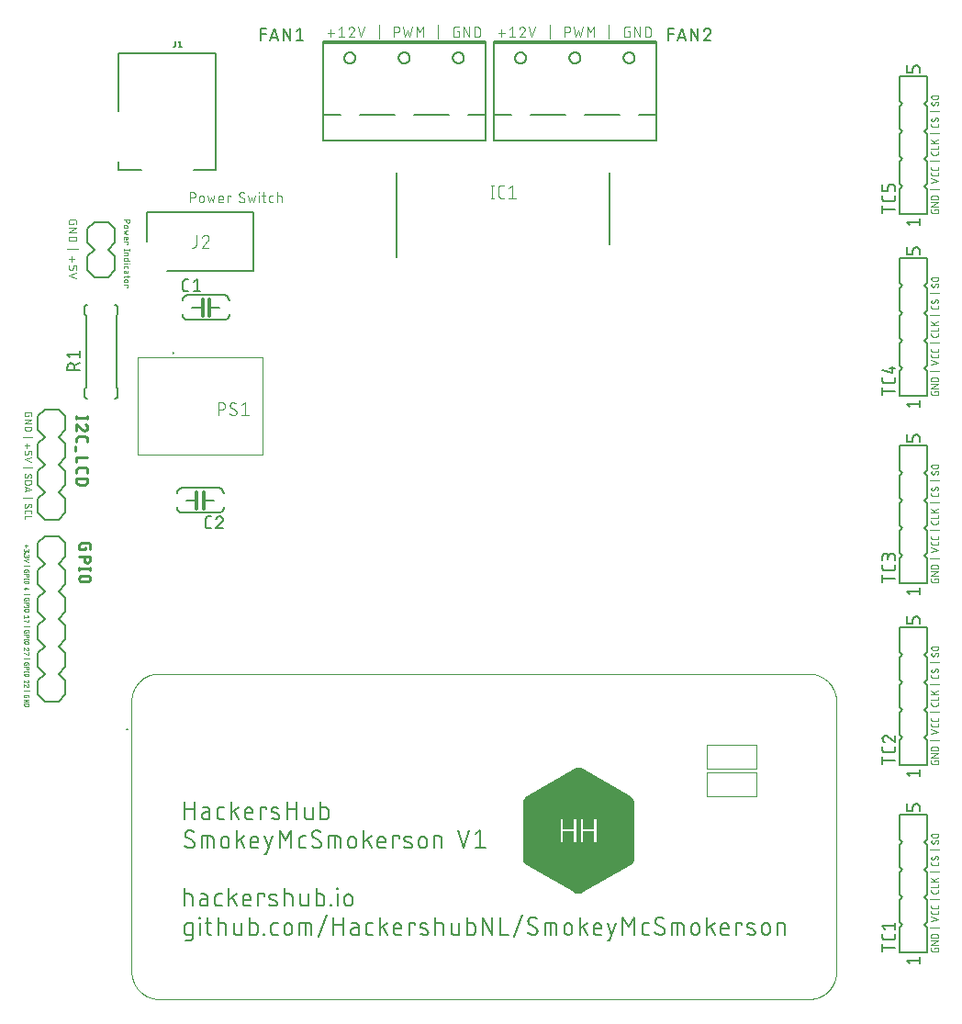
<source format=gbr>
G04 EAGLE Gerber RS-274X export*
G75*
%MOMM*%
%FSLAX34Y34*%
%LPD*%
%INSilkscreen Top*%
%IPPOS*%
%AMOC8*
5,1,8,0,0,1.08239X$1,22.5*%
G01*
%ADD10C,0.076200*%
%ADD11C,0.050800*%
%ADD12C,0.025400*%
%ADD13C,0.152400*%
%ADD14C,0.100000*%
%ADD15C,0.100000*%
%ADD16C,0.127000*%
%ADD17C,0.200000*%
%ADD18C,0.101600*%
%ADD19C,0.203200*%
%ADD20C,0.304800*%
%ADD21C,0.254000*%

G36*
X552176Y109618D02*
X552176Y109618D01*
X552193Y109615D01*
X552642Y109631D01*
X552656Y109634D01*
X552674Y109633D01*
X553121Y109677D01*
X553135Y109681D01*
X553153Y109681D01*
X553596Y109754D01*
X553610Y109759D01*
X553628Y109760D01*
X554066Y109861D01*
X554079Y109867D01*
X554097Y109870D01*
X554527Y109999D01*
X554540Y110006D01*
X554558Y110010D01*
X555205Y110252D01*
X555235Y110270D01*
X555279Y110287D01*
X599829Y135944D01*
X599837Y135952D01*
X599850Y135957D01*
X600210Y136188D01*
X600220Y136198D01*
X600235Y136205D01*
X600565Y136446D01*
X600574Y136456D01*
X600588Y136464D01*
X600903Y136724D01*
X600912Y136734D01*
X600926Y136744D01*
X601239Y137036D01*
X601248Y137047D01*
X601262Y137058D01*
X601571Y137384D01*
X601578Y137396D01*
X601591Y137407D01*
X601853Y137720D01*
X601859Y137732D01*
X601871Y137743D01*
X602114Y138071D01*
X602120Y138084D01*
X602131Y138096D01*
X602365Y138455D01*
X602370Y138468D01*
X602382Y138482D01*
X602602Y138873D01*
X602607Y138887D01*
X602618Y138902D01*
X602821Y139325D01*
X602825Y139340D01*
X602835Y139357D01*
X603016Y139812D01*
X603019Y139827D01*
X603028Y139844D01*
X603166Y140271D01*
X603167Y140286D01*
X603175Y140303D01*
X603289Y140758D01*
X603290Y140773D01*
X603296Y140791D01*
X603376Y141232D01*
X603376Y141247D01*
X603381Y141264D01*
X603432Y141711D01*
X603431Y141725D01*
X603435Y141743D01*
X603446Y141973D01*
X603445Y141984D01*
X603447Y141997D01*
X603448Y193502D01*
X603447Y193505D01*
X603447Y193506D01*
X603445Y193517D01*
X603444Y193522D01*
X603446Y193547D01*
X603405Y193994D01*
X603401Y194008D01*
X603401Y194026D01*
X603332Y194470D01*
X603327Y194483D01*
X603326Y194500D01*
X603239Y194899D01*
X603233Y194912D01*
X603231Y194929D01*
X603108Y195361D01*
X603101Y195374D01*
X603098Y195392D01*
X602947Y195815D01*
X602939Y195827D01*
X602935Y195844D01*
X602766Y196238D01*
X602758Y196249D01*
X602753Y196265D01*
X602560Y196648D01*
X602551Y196659D01*
X602545Y196676D01*
X602317Y197063D01*
X602308Y197074D01*
X602300Y197090D01*
X602061Y197445D01*
X602051Y197455D01*
X602043Y197470D01*
X601781Y197810D01*
X601771Y197819D01*
X601761Y197834D01*
X601466Y198172D01*
X601454Y198181D01*
X601444Y198196D01*
X601127Y198514D01*
X601115Y198522D01*
X601103Y198536D01*
X600767Y198833D01*
X600754Y198841D01*
X600742Y198854D01*
X600386Y199129D01*
X600374Y199135D01*
X600362Y199147D01*
X600024Y199376D01*
X600009Y199382D01*
X599993Y199395D01*
X555721Y224960D01*
X555711Y224964D01*
X555699Y224972D01*
X555300Y225177D01*
X555286Y225181D01*
X555270Y225191D01*
X554839Y225377D01*
X554825Y225380D01*
X554808Y225389D01*
X554385Y225540D01*
X554371Y225542D01*
X554354Y225550D01*
X553902Y225678D01*
X553887Y225679D01*
X553870Y225686D01*
X553431Y225779D01*
X553416Y225779D01*
X553399Y225785D01*
X552934Y225852D01*
X552919Y225851D01*
X552901Y225856D01*
X552453Y225891D01*
X552439Y225889D01*
X552420Y225892D01*
X551951Y225898D01*
X551943Y225896D01*
X551934Y225898D01*
X551924Y225897D01*
X551917Y225896D01*
X551908Y225897D01*
X551480Y225873D01*
X551466Y225870D01*
X551449Y225871D01*
X551003Y225818D01*
X550989Y225813D01*
X550971Y225813D01*
X550550Y225736D01*
X550537Y225731D01*
X550520Y225730D01*
X550103Y225627D01*
X550091Y225621D01*
X550074Y225619D01*
X549665Y225490D01*
X549652Y225483D01*
X549635Y225480D01*
X549216Y225319D01*
X549204Y225311D01*
X549187Y225306D01*
X548797Y225128D01*
X548786Y225119D01*
X548769Y225114D01*
X548373Y224901D01*
X548368Y224897D01*
X548360Y224894D01*
X504477Y199559D01*
X504459Y199542D01*
X504436Y199532D01*
X504385Y199477D01*
X504384Y199477D01*
X504305Y199443D01*
X504294Y199441D01*
X504285Y199434D01*
X504244Y199417D01*
X503988Y199253D01*
X503979Y199243D01*
X503963Y199236D01*
X503634Y198995D01*
X503625Y198985D01*
X503610Y198977D01*
X503295Y198717D01*
X503287Y198707D01*
X503273Y198698D01*
X502959Y198406D01*
X502951Y198394D01*
X502937Y198384D01*
X502642Y198073D01*
X502635Y198061D01*
X502622Y198050D01*
X502359Y197738D01*
X502353Y197726D01*
X502341Y197715D01*
X502097Y197388D01*
X502091Y197375D01*
X502080Y197363D01*
X501845Y197005D01*
X501840Y196991D01*
X501828Y196978D01*
X501606Y196587D01*
X501602Y196573D01*
X501591Y196558D01*
X501386Y196136D01*
X501382Y196121D01*
X501373Y196105D01*
X501197Y195670D01*
X501196Y195667D01*
X501195Y195666D01*
X501193Y195653D01*
X501185Y195638D01*
X501039Y195192D01*
X501037Y195177D01*
X501030Y195160D01*
X500919Y194725D01*
X500918Y194710D01*
X500912Y194693D01*
X500826Y194231D01*
X500826Y194216D01*
X500821Y194199D01*
X500768Y193753D01*
X500769Y193738D01*
X500765Y193720D01*
X500741Y193251D01*
X500743Y193239D01*
X500740Y193225D01*
X500739Y142408D01*
X500741Y142401D01*
X500739Y142393D01*
X500754Y141944D01*
X500757Y141930D01*
X500755Y141913D01*
X500793Y141507D01*
X500797Y141494D01*
X500797Y141477D01*
X500863Y141053D01*
X500867Y141040D01*
X500868Y141023D01*
X500960Y140604D01*
X500965Y140591D01*
X500967Y140573D01*
X501091Y140142D01*
X501098Y140129D01*
X501101Y140111D01*
X501252Y139688D01*
X501259Y139676D01*
X501264Y139658D01*
X501442Y139246D01*
X501449Y139234D01*
X501455Y139218D01*
X501639Y138854D01*
X501648Y138843D01*
X501654Y138827D01*
X501881Y138439D01*
X501891Y138429D01*
X501898Y138412D01*
X502150Y138040D01*
X502161Y138030D01*
X502169Y138014D01*
X502444Y137659D01*
X502455Y137650D01*
X502464Y137636D01*
X502734Y137329D01*
X502745Y137321D01*
X502755Y137307D01*
X503072Y136988D01*
X503084Y136980D01*
X503095Y136966D01*
X503432Y136669D01*
X503444Y136662D01*
X503457Y136649D01*
X503812Y136374D01*
X503824Y136368D01*
X503837Y136356D01*
X504175Y136126D01*
X504190Y136120D01*
X504205Y136107D01*
X547257Y111247D01*
X547268Y111244D01*
X547279Y111235D01*
X549377Y110159D01*
X549403Y110151D01*
X549435Y110133D01*
X549838Y109988D01*
X549852Y109986D01*
X549868Y109978D01*
X550299Y109853D01*
X550314Y109851D01*
X550331Y109845D01*
X550769Y109747D01*
X550784Y109747D01*
X550801Y109741D01*
X551245Y109672D01*
X551259Y109673D01*
X551277Y109668D01*
X551724Y109628D01*
X551738Y109630D01*
X551755Y109627D01*
X552163Y109615D01*
X552176Y109618D01*
G37*
%LPC*%
G36*
X535470Y156933D02*
X535470Y156933D01*
X535465Y178718D01*
X537585Y178714D01*
X537591Y169419D01*
X537593Y169411D01*
X537591Y169403D01*
X537613Y169314D01*
X537631Y169224D01*
X537635Y169218D01*
X537637Y169210D01*
X537692Y169136D01*
X537743Y169061D01*
X537750Y169056D01*
X537755Y169050D01*
X537834Y169003D01*
X537911Y168954D01*
X537919Y168952D01*
X537926Y168948D01*
X538090Y168920D01*
X547461Y168920D01*
X547469Y168922D01*
X547477Y168921D01*
X547566Y168942D01*
X547656Y168960D01*
X547663Y168965D01*
X547671Y168966D01*
X547745Y169021D01*
X547820Y169073D01*
X547825Y169079D01*
X547831Y169084D01*
X547878Y169163D01*
X547927Y169240D01*
X547929Y169248D01*
X547933Y169255D01*
X547961Y169419D01*
X547970Y178712D01*
X550087Y178718D01*
X550090Y156936D01*
X547971Y156937D01*
X547971Y166707D01*
X547969Y166715D01*
X547970Y166723D01*
X547949Y166813D01*
X547931Y166902D01*
X547926Y166909D01*
X547924Y166917D01*
X547870Y166991D01*
X547818Y167066D01*
X547812Y167070D01*
X547807Y167077D01*
X547728Y167124D01*
X547651Y167173D01*
X547643Y167174D01*
X547636Y167178D01*
X547472Y167206D01*
X538086Y167212D01*
X538078Y167210D01*
X538069Y167212D01*
X537981Y167191D01*
X537891Y167173D01*
X537884Y167168D01*
X537876Y167166D01*
X537802Y167112D01*
X537727Y167060D01*
X537722Y167053D01*
X537716Y167048D01*
X537669Y166969D01*
X537620Y166893D01*
X537618Y166884D01*
X537614Y166877D01*
X537586Y166713D01*
X537584Y156933D01*
X535470Y156933D01*
G37*
%LPD*%
%LPC*%
G36*
X554001Y178718D02*
X554001Y178718D01*
X556120Y178710D01*
X556120Y169428D01*
X556131Y169376D01*
X556131Y169323D01*
X556150Y169280D01*
X556160Y169233D01*
X556190Y169190D01*
X556211Y169141D01*
X556250Y169101D01*
X556272Y169069D01*
X556290Y169058D01*
X556296Y169050D01*
X556309Y169042D01*
X556328Y169023D01*
X556340Y169014D01*
X556403Y168986D01*
X556440Y168962D01*
X556445Y168962D01*
X556467Y168948D01*
X556499Y168943D01*
X556521Y168933D01*
X556564Y168932D01*
X556631Y168920D01*
X566002Y168920D01*
X566010Y168922D01*
X566019Y168921D01*
X566108Y168942D01*
X566197Y168960D01*
X566204Y168965D01*
X566212Y168967D01*
X566286Y169021D01*
X566361Y169073D01*
X566366Y169079D01*
X566372Y169084D01*
X566419Y169163D01*
X566468Y169240D01*
X566470Y169248D01*
X566474Y169255D01*
X566502Y169419D01*
X566506Y178716D01*
X568626Y178717D01*
X568623Y156935D01*
X566506Y156940D01*
X566506Y166712D01*
X566487Y166806D01*
X566469Y166901D01*
X566467Y166903D01*
X566467Y166907D01*
X566412Y166986D01*
X566359Y167066D01*
X566356Y167068D01*
X566354Y167071D01*
X566273Y167122D01*
X566193Y167175D01*
X566189Y167176D01*
X566187Y167178D01*
X566164Y167182D01*
X566152Y167184D01*
X566151Y167184D01*
X566149Y167185D01*
X566030Y167211D01*
X566011Y167212D01*
X566000Y167210D01*
X565987Y167212D01*
X556619Y167209D01*
X556611Y167208D01*
X556603Y167209D01*
X556514Y167188D01*
X556424Y167170D01*
X556417Y167165D01*
X556409Y167163D01*
X556336Y167109D01*
X556260Y167057D01*
X556256Y167050D01*
X556249Y167045D01*
X556203Y166967D01*
X556153Y166889D01*
X556152Y166881D01*
X556148Y166874D01*
X556120Y166710D01*
X556120Y156939D01*
X554001Y156934D01*
X554001Y178718D01*
G37*
%LPD*%
D10*
X320421Y903196D02*
X326686Y903196D01*
X323554Y906328D02*
X323554Y900063D01*
X330697Y906851D02*
X333307Y908939D01*
X333307Y899541D01*
X330697Y899541D02*
X335918Y899541D01*
X345062Y906590D02*
X345060Y906685D01*
X345054Y906779D01*
X345045Y906873D01*
X345032Y906967D01*
X345015Y907060D01*
X344994Y907152D01*
X344969Y907244D01*
X344941Y907334D01*
X344909Y907423D01*
X344874Y907511D01*
X344835Y907597D01*
X344793Y907682D01*
X344747Y907765D01*
X344698Y907846D01*
X344646Y907925D01*
X344591Y908002D01*
X344532Y908076D01*
X344471Y908148D01*
X344407Y908218D01*
X344340Y908285D01*
X344270Y908349D01*
X344198Y908410D01*
X344124Y908469D01*
X344047Y908524D01*
X343968Y908576D01*
X343887Y908625D01*
X343804Y908671D01*
X343719Y908713D01*
X343633Y908752D01*
X343545Y908787D01*
X343456Y908819D01*
X343366Y908847D01*
X343274Y908872D01*
X343182Y908893D01*
X343089Y908910D01*
X342995Y908923D01*
X342901Y908932D01*
X342807Y908938D01*
X342712Y908940D01*
X342712Y908939D02*
X342604Y908937D01*
X342495Y908931D01*
X342387Y908921D01*
X342280Y908908D01*
X342173Y908890D01*
X342066Y908869D01*
X341961Y908844D01*
X341856Y908815D01*
X341753Y908783D01*
X341651Y908746D01*
X341550Y908706D01*
X341451Y908663D01*
X341353Y908616D01*
X341257Y908565D01*
X341163Y908511D01*
X341071Y908454D01*
X340981Y908393D01*
X340893Y908329D01*
X340808Y908263D01*
X340725Y908193D01*
X340645Y908120D01*
X340567Y908044D01*
X340492Y907966D01*
X340420Y907885D01*
X340351Y907801D01*
X340285Y907715D01*
X340222Y907627D01*
X340163Y907536D01*
X340106Y907444D01*
X340053Y907349D01*
X340004Y907253D01*
X339958Y907154D01*
X339915Y907055D01*
X339876Y906953D01*
X339841Y906851D01*
X344279Y904762D02*
X344348Y904831D01*
X344414Y904902D01*
X344478Y904975D01*
X344539Y905051D01*
X344597Y905130D01*
X344651Y905210D01*
X344703Y905293D01*
X344751Y905377D01*
X344797Y905463D01*
X344838Y905551D01*
X344877Y905641D01*
X344912Y905732D01*
X344943Y905824D01*
X344971Y905917D01*
X344995Y906011D01*
X345015Y906106D01*
X345032Y906202D01*
X345045Y906299D01*
X345054Y906396D01*
X345060Y906493D01*
X345062Y906590D01*
X344279Y904762D02*
X339841Y899541D01*
X345062Y899541D01*
X351595Y899541D02*
X348463Y908939D01*
X354728Y908939D02*
X351595Y899541D01*
X367749Y897975D02*
X367749Y910505D01*
X381729Y908939D02*
X381729Y899541D01*
X381729Y908939D02*
X384340Y908939D01*
X384441Y908937D01*
X384542Y908931D01*
X384643Y908921D01*
X384743Y908908D01*
X384843Y908890D01*
X384942Y908869D01*
X385040Y908843D01*
X385137Y908814D01*
X385233Y908782D01*
X385327Y908745D01*
X385420Y908705D01*
X385512Y908661D01*
X385601Y908614D01*
X385689Y908563D01*
X385775Y908509D01*
X385858Y908452D01*
X385940Y908392D01*
X386018Y908328D01*
X386095Y908262D01*
X386168Y908192D01*
X386239Y908120D01*
X386307Y908045D01*
X386372Y907967D01*
X386434Y907887D01*
X386493Y907805D01*
X386549Y907720D01*
X386601Y907634D01*
X386650Y907545D01*
X386696Y907454D01*
X386737Y907362D01*
X386776Y907268D01*
X386810Y907173D01*
X386841Y907077D01*
X386868Y906979D01*
X386892Y906881D01*
X386911Y906781D01*
X386927Y906681D01*
X386939Y906581D01*
X386947Y906480D01*
X386951Y906379D01*
X386951Y906277D01*
X386947Y906176D01*
X386939Y906075D01*
X386927Y905975D01*
X386911Y905875D01*
X386892Y905775D01*
X386868Y905677D01*
X386841Y905579D01*
X386810Y905483D01*
X386776Y905388D01*
X386737Y905294D01*
X386696Y905202D01*
X386650Y905111D01*
X386601Y905023D01*
X386549Y904936D01*
X386493Y904851D01*
X386434Y904769D01*
X386372Y904689D01*
X386307Y904611D01*
X386239Y904536D01*
X386168Y904464D01*
X386095Y904394D01*
X386018Y904328D01*
X385940Y904264D01*
X385858Y904204D01*
X385775Y904147D01*
X385689Y904093D01*
X385601Y904042D01*
X385512Y903995D01*
X385420Y903951D01*
X385327Y903911D01*
X385233Y903874D01*
X385137Y903842D01*
X385040Y903813D01*
X384942Y903787D01*
X384843Y903766D01*
X384743Y903748D01*
X384643Y903735D01*
X384542Y903725D01*
X384441Y903719D01*
X384340Y903717D01*
X384340Y903718D02*
X381729Y903718D01*
X390090Y908939D02*
X392178Y899541D01*
X394267Y905806D01*
X396355Y899541D01*
X398444Y908939D01*
X402412Y908939D02*
X402412Y899541D01*
X405544Y903718D02*
X402412Y908939D01*
X405544Y903718D02*
X408677Y908939D01*
X408677Y899541D01*
X422613Y897975D02*
X422613Y910505D01*
X440116Y904762D02*
X441683Y904762D01*
X441683Y899541D01*
X438550Y899541D01*
X438461Y899543D01*
X438373Y899549D01*
X438285Y899558D01*
X438197Y899571D01*
X438110Y899588D01*
X438024Y899608D01*
X437939Y899633D01*
X437854Y899660D01*
X437771Y899692D01*
X437690Y899726D01*
X437610Y899765D01*
X437532Y899806D01*
X437455Y899851D01*
X437381Y899899D01*
X437308Y899950D01*
X437238Y900004D01*
X437171Y900062D01*
X437105Y900122D01*
X437043Y900184D01*
X436983Y900250D01*
X436925Y900317D01*
X436871Y900387D01*
X436820Y900460D01*
X436772Y900534D01*
X436727Y900611D01*
X436686Y900689D01*
X436647Y900769D01*
X436613Y900850D01*
X436581Y900933D01*
X436554Y901018D01*
X436529Y901103D01*
X436509Y901189D01*
X436492Y901276D01*
X436479Y901364D01*
X436470Y901452D01*
X436464Y901540D01*
X436462Y901629D01*
X436462Y906851D01*
X436464Y906942D01*
X436470Y907033D01*
X436480Y907124D01*
X436494Y907214D01*
X436511Y907303D01*
X436533Y907391D01*
X436559Y907479D01*
X436588Y907565D01*
X436621Y907650D01*
X436658Y907733D01*
X436698Y907815D01*
X436742Y907895D01*
X436789Y907973D01*
X436840Y908049D01*
X436893Y908122D01*
X436950Y908193D01*
X437011Y908262D01*
X437074Y908327D01*
X437139Y908390D01*
X437208Y908450D01*
X437279Y908508D01*
X437352Y908561D01*
X437428Y908612D01*
X437506Y908659D01*
X437586Y908703D01*
X437668Y908743D01*
X437751Y908780D01*
X437836Y908813D01*
X437922Y908842D01*
X438010Y908868D01*
X438098Y908890D01*
X438187Y908907D01*
X438277Y908921D01*
X438368Y908931D01*
X438459Y908937D01*
X438550Y908939D01*
X441683Y908939D01*
X446215Y908939D02*
X446215Y899541D01*
X451436Y899541D02*
X446215Y908939D01*
X451436Y908939D02*
X451436Y899541D01*
X455969Y899541D02*
X455969Y908939D01*
X458579Y908939D01*
X458679Y908937D01*
X458779Y908931D01*
X458878Y908922D01*
X458978Y908908D01*
X459076Y908891D01*
X459174Y908870D01*
X459271Y908846D01*
X459367Y908817D01*
X459462Y908785D01*
X459555Y908750D01*
X459647Y908711D01*
X459738Y908668D01*
X459826Y908622D01*
X459913Y908572D01*
X459998Y908520D01*
X460081Y908464D01*
X460162Y908405D01*
X460240Y908342D01*
X460316Y908277D01*
X460390Y908209D01*
X460460Y908139D01*
X460528Y908065D01*
X460593Y907989D01*
X460656Y907911D01*
X460715Y907830D01*
X460771Y907747D01*
X460823Y907662D01*
X460873Y907575D01*
X460919Y907487D01*
X460962Y907396D01*
X461001Y907304D01*
X461036Y907211D01*
X461068Y907116D01*
X461097Y907020D01*
X461121Y906923D01*
X461142Y906825D01*
X461159Y906727D01*
X461173Y906627D01*
X461182Y906528D01*
X461188Y906428D01*
X461190Y906328D01*
X461190Y902152D01*
X461188Y902052D01*
X461182Y901952D01*
X461173Y901853D01*
X461159Y901753D01*
X461142Y901655D01*
X461121Y901557D01*
X461097Y901460D01*
X461068Y901364D01*
X461036Y901269D01*
X461001Y901176D01*
X460962Y901084D01*
X460919Y900993D01*
X460873Y900905D01*
X460823Y900818D01*
X460771Y900733D01*
X460715Y900650D01*
X460656Y900569D01*
X460593Y900491D01*
X460528Y900415D01*
X460460Y900341D01*
X460390Y900271D01*
X460316Y900203D01*
X460240Y900138D01*
X460162Y900075D01*
X460081Y900016D01*
X459998Y899960D01*
X459913Y899908D01*
X459826Y899858D01*
X459738Y899812D01*
X459647Y899769D01*
X459555Y899730D01*
X459462Y899695D01*
X459367Y899663D01*
X459271Y899634D01*
X459174Y899610D01*
X459076Y899589D01*
X458978Y899572D01*
X458878Y899558D01*
X458779Y899549D01*
X458679Y899543D01*
X458579Y899541D01*
X455969Y899541D01*
X477901Y903196D02*
X484166Y903196D01*
X481034Y906328D02*
X481034Y900063D01*
X488177Y906851D02*
X490787Y908939D01*
X490787Y899541D01*
X488177Y899541D02*
X493398Y899541D01*
X502542Y906590D02*
X502540Y906685D01*
X502534Y906779D01*
X502525Y906873D01*
X502512Y906967D01*
X502495Y907060D01*
X502474Y907152D01*
X502449Y907244D01*
X502421Y907334D01*
X502389Y907423D01*
X502354Y907511D01*
X502315Y907597D01*
X502273Y907682D01*
X502227Y907765D01*
X502178Y907846D01*
X502126Y907925D01*
X502071Y908002D01*
X502012Y908076D01*
X501951Y908148D01*
X501887Y908218D01*
X501820Y908285D01*
X501750Y908349D01*
X501678Y908410D01*
X501604Y908469D01*
X501527Y908524D01*
X501448Y908576D01*
X501367Y908625D01*
X501284Y908671D01*
X501199Y908713D01*
X501113Y908752D01*
X501025Y908787D01*
X500936Y908819D01*
X500846Y908847D01*
X500754Y908872D01*
X500662Y908893D01*
X500569Y908910D01*
X500475Y908923D01*
X500381Y908932D01*
X500287Y908938D01*
X500192Y908940D01*
X500192Y908939D02*
X500084Y908937D01*
X499975Y908931D01*
X499867Y908921D01*
X499760Y908908D01*
X499653Y908890D01*
X499546Y908869D01*
X499441Y908844D01*
X499336Y908815D01*
X499233Y908783D01*
X499131Y908746D01*
X499030Y908706D01*
X498931Y908663D01*
X498833Y908616D01*
X498737Y908565D01*
X498643Y908511D01*
X498551Y908454D01*
X498461Y908393D01*
X498373Y908329D01*
X498288Y908263D01*
X498205Y908193D01*
X498125Y908120D01*
X498047Y908044D01*
X497972Y907966D01*
X497900Y907885D01*
X497831Y907801D01*
X497765Y907715D01*
X497702Y907627D01*
X497643Y907536D01*
X497586Y907444D01*
X497533Y907349D01*
X497484Y907253D01*
X497438Y907154D01*
X497395Y907055D01*
X497356Y906953D01*
X497321Y906851D01*
X501759Y904762D02*
X501828Y904831D01*
X501894Y904902D01*
X501958Y904975D01*
X502019Y905051D01*
X502077Y905130D01*
X502131Y905210D01*
X502183Y905293D01*
X502231Y905377D01*
X502277Y905463D01*
X502318Y905551D01*
X502357Y905641D01*
X502392Y905732D01*
X502423Y905824D01*
X502451Y905917D01*
X502475Y906011D01*
X502495Y906106D01*
X502512Y906202D01*
X502525Y906299D01*
X502534Y906396D01*
X502540Y906493D01*
X502542Y906590D01*
X501759Y904762D02*
X497321Y899541D01*
X502542Y899541D01*
X509075Y899541D02*
X505943Y908939D01*
X512208Y908939D02*
X509075Y899541D01*
X525229Y897975D02*
X525229Y910505D01*
X539209Y908939D02*
X539209Y899541D01*
X539209Y908939D02*
X541820Y908939D01*
X541921Y908937D01*
X542022Y908931D01*
X542123Y908921D01*
X542223Y908908D01*
X542323Y908890D01*
X542422Y908869D01*
X542520Y908843D01*
X542617Y908814D01*
X542713Y908782D01*
X542807Y908745D01*
X542900Y908705D01*
X542992Y908661D01*
X543081Y908614D01*
X543169Y908563D01*
X543255Y908509D01*
X543338Y908452D01*
X543420Y908392D01*
X543498Y908328D01*
X543575Y908262D01*
X543648Y908192D01*
X543719Y908120D01*
X543787Y908045D01*
X543852Y907967D01*
X543914Y907887D01*
X543973Y907805D01*
X544029Y907720D01*
X544081Y907634D01*
X544130Y907545D01*
X544176Y907454D01*
X544217Y907362D01*
X544256Y907268D01*
X544290Y907173D01*
X544321Y907077D01*
X544348Y906979D01*
X544372Y906881D01*
X544391Y906781D01*
X544407Y906681D01*
X544419Y906581D01*
X544427Y906480D01*
X544431Y906379D01*
X544431Y906277D01*
X544427Y906176D01*
X544419Y906075D01*
X544407Y905975D01*
X544391Y905875D01*
X544372Y905775D01*
X544348Y905677D01*
X544321Y905579D01*
X544290Y905483D01*
X544256Y905388D01*
X544217Y905294D01*
X544176Y905202D01*
X544130Y905111D01*
X544081Y905023D01*
X544029Y904936D01*
X543973Y904851D01*
X543914Y904769D01*
X543852Y904689D01*
X543787Y904611D01*
X543719Y904536D01*
X543648Y904464D01*
X543575Y904394D01*
X543498Y904328D01*
X543420Y904264D01*
X543338Y904204D01*
X543255Y904147D01*
X543169Y904093D01*
X543081Y904042D01*
X542992Y903995D01*
X542900Y903951D01*
X542807Y903911D01*
X542713Y903874D01*
X542617Y903842D01*
X542520Y903813D01*
X542422Y903787D01*
X542323Y903766D01*
X542223Y903748D01*
X542123Y903735D01*
X542022Y903725D01*
X541921Y903719D01*
X541820Y903717D01*
X541820Y903718D02*
X539209Y903718D01*
X547570Y908939D02*
X549658Y899541D01*
X551747Y905806D01*
X553835Y899541D01*
X555924Y908939D01*
X559892Y908939D02*
X559892Y899541D01*
X563024Y903718D02*
X559892Y908939D01*
X563024Y903718D02*
X566157Y908939D01*
X566157Y899541D01*
X580093Y897975D02*
X580093Y910505D01*
X597596Y904762D02*
X599163Y904762D01*
X599163Y899541D01*
X596030Y899541D01*
X595941Y899543D01*
X595853Y899549D01*
X595765Y899558D01*
X595677Y899571D01*
X595590Y899588D01*
X595504Y899608D01*
X595419Y899633D01*
X595334Y899660D01*
X595251Y899692D01*
X595170Y899726D01*
X595090Y899765D01*
X595012Y899806D01*
X594935Y899851D01*
X594861Y899899D01*
X594788Y899950D01*
X594718Y900004D01*
X594651Y900062D01*
X594585Y900122D01*
X594523Y900184D01*
X594463Y900250D01*
X594405Y900317D01*
X594351Y900387D01*
X594300Y900460D01*
X594252Y900534D01*
X594207Y900611D01*
X594166Y900689D01*
X594127Y900769D01*
X594093Y900850D01*
X594061Y900933D01*
X594034Y901018D01*
X594009Y901103D01*
X593989Y901189D01*
X593972Y901276D01*
X593959Y901364D01*
X593950Y901452D01*
X593944Y901540D01*
X593942Y901629D01*
X593942Y906851D01*
X593944Y906942D01*
X593950Y907033D01*
X593960Y907124D01*
X593974Y907214D01*
X593991Y907303D01*
X594013Y907391D01*
X594039Y907479D01*
X594068Y907565D01*
X594101Y907650D01*
X594138Y907733D01*
X594178Y907815D01*
X594222Y907895D01*
X594269Y907973D01*
X594320Y908049D01*
X594373Y908122D01*
X594430Y908193D01*
X594491Y908262D01*
X594554Y908327D01*
X594619Y908390D01*
X594688Y908450D01*
X594759Y908508D01*
X594832Y908561D01*
X594908Y908612D01*
X594986Y908659D01*
X595066Y908703D01*
X595148Y908743D01*
X595231Y908780D01*
X595316Y908813D01*
X595402Y908842D01*
X595490Y908868D01*
X595578Y908890D01*
X595667Y908907D01*
X595757Y908921D01*
X595848Y908931D01*
X595939Y908937D01*
X596030Y908939D01*
X599163Y908939D01*
X603695Y908939D02*
X603695Y899541D01*
X608916Y899541D02*
X603695Y908939D01*
X608916Y908939D02*
X608916Y899541D01*
X613449Y899541D02*
X613449Y908939D01*
X616059Y908939D01*
X616159Y908937D01*
X616259Y908931D01*
X616358Y908922D01*
X616458Y908908D01*
X616556Y908891D01*
X616654Y908870D01*
X616751Y908846D01*
X616847Y908817D01*
X616942Y908785D01*
X617035Y908750D01*
X617127Y908711D01*
X617218Y908668D01*
X617306Y908622D01*
X617393Y908572D01*
X617478Y908520D01*
X617561Y908464D01*
X617642Y908405D01*
X617720Y908342D01*
X617796Y908277D01*
X617870Y908209D01*
X617940Y908139D01*
X618008Y908065D01*
X618073Y907989D01*
X618136Y907911D01*
X618195Y907830D01*
X618251Y907747D01*
X618303Y907662D01*
X618353Y907575D01*
X618399Y907487D01*
X618442Y907396D01*
X618481Y907304D01*
X618516Y907211D01*
X618548Y907116D01*
X618577Y907020D01*
X618601Y906923D01*
X618622Y906825D01*
X618639Y906727D01*
X618653Y906627D01*
X618662Y906528D01*
X618668Y906428D01*
X618670Y906328D01*
X618670Y902152D01*
X618668Y902052D01*
X618662Y901952D01*
X618653Y901853D01*
X618639Y901753D01*
X618622Y901655D01*
X618601Y901557D01*
X618577Y901460D01*
X618548Y901364D01*
X618516Y901269D01*
X618481Y901176D01*
X618442Y901084D01*
X618399Y900993D01*
X618353Y900905D01*
X618303Y900818D01*
X618251Y900733D01*
X618195Y900650D01*
X618136Y900569D01*
X618073Y900491D01*
X618008Y900415D01*
X617940Y900341D01*
X617870Y900271D01*
X617796Y900203D01*
X617720Y900138D01*
X617642Y900075D01*
X617561Y900016D01*
X617478Y899960D01*
X617393Y899908D01*
X617306Y899858D01*
X617218Y899812D01*
X617127Y899769D01*
X617035Y899730D01*
X616942Y899695D01*
X616847Y899663D01*
X616751Y899634D01*
X616654Y899610D01*
X616556Y899589D01*
X616458Y899572D01*
X616358Y899558D01*
X616259Y899549D01*
X616159Y899543D01*
X616059Y899541D01*
X613449Y899541D01*
D11*
X880138Y59662D02*
X880138Y58603D01*
X880138Y59662D02*
X883666Y59662D01*
X883666Y57545D01*
X883664Y57471D01*
X883658Y57398D01*
X883649Y57324D01*
X883635Y57252D01*
X883618Y57180D01*
X883597Y57109D01*
X883572Y57039D01*
X883544Y56971D01*
X883512Y56904D01*
X883477Y56840D01*
X883438Y56777D01*
X883397Y56716D01*
X883352Y56657D01*
X883304Y56601D01*
X883253Y56547D01*
X883199Y56496D01*
X883143Y56448D01*
X883084Y56403D01*
X883024Y56362D01*
X882961Y56323D01*
X882896Y56288D01*
X882829Y56256D01*
X882761Y56228D01*
X882691Y56203D01*
X882620Y56182D01*
X882548Y56165D01*
X882476Y56151D01*
X882403Y56142D01*
X882329Y56136D01*
X882255Y56134D01*
X878727Y56134D01*
X878653Y56136D01*
X878580Y56142D01*
X878506Y56151D01*
X878434Y56165D01*
X878362Y56182D01*
X878291Y56203D01*
X878221Y56228D01*
X878153Y56256D01*
X878086Y56288D01*
X878022Y56323D01*
X877959Y56362D01*
X877898Y56403D01*
X877839Y56448D01*
X877783Y56496D01*
X877729Y56547D01*
X877678Y56601D01*
X877630Y56657D01*
X877585Y56716D01*
X877544Y56776D01*
X877505Y56839D01*
X877470Y56904D01*
X877438Y56971D01*
X877410Y57039D01*
X877385Y57109D01*
X877364Y57180D01*
X877347Y57252D01*
X877333Y57324D01*
X877324Y57397D01*
X877318Y57471D01*
X877316Y57545D01*
X877316Y59662D01*
X877316Y62718D02*
X883666Y62718D01*
X883666Y66245D02*
X877316Y62718D01*
X877316Y66245D02*
X883666Y66245D01*
X883666Y69301D02*
X877316Y69301D01*
X877316Y71065D01*
X877318Y71146D01*
X877324Y71228D01*
X877333Y71309D01*
X877346Y71389D01*
X877363Y71469D01*
X877383Y71548D01*
X877407Y71626D01*
X877435Y71702D01*
X877466Y71778D01*
X877501Y71851D01*
X877539Y71923D01*
X877580Y71994D01*
X877625Y72062D01*
X877672Y72128D01*
X877723Y72192D01*
X877776Y72253D01*
X877833Y72312D01*
X877892Y72369D01*
X877953Y72422D01*
X878017Y72473D01*
X878083Y72520D01*
X878151Y72565D01*
X878222Y72606D01*
X878294Y72644D01*
X878368Y72679D01*
X878443Y72710D01*
X878519Y72738D01*
X878597Y72762D01*
X878676Y72782D01*
X878756Y72799D01*
X878836Y72812D01*
X878917Y72821D01*
X878999Y72827D01*
X879080Y72829D01*
X881902Y72829D01*
X881983Y72827D01*
X882065Y72821D01*
X882146Y72812D01*
X882226Y72799D01*
X882306Y72782D01*
X882385Y72762D01*
X882463Y72738D01*
X882539Y72710D01*
X882615Y72679D01*
X882688Y72644D01*
X882760Y72606D01*
X882831Y72565D01*
X882899Y72520D01*
X882965Y72473D01*
X883029Y72422D01*
X883090Y72369D01*
X883149Y72312D01*
X883206Y72253D01*
X883259Y72192D01*
X883310Y72128D01*
X883357Y72062D01*
X883402Y71994D01*
X883443Y71923D01*
X883481Y71851D01*
X883516Y71778D01*
X883547Y71702D01*
X883575Y71626D01*
X883599Y71548D01*
X883619Y71469D01*
X883636Y71389D01*
X883649Y71309D01*
X883658Y71228D01*
X883664Y71146D01*
X883666Y71065D01*
X883666Y69301D01*
X884724Y78883D02*
X876258Y78883D01*
X877316Y84379D02*
X883666Y86496D01*
X877316Y88612D01*
X883666Y92298D02*
X883666Y93709D01*
X883666Y92298D02*
X883664Y92224D01*
X883658Y92151D01*
X883649Y92077D01*
X883635Y92005D01*
X883618Y91933D01*
X883597Y91862D01*
X883572Y91792D01*
X883544Y91724D01*
X883512Y91657D01*
X883477Y91593D01*
X883438Y91530D01*
X883397Y91469D01*
X883352Y91410D01*
X883304Y91354D01*
X883253Y91300D01*
X883199Y91249D01*
X883143Y91201D01*
X883084Y91156D01*
X883024Y91115D01*
X882961Y91076D01*
X882896Y91041D01*
X882829Y91009D01*
X882761Y90981D01*
X882691Y90956D01*
X882620Y90935D01*
X882548Y90918D01*
X882476Y90904D01*
X882403Y90895D01*
X882329Y90889D01*
X882255Y90887D01*
X878727Y90887D01*
X878653Y90889D01*
X878580Y90895D01*
X878506Y90904D01*
X878434Y90918D01*
X878362Y90935D01*
X878291Y90956D01*
X878221Y90981D01*
X878153Y91009D01*
X878086Y91041D01*
X878022Y91076D01*
X877959Y91115D01*
X877898Y91156D01*
X877839Y91201D01*
X877783Y91249D01*
X877729Y91300D01*
X877678Y91354D01*
X877630Y91410D01*
X877585Y91469D01*
X877544Y91529D01*
X877505Y91592D01*
X877470Y91657D01*
X877438Y91724D01*
X877410Y91792D01*
X877385Y91862D01*
X877364Y91933D01*
X877347Y92005D01*
X877333Y92077D01*
X877324Y92150D01*
X877318Y92224D01*
X877316Y92298D01*
X877316Y93709D01*
X883666Y97441D02*
X883666Y98852D01*
X883666Y97441D02*
X883664Y97367D01*
X883658Y97294D01*
X883649Y97220D01*
X883635Y97148D01*
X883618Y97076D01*
X883597Y97005D01*
X883572Y96935D01*
X883544Y96867D01*
X883512Y96800D01*
X883477Y96736D01*
X883438Y96673D01*
X883397Y96612D01*
X883352Y96553D01*
X883304Y96497D01*
X883253Y96443D01*
X883199Y96392D01*
X883143Y96344D01*
X883084Y96299D01*
X883024Y96258D01*
X882961Y96219D01*
X882896Y96184D01*
X882829Y96152D01*
X882761Y96124D01*
X882691Y96099D01*
X882620Y96078D01*
X882548Y96061D01*
X882476Y96047D01*
X882403Y96038D01*
X882329Y96032D01*
X882255Y96030D01*
X878727Y96030D01*
X878653Y96032D01*
X878580Y96038D01*
X878506Y96047D01*
X878434Y96061D01*
X878362Y96078D01*
X878291Y96099D01*
X878221Y96124D01*
X878153Y96152D01*
X878086Y96184D01*
X878022Y96219D01*
X877959Y96258D01*
X877898Y96299D01*
X877839Y96344D01*
X877783Y96392D01*
X877729Y96443D01*
X877678Y96497D01*
X877630Y96553D01*
X877585Y96612D01*
X877544Y96672D01*
X877505Y96735D01*
X877470Y96800D01*
X877438Y96867D01*
X877410Y96935D01*
X877385Y97005D01*
X877364Y97076D01*
X877347Y97148D01*
X877333Y97220D01*
X877324Y97293D01*
X877318Y97367D01*
X877316Y97441D01*
X877316Y98852D01*
X876258Y104395D02*
X884724Y104395D01*
X883666Y111637D02*
X883666Y113049D01*
X883666Y111637D02*
X883664Y111563D01*
X883658Y111490D01*
X883649Y111416D01*
X883635Y111344D01*
X883618Y111272D01*
X883597Y111201D01*
X883572Y111131D01*
X883544Y111063D01*
X883512Y110996D01*
X883477Y110932D01*
X883438Y110869D01*
X883397Y110808D01*
X883352Y110749D01*
X883304Y110693D01*
X883253Y110639D01*
X883199Y110588D01*
X883143Y110540D01*
X883084Y110495D01*
X883024Y110454D01*
X882961Y110415D01*
X882896Y110380D01*
X882829Y110348D01*
X882761Y110320D01*
X882691Y110295D01*
X882620Y110274D01*
X882548Y110257D01*
X882476Y110243D01*
X882403Y110234D01*
X882329Y110228D01*
X882255Y110226D01*
X878727Y110226D01*
X878653Y110228D01*
X878580Y110234D01*
X878506Y110243D01*
X878434Y110257D01*
X878362Y110274D01*
X878291Y110295D01*
X878221Y110320D01*
X878153Y110348D01*
X878086Y110380D01*
X878022Y110415D01*
X877959Y110454D01*
X877898Y110495D01*
X877839Y110540D01*
X877783Y110588D01*
X877729Y110639D01*
X877678Y110693D01*
X877630Y110749D01*
X877585Y110808D01*
X877544Y110868D01*
X877505Y110931D01*
X877470Y110996D01*
X877438Y111063D01*
X877410Y111131D01*
X877385Y111201D01*
X877364Y111272D01*
X877347Y111344D01*
X877333Y111416D01*
X877324Y111489D01*
X877318Y111563D01*
X877316Y111637D01*
X877316Y113049D01*
X877316Y115605D02*
X883666Y115605D01*
X883666Y118427D01*
X883666Y121030D02*
X877316Y121030D01*
X877316Y124558D02*
X881197Y121030D01*
X879785Y122441D02*
X883666Y124558D01*
X884724Y130113D02*
X876258Y130113D01*
X883666Y137355D02*
X883666Y138766D01*
X883666Y137355D02*
X883664Y137281D01*
X883658Y137208D01*
X883649Y137134D01*
X883635Y137062D01*
X883618Y136990D01*
X883597Y136919D01*
X883572Y136849D01*
X883544Y136781D01*
X883512Y136714D01*
X883477Y136650D01*
X883438Y136587D01*
X883397Y136526D01*
X883352Y136467D01*
X883304Y136411D01*
X883253Y136357D01*
X883199Y136306D01*
X883143Y136258D01*
X883084Y136213D01*
X883024Y136172D01*
X882961Y136133D01*
X882896Y136098D01*
X882829Y136066D01*
X882761Y136038D01*
X882691Y136013D01*
X882620Y135992D01*
X882548Y135975D01*
X882476Y135961D01*
X882403Y135952D01*
X882329Y135946D01*
X882255Y135944D01*
X878727Y135944D01*
X878653Y135946D01*
X878580Y135952D01*
X878506Y135961D01*
X878434Y135975D01*
X878362Y135992D01*
X878291Y136013D01*
X878221Y136038D01*
X878153Y136066D01*
X878086Y136098D01*
X878022Y136133D01*
X877959Y136172D01*
X877898Y136213D01*
X877839Y136258D01*
X877783Y136306D01*
X877729Y136357D01*
X877678Y136411D01*
X877630Y136467D01*
X877585Y136526D01*
X877544Y136586D01*
X877505Y136649D01*
X877470Y136714D01*
X877438Y136781D01*
X877410Y136849D01*
X877385Y136919D01*
X877364Y136990D01*
X877347Y137062D01*
X877333Y137134D01*
X877324Y137207D01*
X877318Y137281D01*
X877316Y137355D01*
X877316Y138766D01*
X882255Y144426D02*
X882329Y144424D01*
X882402Y144418D01*
X882476Y144409D01*
X882548Y144395D01*
X882620Y144378D01*
X882691Y144357D01*
X882761Y144332D01*
X882829Y144304D01*
X882896Y144272D01*
X882961Y144237D01*
X883023Y144198D01*
X883084Y144157D01*
X883143Y144112D01*
X883199Y144064D01*
X883253Y144013D01*
X883304Y143959D01*
X883352Y143903D01*
X883397Y143844D01*
X883438Y143783D01*
X883477Y143721D01*
X883512Y143656D01*
X883544Y143589D01*
X883572Y143521D01*
X883597Y143451D01*
X883618Y143380D01*
X883635Y143308D01*
X883649Y143236D01*
X883658Y143162D01*
X883664Y143089D01*
X883666Y143015D01*
X883664Y142908D01*
X883658Y142801D01*
X883649Y142695D01*
X883635Y142589D01*
X883618Y142483D01*
X883597Y142378D01*
X883572Y142274D01*
X883544Y142171D01*
X883512Y142069D01*
X883476Y141968D01*
X883437Y141868D01*
X883394Y141770D01*
X883347Y141674D01*
X883298Y141579D01*
X883244Y141487D01*
X883188Y141396D01*
X883128Y141307D01*
X883065Y141220D01*
X882999Y141136D01*
X882930Y141054D01*
X882859Y140975D01*
X882784Y140898D01*
X878727Y141075D02*
X878653Y141077D01*
X878580Y141083D01*
X878506Y141092D01*
X878434Y141106D01*
X878362Y141123D01*
X878291Y141144D01*
X878221Y141169D01*
X878153Y141197D01*
X878086Y141229D01*
X878022Y141264D01*
X877959Y141303D01*
X877898Y141344D01*
X877839Y141389D01*
X877783Y141437D01*
X877729Y141488D01*
X877678Y141542D01*
X877630Y141598D01*
X877585Y141657D01*
X877544Y141718D01*
X877505Y141781D01*
X877470Y141845D01*
X877438Y141912D01*
X877410Y141980D01*
X877385Y142050D01*
X877364Y142121D01*
X877347Y142193D01*
X877333Y142265D01*
X877324Y142339D01*
X877318Y142412D01*
X877316Y142486D01*
X877318Y142586D01*
X877324Y142686D01*
X877333Y142786D01*
X877346Y142885D01*
X877363Y142984D01*
X877384Y143082D01*
X877408Y143179D01*
X877436Y143275D01*
X877468Y143370D01*
X877503Y143464D01*
X877542Y143556D01*
X877584Y143647D01*
X877630Y143736D01*
X877679Y143824D01*
X877731Y143909D01*
X877787Y143992D01*
X877845Y144074D01*
X879962Y141781D02*
X879922Y141717D01*
X879880Y141656D01*
X879834Y141598D01*
X879785Y141542D01*
X879734Y141488D01*
X879679Y141437D01*
X879622Y141389D01*
X879563Y141344D01*
X879502Y141302D01*
X879438Y141264D01*
X879372Y141229D01*
X879305Y141197D01*
X879236Y141169D01*
X879166Y141144D01*
X879095Y141123D01*
X879022Y141106D01*
X878949Y141092D01*
X878876Y141083D01*
X878801Y141077D01*
X878727Y141075D01*
X881020Y143721D02*
X881060Y143784D01*
X881103Y143845D01*
X881148Y143903D01*
X881197Y143959D01*
X881249Y144013D01*
X881303Y144064D01*
X881360Y144112D01*
X881419Y144157D01*
X881480Y144199D01*
X881544Y144237D01*
X881610Y144272D01*
X881677Y144304D01*
X881746Y144332D01*
X881816Y144357D01*
X881887Y144378D01*
X881960Y144395D01*
X882033Y144409D01*
X882106Y144418D01*
X882181Y144424D01*
X882255Y144426D01*
X881020Y143721D02*
X879962Y141781D01*
X876258Y150069D02*
X884724Y150069D01*
X883666Y157829D02*
X883664Y157903D01*
X883658Y157976D01*
X883649Y158050D01*
X883635Y158122D01*
X883618Y158194D01*
X883597Y158265D01*
X883572Y158335D01*
X883544Y158403D01*
X883512Y158470D01*
X883477Y158535D01*
X883438Y158597D01*
X883397Y158658D01*
X883352Y158717D01*
X883304Y158773D01*
X883253Y158827D01*
X883199Y158878D01*
X883143Y158926D01*
X883084Y158971D01*
X883023Y159012D01*
X882961Y159051D01*
X882896Y159086D01*
X882829Y159118D01*
X882761Y159146D01*
X882691Y159171D01*
X882620Y159192D01*
X882548Y159209D01*
X882476Y159223D01*
X882402Y159232D01*
X882329Y159238D01*
X882255Y159240D01*
X883666Y157829D02*
X883664Y157722D01*
X883658Y157615D01*
X883649Y157509D01*
X883635Y157403D01*
X883618Y157297D01*
X883597Y157192D01*
X883572Y157088D01*
X883544Y156985D01*
X883512Y156883D01*
X883476Y156782D01*
X883437Y156682D01*
X883394Y156584D01*
X883347Y156488D01*
X883298Y156393D01*
X883244Y156301D01*
X883188Y156210D01*
X883128Y156121D01*
X883065Y156034D01*
X882999Y155950D01*
X882930Y155868D01*
X882859Y155789D01*
X882784Y155712D01*
X878727Y155888D02*
X878653Y155890D01*
X878580Y155896D01*
X878506Y155905D01*
X878434Y155919D01*
X878362Y155936D01*
X878291Y155957D01*
X878221Y155982D01*
X878153Y156010D01*
X878086Y156042D01*
X878022Y156077D01*
X877959Y156116D01*
X877898Y156157D01*
X877839Y156202D01*
X877783Y156250D01*
X877729Y156301D01*
X877678Y156355D01*
X877630Y156411D01*
X877585Y156470D01*
X877544Y156531D01*
X877505Y156594D01*
X877470Y156658D01*
X877438Y156725D01*
X877410Y156793D01*
X877385Y156863D01*
X877364Y156934D01*
X877347Y157006D01*
X877333Y157078D01*
X877324Y157152D01*
X877318Y157225D01*
X877316Y157299D01*
X877318Y157399D01*
X877324Y157499D01*
X877333Y157599D01*
X877346Y157698D01*
X877363Y157797D01*
X877384Y157895D01*
X877408Y157992D01*
X877436Y158088D01*
X877468Y158183D01*
X877503Y158277D01*
X877542Y158369D01*
X877584Y158460D01*
X877630Y158549D01*
X877679Y158637D01*
X877731Y158722D01*
X877787Y158805D01*
X877845Y158887D01*
X879962Y156594D02*
X879922Y156530D01*
X879880Y156469D01*
X879834Y156411D01*
X879785Y156355D01*
X879734Y156301D01*
X879679Y156250D01*
X879622Y156202D01*
X879563Y156157D01*
X879502Y156115D01*
X879438Y156077D01*
X879372Y156042D01*
X879305Y156010D01*
X879236Y155982D01*
X879166Y155957D01*
X879095Y155936D01*
X879022Y155919D01*
X878949Y155905D01*
X878876Y155896D01*
X878801Y155890D01*
X878727Y155888D01*
X881020Y158535D02*
X881060Y158598D01*
X881103Y158659D01*
X881148Y158717D01*
X881197Y158773D01*
X881249Y158827D01*
X881303Y158878D01*
X881360Y158926D01*
X881419Y158971D01*
X881480Y159013D01*
X881544Y159051D01*
X881610Y159086D01*
X881677Y159118D01*
X881746Y159146D01*
X881816Y159171D01*
X881887Y159192D01*
X881960Y159209D01*
X882033Y159223D01*
X882106Y159232D01*
X882181Y159238D01*
X882255Y159240D01*
X881020Y158534D02*
X879962Y156594D01*
X879080Y161678D02*
X881902Y161678D01*
X879080Y161678D02*
X878997Y161680D01*
X878915Y161686D01*
X878833Y161695D01*
X878751Y161709D01*
X878670Y161726D01*
X878590Y161747D01*
X878511Y161772D01*
X878434Y161801D01*
X878357Y161833D01*
X878283Y161868D01*
X878210Y161907D01*
X878139Y161950D01*
X878070Y161996D01*
X878003Y162045D01*
X877939Y162097D01*
X877877Y162152D01*
X877818Y162209D01*
X877762Y162270D01*
X877708Y162333D01*
X877658Y162398D01*
X877610Y162466D01*
X877566Y162536D01*
X877526Y162608D01*
X877488Y162682D01*
X877454Y162757D01*
X877424Y162834D01*
X877397Y162913D01*
X877374Y162992D01*
X877355Y163073D01*
X877340Y163154D01*
X877328Y163236D01*
X877320Y163318D01*
X877316Y163401D01*
X877316Y163483D01*
X877320Y163566D01*
X877328Y163648D01*
X877340Y163730D01*
X877355Y163811D01*
X877374Y163892D01*
X877397Y163971D01*
X877424Y164050D01*
X877454Y164127D01*
X877488Y164202D01*
X877526Y164276D01*
X877566Y164348D01*
X877610Y164418D01*
X877658Y164486D01*
X877708Y164551D01*
X877762Y164614D01*
X877818Y164675D01*
X877877Y164732D01*
X877939Y164787D01*
X878003Y164839D01*
X878070Y164888D01*
X878139Y164934D01*
X878210Y164977D01*
X878283Y165016D01*
X878357Y165051D01*
X878434Y165083D01*
X878511Y165112D01*
X878590Y165137D01*
X878670Y165158D01*
X878751Y165175D01*
X878833Y165189D01*
X878915Y165198D01*
X878997Y165204D01*
X879080Y165206D01*
X881902Y165206D01*
X881985Y165204D01*
X882067Y165198D01*
X882149Y165189D01*
X882231Y165175D01*
X882312Y165158D01*
X882392Y165137D01*
X882471Y165112D01*
X882548Y165083D01*
X882625Y165051D01*
X882699Y165016D01*
X882772Y164977D01*
X882843Y164934D01*
X882912Y164888D01*
X882979Y164839D01*
X883043Y164787D01*
X883105Y164732D01*
X883164Y164675D01*
X883220Y164614D01*
X883274Y164551D01*
X883324Y164486D01*
X883372Y164418D01*
X883416Y164348D01*
X883456Y164276D01*
X883494Y164202D01*
X883528Y164127D01*
X883558Y164050D01*
X883585Y163971D01*
X883608Y163892D01*
X883627Y163811D01*
X883642Y163730D01*
X883654Y163648D01*
X883662Y163566D01*
X883666Y163483D01*
X883666Y163401D01*
X883662Y163318D01*
X883654Y163236D01*
X883642Y163154D01*
X883627Y163073D01*
X883608Y162992D01*
X883585Y162913D01*
X883558Y162834D01*
X883528Y162757D01*
X883494Y162682D01*
X883456Y162608D01*
X883416Y162536D01*
X883372Y162466D01*
X883324Y162398D01*
X883274Y162333D01*
X883220Y162270D01*
X883164Y162209D01*
X883105Y162152D01*
X883043Y162097D01*
X882979Y162045D01*
X882912Y161996D01*
X882843Y161950D01*
X882772Y161907D01*
X882699Y161868D01*
X882625Y161833D01*
X882548Y161801D01*
X882471Y161772D01*
X882392Y161747D01*
X882312Y161726D01*
X882231Y161709D01*
X882149Y161695D01*
X882067Y161686D01*
X881985Y161680D01*
X881902Y161678D01*
X880138Y231323D02*
X880138Y232382D01*
X883666Y232382D01*
X883666Y230265D01*
X883664Y230191D01*
X883658Y230118D01*
X883649Y230044D01*
X883635Y229972D01*
X883618Y229900D01*
X883597Y229829D01*
X883572Y229759D01*
X883544Y229691D01*
X883512Y229624D01*
X883477Y229560D01*
X883438Y229497D01*
X883397Y229436D01*
X883352Y229377D01*
X883304Y229321D01*
X883253Y229267D01*
X883199Y229216D01*
X883143Y229168D01*
X883084Y229123D01*
X883024Y229082D01*
X882961Y229043D01*
X882896Y229008D01*
X882829Y228976D01*
X882761Y228948D01*
X882691Y228923D01*
X882620Y228902D01*
X882548Y228885D01*
X882476Y228871D01*
X882403Y228862D01*
X882329Y228856D01*
X882255Y228854D01*
X878727Y228854D01*
X878653Y228856D01*
X878580Y228862D01*
X878506Y228871D01*
X878434Y228885D01*
X878362Y228902D01*
X878291Y228923D01*
X878221Y228948D01*
X878153Y228976D01*
X878086Y229008D01*
X878022Y229043D01*
X877959Y229082D01*
X877898Y229123D01*
X877839Y229168D01*
X877783Y229216D01*
X877729Y229267D01*
X877678Y229321D01*
X877630Y229377D01*
X877585Y229436D01*
X877544Y229496D01*
X877505Y229559D01*
X877470Y229624D01*
X877438Y229691D01*
X877410Y229759D01*
X877385Y229829D01*
X877364Y229900D01*
X877347Y229972D01*
X877333Y230044D01*
X877324Y230117D01*
X877318Y230191D01*
X877316Y230265D01*
X877316Y232382D01*
X877316Y235438D02*
X883666Y235438D01*
X883666Y238965D02*
X877316Y235438D01*
X877316Y238965D02*
X883666Y238965D01*
X883666Y242021D02*
X877316Y242021D01*
X877316Y243785D01*
X877318Y243866D01*
X877324Y243948D01*
X877333Y244029D01*
X877346Y244109D01*
X877363Y244189D01*
X877383Y244268D01*
X877407Y244346D01*
X877435Y244422D01*
X877466Y244498D01*
X877501Y244571D01*
X877539Y244643D01*
X877580Y244714D01*
X877625Y244782D01*
X877672Y244848D01*
X877723Y244912D01*
X877776Y244973D01*
X877833Y245032D01*
X877892Y245089D01*
X877953Y245142D01*
X878017Y245193D01*
X878083Y245240D01*
X878151Y245285D01*
X878222Y245326D01*
X878294Y245364D01*
X878368Y245399D01*
X878443Y245430D01*
X878519Y245458D01*
X878597Y245482D01*
X878676Y245502D01*
X878756Y245519D01*
X878836Y245532D01*
X878917Y245541D01*
X878999Y245547D01*
X879080Y245549D01*
X881902Y245549D01*
X881983Y245547D01*
X882065Y245541D01*
X882146Y245532D01*
X882226Y245519D01*
X882306Y245502D01*
X882385Y245482D01*
X882463Y245458D01*
X882539Y245430D01*
X882615Y245399D01*
X882688Y245364D01*
X882760Y245326D01*
X882831Y245285D01*
X882899Y245240D01*
X882965Y245193D01*
X883029Y245142D01*
X883090Y245089D01*
X883149Y245032D01*
X883206Y244973D01*
X883259Y244912D01*
X883310Y244848D01*
X883357Y244782D01*
X883402Y244714D01*
X883443Y244643D01*
X883481Y244571D01*
X883516Y244498D01*
X883547Y244422D01*
X883575Y244346D01*
X883599Y244268D01*
X883619Y244189D01*
X883636Y244109D01*
X883649Y244029D01*
X883658Y243948D01*
X883664Y243866D01*
X883666Y243785D01*
X883666Y242021D01*
X884724Y251603D02*
X876258Y251603D01*
X877316Y257099D02*
X883666Y259216D01*
X877316Y261332D01*
X883666Y265018D02*
X883666Y266429D01*
X883666Y265018D02*
X883664Y264944D01*
X883658Y264871D01*
X883649Y264797D01*
X883635Y264725D01*
X883618Y264653D01*
X883597Y264582D01*
X883572Y264512D01*
X883544Y264444D01*
X883512Y264377D01*
X883477Y264313D01*
X883438Y264250D01*
X883397Y264189D01*
X883352Y264130D01*
X883304Y264074D01*
X883253Y264020D01*
X883199Y263969D01*
X883143Y263921D01*
X883084Y263876D01*
X883024Y263835D01*
X882961Y263796D01*
X882896Y263761D01*
X882829Y263729D01*
X882761Y263701D01*
X882691Y263676D01*
X882620Y263655D01*
X882548Y263638D01*
X882476Y263624D01*
X882403Y263615D01*
X882329Y263609D01*
X882255Y263607D01*
X878727Y263607D01*
X878653Y263609D01*
X878580Y263615D01*
X878506Y263624D01*
X878434Y263638D01*
X878362Y263655D01*
X878291Y263676D01*
X878221Y263701D01*
X878153Y263729D01*
X878086Y263761D01*
X878022Y263796D01*
X877959Y263835D01*
X877898Y263876D01*
X877839Y263921D01*
X877783Y263969D01*
X877729Y264020D01*
X877678Y264074D01*
X877630Y264130D01*
X877585Y264189D01*
X877544Y264249D01*
X877505Y264312D01*
X877470Y264377D01*
X877438Y264444D01*
X877410Y264512D01*
X877385Y264582D01*
X877364Y264653D01*
X877347Y264725D01*
X877333Y264797D01*
X877324Y264870D01*
X877318Y264944D01*
X877316Y265018D01*
X877316Y266429D01*
X883666Y270161D02*
X883666Y271572D01*
X883666Y270161D02*
X883664Y270087D01*
X883658Y270014D01*
X883649Y269940D01*
X883635Y269868D01*
X883618Y269796D01*
X883597Y269725D01*
X883572Y269655D01*
X883544Y269587D01*
X883512Y269520D01*
X883477Y269456D01*
X883438Y269393D01*
X883397Y269332D01*
X883352Y269273D01*
X883304Y269217D01*
X883253Y269163D01*
X883199Y269112D01*
X883143Y269064D01*
X883084Y269019D01*
X883024Y268978D01*
X882961Y268939D01*
X882896Y268904D01*
X882829Y268872D01*
X882761Y268844D01*
X882691Y268819D01*
X882620Y268798D01*
X882548Y268781D01*
X882476Y268767D01*
X882403Y268758D01*
X882329Y268752D01*
X882255Y268750D01*
X878727Y268750D01*
X878653Y268752D01*
X878580Y268758D01*
X878506Y268767D01*
X878434Y268781D01*
X878362Y268798D01*
X878291Y268819D01*
X878221Y268844D01*
X878153Y268872D01*
X878086Y268904D01*
X878022Y268939D01*
X877959Y268978D01*
X877898Y269019D01*
X877839Y269064D01*
X877783Y269112D01*
X877729Y269163D01*
X877678Y269217D01*
X877630Y269273D01*
X877585Y269332D01*
X877544Y269392D01*
X877505Y269455D01*
X877470Y269520D01*
X877438Y269587D01*
X877410Y269655D01*
X877385Y269725D01*
X877364Y269796D01*
X877347Y269868D01*
X877333Y269940D01*
X877324Y270013D01*
X877318Y270087D01*
X877316Y270161D01*
X877316Y271572D01*
X876258Y277115D02*
X884724Y277115D01*
X883666Y284357D02*
X883666Y285769D01*
X883666Y284357D02*
X883664Y284283D01*
X883658Y284210D01*
X883649Y284136D01*
X883635Y284064D01*
X883618Y283992D01*
X883597Y283921D01*
X883572Y283851D01*
X883544Y283783D01*
X883512Y283716D01*
X883477Y283652D01*
X883438Y283589D01*
X883397Y283528D01*
X883352Y283469D01*
X883304Y283413D01*
X883253Y283359D01*
X883199Y283308D01*
X883143Y283260D01*
X883084Y283215D01*
X883024Y283174D01*
X882961Y283135D01*
X882896Y283100D01*
X882829Y283068D01*
X882761Y283040D01*
X882691Y283015D01*
X882620Y282994D01*
X882548Y282977D01*
X882476Y282963D01*
X882403Y282954D01*
X882329Y282948D01*
X882255Y282946D01*
X878727Y282946D01*
X878653Y282948D01*
X878580Y282954D01*
X878506Y282963D01*
X878434Y282977D01*
X878362Y282994D01*
X878291Y283015D01*
X878221Y283040D01*
X878153Y283068D01*
X878086Y283100D01*
X878022Y283135D01*
X877959Y283174D01*
X877898Y283215D01*
X877839Y283260D01*
X877783Y283308D01*
X877729Y283359D01*
X877678Y283413D01*
X877630Y283469D01*
X877585Y283528D01*
X877544Y283588D01*
X877505Y283651D01*
X877470Y283716D01*
X877438Y283783D01*
X877410Y283851D01*
X877385Y283921D01*
X877364Y283992D01*
X877347Y284064D01*
X877333Y284136D01*
X877324Y284209D01*
X877318Y284283D01*
X877316Y284357D01*
X877316Y285769D01*
X877316Y288325D02*
X883666Y288325D01*
X883666Y291147D01*
X883666Y293750D02*
X877316Y293750D01*
X877316Y297278D02*
X881197Y293750D01*
X879785Y295161D02*
X883666Y297278D01*
X884724Y302833D02*
X876258Y302833D01*
X883666Y310075D02*
X883666Y311486D01*
X883666Y310075D02*
X883664Y310001D01*
X883658Y309928D01*
X883649Y309854D01*
X883635Y309782D01*
X883618Y309710D01*
X883597Y309639D01*
X883572Y309569D01*
X883544Y309501D01*
X883512Y309434D01*
X883477Y309370D01*
X883438Y309307D01*
X883397Y309246D01*
X883352Y309187D01*
X883304Y309131D01*
X883253Y309077D01*
X883199Y309026D01*
X883143Y308978D01*
X883084Y308933D01*
X883024Y308892D01*
X882961Y308853D01*
X882896Y308818D01*
X882829Y308786D01*
X882761Y308758D01*
X882691Y308733D01*
X882620Y308712D01*
X882548Y308695D01*
X882476Y308681D01*
X882403Y308672D01*
X882329Y308666D01*
X882255Y308664D01*
X878727Y308664D01*
X878653Y308666D01*
X878580Y308672D01*
X878506Y308681D01*
X878434Y308695D01*
X878362Y308712D01*
X878291Y308733D01*
X878221Y308758D01*
X878153Y308786D01*
X878086Y308818D01*
X878022Y308853D01*
X877959Y308892D01*
X877898Y308933D01*
X877839Y308978D01*
X877783Y309026D01*
X877729Y309077D01*
X877678Y309131D01*
X877630Y309187D01*
X877585Y309246D01*
X877544Y309306D01*
X877505Y309369D01*
X877470Y309434D01*
X877438Y309501D01*
X877410Y309569D01*
X877385Y309639D01*
X877364Y309710D01*
X877347Y309782D01*
X877333Y309854D01*
X877324Y309927D01*
X877318Y310001D01*
X877316Y310075D01*
X877316Y311486D01*
X882255Y317146D02*
X882329Y317144D01*
X882402Y317138D01*
X882476Y317129D01*
X882548Y317115D01*
X882620Y317098D01*
X882691Y317077D01*
X882761Y317052D01*
X882829Y317024D01*
X882896Y316992D01*
X882961Y316957D01*
X883023Y316918D01*
X883084Y316877D01*
X883143Y316832D01*
X883199Y316784D01*
X883253Y316733D01*
X883304Y316679D01*
X883352Y316623D01*
X883397Y316564D01*
X883438Y316503D01*
X883477Y316441D01*
X883512Y316376D01*
X883544Y316309D01*
X883572Y316241D01*
X883597Y316171D01*
X883618Y316100D01*
X883635Y316028D01*
X883649Y315956D01*
X883658Y315882D01*
X883664Y315809D01*
X883666Y315735D01*
X883664Y315628D01*
X883658Y315521D01*
X883649Y315415D01*
X883635Y315309D01*
X883618Y315203D01*
X883597Y315098D01*
X883572Y314994D01*
X883544Y314891D01*
X883512Y314789D01*
X883476Y314688D01*
X883437Y314588D01*
X883394Y314490D01*
X883347Y314394D01*
X883298Y314299D01*
X883244Y314207D01*
X883188Y314116D01*
X883128Y314027D01*
X883065Y313940D01*
X882999Y313856D01*
X882930Y313774D01*
X882859Y313695D01*
X882784Y313618D01*
X878727Y313795D02*
X878653Y313797D01*
X878580Y313803D01*
X878506Y313812D01*
X878434Y313826D01*
X878362Y313843D01*
X878291Y313864D01*
X878221Y313889D01*
X878153Y313917D01*
X878086Y313949D01*
X878022Y313984D01*
X877959Y314023D01*
X877898Y314064D01*
X877839Y314109D01*
X877783Y314157D01*
X877729Y314208D01*
X877678Y314262D01*
X877630Y314318D01*
X877585Y314377D01*
X877544Y314438D01*
X877505Y314501D01*
X877470Y314565D01*
X877438Y314632D01*
X877410Y314700D01*
X877385Y314770D01*
X877364Y314841D01*
X877347Y314913D01*
X877333Y314985D01*
X877324Y315059D01*
X877318Y315132D01*
X877316Y315206D01*
X877318Y315306D01*
X877324Y315406D01*
X877333Y315506D01*
X877346Y315605D01*
X877363Y315704D01*
X877384Y315802D01*
X877408Y315899D01*
X877436Y315995D01*
X877468Y316090D01*
X877503Y316184D01*
X877542Y316276D01*
X877584Y316367D01*
X877630Y316456D01*
X877679Y316544D01*
X877731Y316629D01*
X877787Y316712D01*
X877845Y316794D01*
X879962Y314501D02*
X879922Y314437D01*
X879880Y314376D01*
X879834Y314318D01*
X879785Y314262D01*
X879734Y314208D01*
X879679Y314157D01*
X879622Y314109D01*
X879563Y314064D01*
X879502Y314022D01*
X879438Y313984D01*
X879372Y313949D01*
X879305Y313917D01*
X879236Y313889D01*
X879166Y313864D01*
X879095Y313843D01*
X879022Y313826D01*
X878949Y313812D01*
X878876Y313803D01*
X878801Y313797D01*
X878727Y313795D01*
X881020Y316441D02*
X881060Y316504D01*
X881103Y316565D01*
X881148Y316623D01*
X881197Y316679D01*
X881249Y316733D01*
X881303Y316784D01*
X881360Y316832D01*
X881419Y316877D01*
X881480Y316919D01*
X881544Y316957D01*
X881610Y316992D01*
X881677Y317024D01*
X881746Y317052D01*
X881816Y317077D01*
X881887Y317098D01*
X881960Y317115D01*
X882033Y317129D01*
X882106Y317138D01*
X882181Y317144D01*
X882255Y317146D01*
X881020Y316441D02*
X879962Y314501D01*
X876258Y322789D02*
X884724Y322789D01*
X883666Y330549D02*
X883664Y330623D01*
X883658Y330696D01*
X883649Y330770D01*
X883635Y330842D01*
X883618Y330914D01*
X883597Y330985D01*
X883572Y331055D01*
X883544Y331123D01*
X883512Y331190D01*
X883477Y331255D01*
X883438Y331317D01*
X883397Y331378D01*
X883352Y331437D01*
X883304Y331493D01*
X883253Y331547D01*
X883199Y331598D01*
X883143Y331646D01*
X883084Y331691D01*
X883023Y331732D01*
X882961Y331771D01*
X882896Y331806D01*
X882829Y331838D01*
X882761Y331866D01*
X882691Y331891D01*
X882620Y331912D01*
X882548Y331929D01*
X882476Y331943D01*
X882402Y331952D01*
X882329Y331958D01*
X882255Y331960D01*
X883666Y330549D02*
X883664Y330442D01*
X883658Y330335D01*
X883649Y330229D01*
X883635Y330123D01*
X883618Y330017D01*
X883597Y329912D01*
X883572Y329808D01*
X883544Y329705D01*
X883512Y329603D01*
X883476Y329502D01*
X883437Y329402D01*
X883394Y329304D01*
X883347Y329208D01*
X883298Y329113D01*
X883244Y329021D01*
X883188Y328930D01*
X883128Y328841D01*
X883065Y328754D01*
X882999Y328670D01*
X882930Y328588D01*
X882859Y328509D01*
X882784Y328432D01*
X878727Y328608D02*
X878653Y328610D01*
X878580Y328616D01*
X878506Y328625D01*
X878434Y328639D01*
X878362Y328656D01*
X878291Y328677D01*
X878221Y328702D01*
X878153Y328730D01*
X878086Y328762D01*
X878022Y328797D01*
X877959Y328836D01*
X877898Y328877D01*
X877839Y328922D01*
X877783Y328970D01*
X877729Y329021D01*
X877678Y329075D01*
X877630Y329131D01*
X877585Y329190D01*
X877544Y329251D01*
X877505Y329314D01*
X877470Y329378D01*
X877438Y329445D01*
X877410Y329513D01*
X877385Y329583D01*
X877364Y329654D01*
X877347Y329726D01*
X877333Y329798D01*
X877324Y329872D01*
X877318Y329945D01*
X877316Y330019D01*
X877318Y330119D01*
X877324Y330219D01*
X877333Y330319D01*
X877346Y330418D01*
X877363Y330517D01*
X877384Y330615D01*
X877408Y330712D01*
X877436Y330808D01*
X877468Y330903D01*
X877503Y330997D01*
X877542Y331089D01*
X877584Y331180D01*
X877630Y331269D01*
X877679Y331357D01*
X877731Y331442D01*
X877787Y331525D01*
X877845Y331607D01*
X879962Y329314D02*
X879922Y329250D01*
X879880Y329189D01*
X879834Y329131D01*
X879785Y329075D01*
X879734Y329021D01*
X879679Y328970D01*
X879622Y328922D01*
X879563Y328877D01*
X879502Y328835D01*
X879438Y328797D01*
X879372Y328762D01*
X879305Y328730D01*
X879236Y328702D01*
X879166Y328677D01*
X879095Y328656D01*
X879022Y328639D01*
X878949Y328625D01*
X878876Y328616D01*
X878801Y328610D01*
X878727Y328608D01*
X881020Y331255D02*
X881060Y331318D01*
X881103Y331379D01*
X881148Y331437D01*
X881197Y331493D01*
X881249Y331547D01*
X881303Y331598D01*
X881360Y331646D01*
X881419Y331691D01*
X881480Y331733D01*
X881544Y331771D01*
X881610Y331806D01*
X881677Y331838D01*
X881746Y331866D01*
X881816Y331891D01*
X881887Y331912D01*
X881960Y331929D01*
X882033Y331943D01*
X882106Y331952D01*
X882181Y331958D01*
X882255Y331960D01*
X881020Y331254D02*
X879962Y329314D01*
X879080Y334398D02*
X881902Y334398D01*
X879080Y334398D02*
X878997Y334400D01*
X878915Y334406D01*
X878833Y334415D01*
X878751Y334429D01*
X878670Y334446D01*
X878590Y334467D01*
X878511Y334492D01*
X878434Y334521D01*
X878357Y334553D01*
X878283Y334588D01*
X878210Y334627D01*
X878139Y334670D01*
X878070Y334716D01*
X878003Y334765D01*
X877939Y334817D01*
X877877Y334872D01*
X877818Y334929D01*
X877762Y334990D01*
X877708Y335053D01*
X877658Y335118D01*
X877610Y335186D01*
X877566Y335256D01*
X877526Y335328D01*
X877488Y335402D01*
X877454Y335477D01*
X877424Y335554D01*
X877397Y335633D01*
X877374Y335712D01*
X877355Y335793D01*
X877340Y335874D01*
X877328Y335956D01*
X877320Y336038D01*
X877316Y336121D01*
X877316Y336203D01*
X877320Y336286D01*
X877328Y336368D01*
X877340Y336450D01*
X877355Y336531D01*
X877374Y336612D01*
X877397Y336691D01*
X877424Y336770D01*
X877454Y336847D01*
X877488Y336922D01*
X877526Y336996D01*
X877566Y337068D01*
X877610Y337138D01*
X877658Y337206D01*
X877708Y337271D01*
X877762Y337334D01*
X877818Y337395D01*
X877877Y337452D01*
X877939Y337507D01*
X878003Y337559D01*
X878070Y337608D01*
X878139Y337654D01*
X878210Y337697D01*
X878283Y337736D01*
X878357Y337771D01*
X878434Y337803D01*
X878511Y337832D01*
X878590Y337857D01*
X878670Y337878D01*
X878751Y337895D01*
X878833Y337909D01*
X878915Y337918D01*
X878997Y337924D01*
X879080Y337926D01*
X881902Y337926D01*
X881985Y337924D01*
X882067Y337918D01*
X882149Y337909D01*
X882231Y337895D01*
X882312Y337878D01*
X882392Y337857D01*
X882471Y337832D01*
X882548Y337803D01*
X882625Y337771D01*
X882699Y337736D01*
X882772Y337697D01*
X882843Y337654D01*
X882912Y337608D01*
X882979Y337559D01*
X883043Y337507D01*
X883105Y337452D01*
X883164Y337395D01*
X883220Y337334D01*
X883274Y337271D01*
X883324Y337206D01*
X883372Y337138D01*
X883416Y337068D01*
X883456Y336996D01*
X883494Y336922D01*
X883528Y336847D01*
X883558Y336770D01*
X883585Y336691D01*
X883608Y336612D01*
X883627Y336531D01*
X883642Y336450D01*
X883654Y336368D01*
X883662Y336286D01*
X883666Y336203D01*
X883666Y336121D01*
X883662Y336038D01*
X883654Y335956D01*
X883642Y335874D01*
X883627Y335793D01*
X883608Y335712D01*
X883585Y335633D01*
X883558Y335554D01*
X883528Y335477D01*
X883494Y335402D01*
X883456Y335328D01*
X883416Y335256D01*
X883372Y335186D01*
X883324Y335118D01*
X883274Y335053D01*
X883220Y334990D01*
X883164Y334929D01*
X883105Y334872D01*
X883043Y334817D01*
X882979Y334765D01*
X882912Y334716D01*
X882843Y334670D01*
X882772Y334627D01*
X882699Y334588D01*
X882625Y334553D01*
X882548Y334521D01*
X882471Y334492D01*
X882392Y334467D01*
X882312Y334446D01*
X882231Y334429D01*
X882149Y334415D01*
X882067Y334406D01*
X881985Y334400D01*
X881902Y334398D01*
X880138Y398963D02*
X880138Y400022D01*
X883666Y400022D01*
X883666Y397905D01*
X883664Y397831D01*
X883658Y397758D01*
X883649Y397684D01*
X883635Y397612D01*
X883618Y397540D01*
X883597Y397469D01*
X883572Y397399D01*
X883544Y397331D01*
X883512Y397264D01*
X883477Y397200D01*
X883438Y397137D01*
X883397Y397076D01*
X883352Y397017D01*
X883304Y396961D01*
X883253Y396907D01*
X883199Y396856D01*
X883143Y396808D01*
X883084Y396763D01*
X883024Y396722D01*
X882961Y396683D01*
X882896Y396648D01*
X882829Y396616D01*
X882761Y396588D01*
X882691Y396563D01*
X882620Y396542D01*
X882548Y396525D01*
X882476Y396511D01*
X882403Y396502D01*
X882329Y396496D01*
X882255Y396494D01*
X878727Y396494D01*
X878653Y396496D01*
X878580Y396502D01*
X878506Y396511D01*
X878434Y396525D01*
X878362Y396542D01*
X878291Y396563D01*
X878221Y396588D01*
X878153Y396616D01*
X878086Y396648D01*
X878022Y396683D01*
X877959Y396722D01*
X877898Y396763D01*
X877839Y396808D01*
X877783Y396856D01*
X877729Y396907D01*
X877678Y396961D01*
X877630Y397017D01*
X877585Y397076D01*
X877544Y397136D01*
X877505Y397199D01*
X877470Y397264D01*
X877438Y397331D01*
X877410Y397399D01*
X877385Y397469D01*
X877364Y397540D01*
X877347Y397612D01*
X877333Y397684D01*
X877324Y397757D01*
X877318Y397831D01*
X877316Y397905D01*
X877316Y400022D01*
X877316Y403078D02*
X883666Y403078D01*
X883666Y406605D02*
X877316Y403078D01*
X877316Y406605D02*
X883666Y406605D01*
X883666Y409661D02*
X877316Y409661D01*
X877316Y411425D01*
X877318Y411506D01*
X877324Y411588D01*
X877333Y411669D01*
X877346Y411749D01*
X877363Y411829D01*
X877383Y411908D01*
X877407Y411986D01*
X877435Y412062D01*
X877466Y412138D01*
X877501Y412211D01*
X877539Y412283D01*
X877580Y412354D01*
X877625Y412422D01*
X877672Y412488D01*
X877723Y412552D01*
X877776Y412613D01*
X877833Y412672D01*
X877892Y412729D01*
X877953Y412782D01*
X878017Y412833D01*
X878083Y412880D01*
X878151Y412925D01*
X878222Y412966D01*
X878294Y413004D01*
X878368Y413039D01*
X878443Y413070D01*
X878519Y413098D01*
X878597Y413122D01*
X878676Y413142D01*
X878756Y413159D01*
X878836Y413172D01*
X878917Y413181D01*
X878999Y413187D01*
X879080Y413189D01*
X881902Y413189D01*
X881983Y413187D01*
X882065Y413181D01*
X882146Y413172D01*
X882226Y413159D01*
X882306Y413142D01*
X882385Y413122D01*
X882463Y413098D01*
X882539Y413070D01*
X882615Y413039D01*
X882688Y413004D01*
X882760Y412966D01*
X882831Y412925D01*
X882899Y412880D01*
X882965Y412833D01*
X883029Y412782D01*
X883090Y412729D01*
X883149Y412672D01*
X883206Y412613D01*
X883259Y412552D01*
X883310Y412488D01*
X883357Y412422D01*
X883402Y412354D01*
X883443Y412283D01*
X883481Y412211D01*
X883516Y412138D01*
X883547Y412062D01*
X883575Y411986D01*
X883599Y411908D01*
X883619Y411829D01*
X883636Y411749D01*
X883649Y411669D01*
X883658Y411588D01*
X883664Y411506D01*
X883666Y411425D01*
X883666Y409661D01*
X884724Y419243D02*
X876258Y419243D01*
X877316Y424739D02*
X883666Y426856D01*
X877316Y428972D01*
X883666Y432658D02*
X883666Y434069D01*
X883666Y432658D02*
X883664Y432584D01*
X883658Y432511D01*
X883649Y432437D01*
X883635Y432365D01*
X883618Y432293D01*
X883597Y432222D01*
X883572Y432152D01*
X883544Y432084D01*
X883512Y432017D01*
X883477Y431953D01*
X883438Y431890D01*
X883397Y431829D01*
X883352Y431770D01*
X883304Y431714D01*
X883253Y431660D01*
X883199Y431609D01*
X883143Y431561D01*
X883084Y431516D01*
X883024Y431475D01*
X882961Y431436D01*
X882896Y431401D01*
X882829Y431369D01*
X882761Y431341D01*
X882691Y431316D01*
X882620Y431295D01*
X882548Y431278D01*
X882476Y431264D01*
X882403Y431255D01*
X882329Y431249D01*
X882255Y431247D01*
X878727Y431247D01*
X878653Y431249D01*
X878580Y431255D01*
X878506Y431264D01*
X878434Y431278D01*
X878362Y431295D01*
X878291Y431316D01*
X878221Y431341D01*
X878153Y431369D01*
X878086Y431401D01*
X878022Y431436D01*
X877959Y431475D01*
X877898Y431516D01*
X877839Y431561D01*
X877783Y431609D01*
X877729Y431660D01*
X877678Y431714D01*
X877630Y431770D01*
X877585Y431829D01*
X877544Y431889D01*
X877505Y431952D01*
X877470Y432017D01*
X877438Y432084D01*
X877410Y432152D01*
X877385Y432222D01*
X877364Y432293D01*
X877347Y432365D01*
X877333Y432437D01*
X877324Y432510D01*
X877318Y432584D01*
X877316Y432658D01*
X877316Y434069D01*
X883666Y437801D02*
X883666Y439212D01*
X883666Y437801D02*
X883664Y437727D01*
X883658Y437654D01*
X883649Y437580D01*
X883635Y437508D01*
X883618Y437436D01*
X883597Y437365D01*
X883572Y437295D01*
X883544Y437227D01*
X883512Y437160D01*
X883477Y437096D01*
X883438Y437033D01*
X883397Y436972D01*
X883352Y436913D01*
X883304Y436857D01*
X883253Y436803D01*
X883199Y436752D01*
X883143Y436704D01*
X883084Y436659D01*
X883024Y436618D01*
X882961Y436579D01*
X882896Y436544D01*
X882829Y436512D01*
X882761Y436484D01*
X882691Y436459D01*
X882620Y436438D01*
X882548Y436421D01*
X882476Y436407D01*
X882403Y436398D01*
X882329Y436392D01*
X882255Y436390D01*
X878727Y436390D01*
X878653Y436392D01*
X878580Y436398D01*
X878506Y436407D01*
X878434Y436421D01*
X878362Y436438D01*
X878291Y436459D01*
X878221Y436484D01*
X878153Y436512D01*
X878086Y436544D01*
X878022Y436579D01*
X877959Y436618D01*
X877898Y436659D01*
X877839Y436704D01*
X877783Y436752D01*
X877729Y436803D01*
X877678Y436857D01*
X877630Y436913D01*
X877585Y436972D01*
X877544Y437032D01*
X877505Y437095D01*
X877470Y437160D01*
X877438Y437227D01*
X877410Y437295D01*
X877385Y437365D01*
X877364Y437436D01*
X877347Y437508D01*
X877333Y437580D01*
X877324Y437653D01*
X877318Y437727D01*
X877316Y437801D01*
X877316Y439212D01*
X876258Y444755D02*
X884724Y444755D01*
X883666Y451997D02*
X883666Y453409D01*
X883666Y451997D02*
X883664Y451923D01*
X883658Y451850D01*
X883649Y451776D01*
X883635Y451704D01*
X883618Y451632D01*
X883597Y451561D01*
X883572Y451491D01*
X883544Y451423D01*
X883512Y451356D01*
X883477Y451292D01*
X883438Y451229D01*
X883397Y451168D01*
X883352Y451109D01*
X883304Y451053D01*
X883253Y450999D01*
X883199Y450948D01*
X883143Y450900D01*
X883084Y450855D01*
X883024Y450814D01*
X882961Y450775D01*
X882896Y450740D01*
X882829Y450708D01*
X882761Y450680D01*
X882691Y450655D01*
X882620Y450634D01*
X882548Y450617D01*
X882476Y450603D01*
X882403Y450594D01*
X882329Y450588D01*
X882255Y450586D01*
X878727Y450586D01*
X878653Y450588D01*
X878580Y450594D01*
X878506Y450603D01*
X878434Y450617D01*
X878362Y450634D01*
X878291Y450655D01*
X878221Y450680D01*
X878153Y450708D01*
X878086Y450740D01*
X878022Y450775D01*
X877959Y450814D01*
X877898Y450855D01*
X877839Y450900D01*
X877783Y450948D01*
X877729Y450999D01*
X877678Y451053D01*
X877630Y451109D01*
X877585Y451168D01*
X877544Y451228D01*
X877505Y451291D01*
X877470Y451356D01*
X877438Y451423D01*
X877410Y451491D01*
X877385Y451561D01*
X877364Y451632D01*
X877347Y451704D01*
X877333Y451776D01*
X877324Y451849D01*
X877318Y451923D01*
X877316Y451997D01*
X877316Y453409D01*
X877316Y455965D02*
X883666Y455965D01*
X883666Y458787D01*
X883666Y461390D02*
X877316Y461390D01*
X877316Y464918D02*
X881197Y461390D01*
X879785Y462801D02*
X883666Y464918D01*
X884724Y470473D02*
X876258Y470473D01*
X883666Y477715D02*
X883666Y479126D01*
X883666Y477715D02*
X883664Y477641D01*
X883658Y477568D01*
X883649Y477494D01*
X883635Y477422D01*
X883618Y477350D01*
X883597Y477279D01*
X883572Y477209D01*
X883544Y477141D01*
X883512Y477074D01*
X883477Y477010D01*
X883438Y476947D01*
X883397Y476886D01*
X883352Y476827D01*
X883304Y476771D01*
X883253Y476717D01*
X883199Y476666D01*
X883143Y476618D01*
X883084Y476573D01*
X883024Y476532D01*
X882961Y476493D01*
X882896Y476458D01*
X882829Y476426D01*
X882761Y476398D01*
X882691Y476373D01*
X882620Y476352D01*
X882548Y476335D01*
X882476Y476321D01*
X882403Y476312D01*
X882329Y476306D01*
X882255Y476304D01*
X878727Y476304D01*
X878653Y476306D01*
X878580Y476312D01*
X878506Y476321D01*
X878434Y476335D01*
X878362Y476352D01*
X878291Y476373D01*
X878221Y476398D01*
X878153Y476426D01*
X878086Y476458D01*
X878022Y476493D01*
X877959Y476532D01*
X877898Y476573D01*
X877839Y476618D01*
X877783Y476666D01*
X877729Y476717D01*
X877678Y476771D01*
X877630Y476827D01*
X877585Y476886D01*
X877544Y476946D01*
X877505Y477009D01*
X877470Y477074D01*
X877438Y477141D01*
X877410Y477209D01*
X877385Y477279D01*
X877364Y477350D01*
X877347Y477422D01*
X877333Y477494D01*
X877324Y477567D01*
X877318Y477641D01*
X877316Y477715D01*
X877316Y479126D01*
X882255Y484786D02*
X882329Y484784D01*
X882402Y484778D01*
X882476Y484769D01*
X882548Y484755D01*
X882620Y484738D01*
X882691Y484717D01*
X882761Y484692D01*
X882829Y484664D01*
X882896Y484632D01*
X882961Y484597D01*
X883023Y484558D01*
X883084Y484517D01*
X883143Y484472D01*
X883199Y484424D01*
X883253Y484373D01*
X883304Y484319D01*
X883352Y484263D01*
X883397Y484204D01*
X883438Y484143D01*
X883477Y484081D01*
X883512Y484016D01*
X883544Y483949D01*
X883572Y483881D01*
X883597Y483811D01*
X883618Y483740D01*
X883635Y483668D01*
X883649Y483596D01*
X883658Y483522D01*
X883664Y483449D01*
X883666Y483375D01*
X883664Y483268D01*
X883658Y483161D01*
X883649Y483055D01*
X883635Y482949D01*
X883618Y482843D01*
X883597Y482738D01*
X883572Y482634D01*
X883544Y482531D01*
X883512Y482429D01*
X883476Y482328D01*
X883437Y482228D01*
X883394Y482130D01*
X883347Y482034D01*
X883298Y481939D01*
X883244Y481847D01*
X883188Y481756D01*
X883128Y481667D01*
X883065Y481580D01*
X882999Y481496D01*
X882930Y481414D01*
X882859Y481335D01*
X882784Y481258D01*
X878727Y481435D02*
X878653Y481437D01*
X878580Y481443D01*
X878506Y481452D01*
X878434Y481466D01*
X878362Y481483D01*
X878291Y481504D01*
X878221Y481529D01*
X878153Y481557D01*
X878086Y481589D01*
X878022Y481624D01*
X877959Y481663D01*
X877898Y481704D01*
X877839Y481749D01*
X877783Y481797D01*
X877729Y481848D01*
X877678Y481902D01*
X877630Y481958D01*
X877585Y482017D01*
X877544Y482078D01*
X877505Y482141D01*
X877470Y482205D01*
X877438Y482272D01*
X877410Y482340D01*
X877385Y482410D01*
X877364Y482481D01*
X877347Y482553D01*
X877333Y482625D01*
X877324Y482699D01*
X877318Y482772D01*
X877316Y482846D01*
X877318Y482946D01*
X877324Y483046D01*
X877333Y483146D01*
X877346Y483245D01*
X877363Y483344D01*
X877384Y483442D01*
X877408Y483539D01*
X877436Y483635D01*
X877468Y483730D01*
X877503Y483824D01*
X877542Y483916D01*
X877584Y484007D01*
X877630Y484096D01*
X877679Y484184D01*
X877731Y484269D01*
X877787Y484352D01*
X877845Y484434D01*
X879962Y482141D02*
X879922Y482077D01*
X879880Y482016D01*
X879834Y481958D01*
X879785Y481902D01*
X879734Y481848D01*
X879679Y481797D01*
X879622Y481749D01*
X879563Y481704D01*
X879502Y481662D01*
X879438Y481624D01*
X879372Y481589D01*
X879305Y481557D01*
X879236Y481529D01*
X879166Y481504D01*
X879095Y481483D01*
X879022Y481466D01*
X878949Y481452D01*
X878876Y481443D01*
X878801Y481437D01*
X878727Y481435D01*
X881020Y484081D02*
X881060Y484144D01*
X881103Y484205D01*
X881148Y484263D01*
X881197Y484319D01*
X881249Y484373D01*
X881303Y484424D01*
X881360Y484472D01*
X881419Y484517D01*
X881480Y484559D01*
X881544Y484597D01*
X881610Y484632D01*
X881677Y484664D01*
X881746Y484692D01*
X881816Y484717D01*
X881887Y484738D01*
X881960Y484755D01*
X882033Y484769D01*
X882106Y484778D01*
X882181Y484784D01*
X882255Y484786D01*
X881020Y484081D02*
X879962Y482141D01*
X876258Y490429D02*
X884724Y490429D01*
X883666Y498189D02*
X883664Y498263D01*
X883658Y498336D01*
X883649Y498410D01*
X883635Y498482D01*
X883618Y498554D01*
X883597Y498625D01*
X883572Y498695D01*
X883544Y498763D01*
X883512Y498830D01*
X883477Y498895D01*
X883438Y498957D01*
X883397Y499018D01*
X883352Y499077D01*
X883304Y499133D01*
X883253Y499187D01*
X883199Y499238D01*
X883143Y499286D01*
X883084Y499331D01*
X883023Y499372D01*
X882961Y499411D01*
X882896Y499446D01*
X882829Y499478D01*
X882761Y499506D01*
X882691Y499531D01*
X882620Y499552D01*
X882548Y499569D01*
X882476Y499583D01*
X882402Y499592D01*
X882329Y499598D01*
X882255Y499600D01*
X883666Y498189D02*
X883664Y498082D01*
X883658Y497975D01*
X883649Y497869D01*
X883635Y497763D01*
X883618Y497657D01*
X883597Y497552D01*
X883572Y497448D01*
X883544Y497345D01*
X883512Y497243D01*
X883476Y497142D01*
X883437Y497042D01*
X883394Y496944D01*
X883347Y496848D01*
X883298Y496753D01*
X883244Y496661D01*
X883188Y496570D01*
X883128Y496481D01*
X883065Y496394D01*
X882999Y496310D01*
X882930Y496228D01*
X882859Y496149D01*
X882784Y496072D01*
X878727Y496248D02*
X878653Y496250D01*
X878580Y496256D01*
X878506Y496265D01*
X878434Y496279D01*
X878362Y496296D01*
X878291Y496317D01*
X878221Y496342D01*
X878153Y496370D01*
X878086Y496402D01*
X878022Y496437D01*
X877959Y496476D01*
X877898Y496517D01*
X877839Y496562D01*
X877783Y496610D01*
X877729Y496661D01*
X877678Y496715D01*
X877630Y496771D01*
X877585Y496830D01*
X877544Y496891D01*
X877505Y496954D01*
X877470Y497018D01*
X877438Y497085D01*
X877410Y497153D01*
X877385Y497223D01*
X877364Y497294D01*
X877347Y497366D01*
X877333Y497438D01*
X877324Y497512D01*
X877318Y497585D01*
X877316Y497659D01*
X877318Y497759D01*
X877324Y497859D01*
X877333Y497959D01*
X877346Y498058D01*
X877363Y498157D01*
X877384Y498255D01*
X877408Y498352D01*
X877436Y498448D01*
X877468Y498543D01*
X877503Y498637D01*
X877542Y498729D01*
X877584Y498820D01*
X877630Y498909D01*
X877679Y498997D01*
X877731Y499082D01*
X877787Y499165D01*
X877845Y499247D01*
X879962Y496954D02*
X879922Y496890D01*
X879880Y496829D01*
X879834Y496771D01*
X879785Y496715D01*
X879734Y496661D01*
X879679Y496610D01*
X879622Y496562D01*
X879563Y496517D01*
X879502Y496475D01*
X879438Y496437D01*
X879372Y496402D01*
X879305Y496370D01*
X879236Y496342D01*
X879166Y496317D01*
X879095Y496296D01*
X879022Y496279D01*
X878949Y496265D01*
X878876Y496256D01*
X878801Y496250D01*
X878727Y496248D01*
X881020Y498895D02*
X881060Y498958D01*
X881103Y499019D01*
X881148Y499077D01*
X881197Y499133D01*
X881249Y499187D01*
X881303Y499238D01*
X881360Y499286D01*
X881419Y499331D01*
X881480Y499373D01*
X881544Y499411D01*
X881610Y499446D01*
X881677Y499478D01*
X881746Y499506D01*
X881816Y499531D01*
X881887Y499552D01*
X881960Y499569D01*
X882033Y499583D01*
X882106Y499592D01*
X882181Y499598D01*
X882255Y499600D01*
X881020Y498894D02*
X879962Y496954D01*
X879080Y502038D02*
X881902Y502038D01*
X879080Y502038D02*
X878997Y502040D01*
X878915Y502046D01*
X878833Y502055D01*
X878751Y502069D01*
X878670Y502086D01*
X878590Y502107D01*
X878511Y502132D01*
X878434Y502161D01*
X878357Y502193D01*
X878283Y502228D01*
X878210Y502267D01*
X878139Y502310D01*
X878070Y502356D01*
X878003Y502405D01*
X877939Y502457D01*
X877877Y502512D01*
X877818Y502569D01*
X877762Y502630D01*
X877708Y502693D01*
X877658Y502758D01*
X877610Y502826D01*
X877566Y502896D01*
X877526Y502968D01*
X877488Y503042D01*
X877454Y503117D01*
X877424Y503194D01*
X877397Y503273D01*
X877374Y503352D01*
X877355Y503433D01*
X877340Y503514D01*
X877328Y503596D01*
X877320Y503678D01*
X877316Y503761D01*
X877316Y503843D01*
X877320Y503926D01*
X877328Y504008D01*
X877340Y504090D01*
X877355Y504171D01*
X877374Y504252D01*
X877397Y504331D01*
X877424Y504410D01*
X877454Y504487D01*
X877488Y504562D01*
X877526Y504636D01*
X877566Y504708D01*
X877610Y504778D01*
X877658Y504846D01*
X877708Y504911D01*
X877762Y504974D01*
X877818Y505035D01*
X877877Y505092D01*
X877939Y505147D01*
X878003Y505199D01*
X878070Y505248D01*
X878139Y505294D01*
X878210Y505337D01*
X878283Y505376D01*
X878357Y505411D01*
X878434Y505443D01*
X878511Y505472D01*
X878590Y505497D01*
X878670Y505518D01*
X878751Y505535D01*
X878833Y505549D01*
X878915Y505558D01*
X878997Y505564D01*
X879080Y505566D01*
X881902Y505566D01*
X881985Y505564D01*
X882067Y505558D01*
X882149Y505549D01*
X882231Y505535D01*
X882312Y505518D01*
X882392Y505497D01*
X882471Y505472D01*
X882548Y505443D01*
X882625Y505411D01*
X882699Y505376D01*
X882772Y505337D01*
X882843Y505294D01*
X882912Y505248D01*
X882979Y505199D01*
X883043Y505147D01*
X883105Y505092D01*
X883164Y505035D01*
X883220Y504974D01*
X883274Y504911D01*
X883324Y504846D01*
X883372Y504778D01*
X883416Y504708D01*
X883456Y504636D01*
X883494Y504562D01*
X883528Y504487D01*
X883558Y504410D01*
X883585Y504331D01*
X883608Y504252D01*
X883627Y504171D01*
X883642Y504090D01*
X883654Y504008D01*
X883662Y503926D01*
X883666Y503843D01*
X883666Y503761D01*
X883662Y503678D01*
X883654Y503596D01*
X883642Y503514D01*
X883627Y503433D01*
X883608Y503352D01*
X883585Y503273D01*
X883558Y503194D01*
X883528Y503117D01*
X883494Y503042D01*
X883456Y502968D01*
X883416Y502896D01*
X883372Y502826D01*
X883324Y502758D01*
X883274Y502693D01*
X883220Y502630D01*
X883164Y502569D01*
X883105Y502512D01*
X883043Y502457D01*
X882979Y502405D01*
X882912Y502356D01*
X882843Y502310D01*
X882772Y502267D01*
X882699Y502228D01*
X882625Y502193D01*
X882548Y502161D01*
X882471Y502132D01*
X882392Y502107D01*
X882312Y502086D01*
X882231Y502069D01*
X882149Y502055D01*
X882067Y502046D01*
X881985Y502040D01*
X881902Y502038D01*
X880138Y571683D02*
X880138Y572742D01*
X883666Y572742D01*
X883666Y570625D01*
X883664Y570551D01*
X883658Y570478D01*
X883649Y570404D01*
X883635Y570332D01*
X883618Y570260D01*
X883597Y570189D01*
X883572Y570119D01*
X883544Y570051D01*
X883512Y569984D01*
X883477Y569920D01*
X883438Y569857D01*
X883397Y569796D01*
X883352Y569737D01*
X883304Y569681D01*
X883253Y569627D01*
X883199Y569576D01*
X883143Y569528D01*
X883084Y569483D01*
X883024Y569442D01*
X882961Y569403D01*
X882896Y569368D01*
X882829Y569336D01*
X882761Y569308D01*
X882691Y569283D01*
X882620Y569262D01*
X882548Y569245D01*
X882476Y569231D01*
X882403Y569222D01*
X882329Y569216D01*
X882255Y569214D01*
X878727Y569214D01*
X878653Y569216D01*
X878580Y569222D01*
X878506Y569231D01*
X878434Y569245D01*
X878362Y569262D01*
X878291Y569283D01*
X878221Y569308D01*
X878153Y569336D01*
X878086Y569368D01*
X878022Y569403D01*
X877959Y569442D01*
X877898Y569483D01*
X877839Y569528D01*
X877783Y569576D01*
X877729Y569627D01*
X877678Y569681D01*
X877630Y569737D01*
X877585Y569796D01*
X877544Y569856D01*
X877505Y569919D01*
X877470Y569984D01*
X877438Y570051D01*
X877410Y570119D01*
X877385Y570189D01*
X877364Y570260D01*
X877347Y570332D01*
X877333Y570404D01*
X877324Y570477D01*
X877318Y570551D01*
X877316Y570625D01*
X877316Y572742D01*
X877316Y575798D02*
X883666Y575798D01*
X883666Y579325D02*
X877316Y575798D01*
X877316Y579325D02*
X883666Y579325D01*
X883666Y582381D02*
X877316Y582381D01*
X877316Y584145D01*
X877318Y584226D01*
X877324Y584308D01*
X877333Y584389D01*
X877346Y584469D01*
X877363Y584549D01*
X877383Y584628D01*
X877407Y584706D01*
X877435Y584782D01*
X877466Y584858D01*
X877501Y584931D01*
X877539Y585003D01*
X877580Y585074D01*
X877625Y585142D01*
X877672Y585208D01*
X877723Y585272D01*
X877776Y585333D01*
X877833Y585392D01*
X877892Y585449D01*
X877953Y585502D01*
X878017Y585553D01*
X878083Y585600D01*
X878151Y585645D01*
X878222Y585686D01*
X878294Y585724D01*
X878368Y585759D01*
X878443Y585790D01*
X878519Y585818D01*
X878597Y585842D01*
X878676Y585862D01*
X878756Y585879D01*
X878836Y585892D01*
X878917Y585901D01*
X878999Y585907D01*
X879080Y585909D01*
X881902Y585909D01*
X881983Y585907D01*
X882065Y585901D01*
X882146Y585892D01*
X882226Y585879D01*
X882306Y585862D01*
X882385Y585842D01*
X882463Y585818D01*
X882539Y585790D01*
X882615Y585759D01*
X882688Y585724D01*
X882760Y585686D01*
X882831Y585645D01*
X882899Y585600D01*
X882965Y585553D01*
X883029Y585502D01*
X883090Y585449D01*
X883149Y585392D01*
X883206Y585333D01*
X883259Y585272D01*
X883310Y585208D01*
X883357Y585142D01*
X883402Y585074D01*
X883443Y585003D01*
X883481Y584931D01*
X883516Y584858D01*
X883547Y584782D01*
X883575Y584706D01*
X883599Y584628D01*
X883619Y584549D01*
X883636Y584469D01*
X883649Y584389D01*
X883658Y584308D01*
X883664Y584226D01*
X883666Y584145D01*
X883666Y582381D01*
X884724Y591963D02*
X876258Y591963D01*
X877316Y597459D02*
X883666Y599576D01*
X877316Y601692D01*
X883666Y605378D02*
X883666Y606789D01*
X883666Y605378D02*
X883664Y605304D01*
X883658Y605231D01*
X883649Y605157D01*
X883635Y605085D01*
X883618Y605013D01*
X883597Y604942D01*
X883572Y604872D01*
X883544Y604804D01*
X883512Y604737D01*
X883477Y604673D01*
X883438Y604610D01*
X883397Y604549D01*
X883352Y604490D01*
X883304Y604434D01*
X883253Y604380D01*
X883199Y604329D01*
X883143Y604281D01*
X883084Y604236D01*
X883024Y604195D01*
X882961Y604156D01*
X882896Y604121D01*
X882829Y604089D01*
X882761Y604061D01*
X882691Y604036D01*
X882620Y604015D01*
X882548Y603998D01*
X882476Y603984D01*
X882403Y603975D01*
X882329Y603969D01*
X882255Y603967D01*
X878727Y603967D01*
X878653Y603969D01*
X878580Y603975D01*
X878506Y603984D01*
X878434Y603998D01*
X878362Y604015D01*
X878291Y604036D01*
X878221Y604061D01*
X878153Y604089D01*
X878086Y604121D01*
X878022Y604156D01*
X877959Y604195D01*
X877898Y604236D01*
X877839Y604281D01*
X877783Y604329D01*
X877729Y604380D01*
X877678Y604434D01*
X877630Y604490D01*
X877585Y604549D01*
X877544Y604609D01*
X877505Y604672D01*
X877470Y604737D01*
X877438Y604804D01*
X877410Y604872D01*
X877385Y604942D01*
X877364Y605013D01*
X877347Y605085D01*
X877333Y605157D01*
X877324Y605230D01*
X877318Y605304D01*
X877316Y605378D01*
X877316Y606789D01*
X883666Y610521D02*
X883666Y611932D01*
X883666Y610521D02*
X883664Y610447D01*
X883658Y610374D01*
X883649Y610300D01*
X883635Y610228D01*
X883618Y610156D01*
X883597Y610085D01*
X883572Y610015D01*
X883544Y609947D01*
X883512Y609880D01*
X883477Y609816D01*
X883438Y609753D01*
X883397Y609692D01*
X883352Y609633D01*
X883304Y609577D01*
X883253Y609523D01*
X883199Y609472D01*
X883143Y609424D01*
X883084Y609379D01*
X883024Y609338D01*
X882961Y609299D01*
X882896Y609264D01*
X882829Y609232D01*
X882761Y609204D01*
X882691Y609179D01*
X882620Y609158D01*
X882548Y609141D01*
X882476Y609127D01*
X882403Y609118D01*
X882329Y609112D01*
X882255Y609110D01*
X878727Y609110D01*
X878653Y609112D01*
X878580Y609118D01*
X878506Y609127D01*
X878434Y609141D01*
X878362Y609158D01*
X878291Y609179D01*
X878221Y609204D01*
X878153Y609232D01*
X878086Y609264D01*
X878022Y609299D01*
X877959Y609338D01*
X877898Y609379D01*
X877839Y609424D01*
X877783Y609472D01*
X877729Y609523D01*
X877678Y609577D01*
X877630Y609633D01*
X877585Y609692D01*
X877544Y609752D01*
X877505Y609815D01*
X877470Y609880D01*
X877438Y609947D01*
X877410Y610015D01*
X877385Y610085D01*
X877364Y610156D01*
X877347Y610228D01*
X877333Y610300D01*
X877324Y610373D01*
X877318Y610447D01*
X877316Y610521D01*
X877316Y611932D01*
X876258Y617475D02*
X884724Y617475D01*
X883666Y624717D02*
X883666Y626129D01*
X883666Y624717D02*
X883664Y624643D01*
X883658Y624570D01*
X883649Y624496D01*
X883635Y624424D01*
X883618Y624352D01*
X883597Y624281D01*
X883572Y624211D01*
X883544Y624143D01*
X883512Y624076D01*
X883477Y624012D01*
X883438Y623949D01*
X883397Y623888D01*
X883352Y623829D01*
X883304Y623773D01*
X883253Y623719D01*
X883199Y623668D01*
X883143Y623620D01*
X883084Y623575D01*
X883024Y623534D01*
X882961Y623495D01*
X882896Y623460D01*
X882829Y623428D01*
X882761Y623400D01*
X882691Y623375D01*
X882620Y623354D01*
X882548Y623337D01*
X882476Y623323D01*
X882403Y623314D01*
X882329Y623308D01*
X882255Y623306D01*
X878727Y623306D01*
X878653Y623308D01*
X878580Y623314D01*
X878506Y623323D01*
X878434Y623337D01*
X878362Y623354D01*
X878291Y623375D01*
X878221Y623400D01*
X878153Y623428D01*
X878086Y623460D01*
X878022Y623495D01*
X877959Y623534D01*
X877898Y623575D01*
X877839Y623620D01*
X877783Y623668D01*
X877729Y623719D01*
X877678Y623773D01*
X877630Y623829D01*
X877585Y623888D01*
X877544Y623948D01*
X877505Y624011D01*
X877470Y624076D01*
X877438Y624143D01*
X877410Y624211D01*
X877385Y624281D01*
X877364Y624352D01*
X877347Y624424D01*
X877333Y624496D01*
X877324Y624569D01*
X877318Y624643D01*
X877316Y624717D01*
X877316Y626129D01*
X877316Y628685D02*
X883666Y628685D01*
X883666Y631507D01*
X883666Y634110D02*
X877316Y634110D01*
X877316Y637638D02*
X881197Y634110D01*
X879785Y635521D02*
X883666Y637638D01*
X884724Y643193D02*
X876258Y643193D01*
X883666Y650435D02*
X883666Y651846D01*
X883666Y650435D02*
X883664Y650361D01*
X883658Y650288D01*
X883649Y650214D01*
X883635Y650142D01*
X883618Y650070D01*
X883597Y649999D01*
X883572Y649929D01*
X883544Y649861D01*
X883512Y649794D01*
X883477Y649730D01*
X883438Y649667D01*
X883397Y649606D01*
X883352Y649547D01*
X883304Y649491D01*
X883253Y649437D01*
X883199Y649386D01*
X883143Y649338D01*
X883084Y649293D01*
X883024Y649252D01*
X882961Y649213D01*
X882896Y649178D01*
X882829Y649146D01*
X882761Y649118D01*
X882691Y649093D01*
X882620Y649072D01*
X882548Y649055D01*
X882476Y649041D01*
X882403Y649032D01*
X882329Y649026D01*
X882255Y649024D01*
X878727Y649024D01*
X878653Y649026D01*
X878580Y649032D01*
X878506Y649041D01*
X878434Y649055D01*
X878362Y649072D01*
X878291Y649093D01*
X878221Y649118D01*
X878153Y649146D01*
X878086Y649178D01*
X878022Y649213D01*
X877959Y649252D01*
X877898Y649293D01*
X877839Y649338D01*
X877783Y649386D01*
X877729Y649437D01*
X877678Y649491D01*
X877630Y649547D01*
X877585Y649606D01*
X877544Y649666D01*
X877505Y649729D01*
X877470Y649794D01*
X877438Y649861D01*
X877410Y649929D01*
X877385Y649999D01*
X877364Y650070D01*
X877347Y650142D01*
X877333Y650214D01*
X877324Y650287D01*
X877318Y650361D01*
X877316Y650435D01*
X877316Y651846D01*
X882255Y657506D02*
X882329Y657504D01*
X882402Y657498D01*
X882476Y657489D01*
X882548Y657475D01*
X882620Y657458D01*
X882691Y657437D01*
X882761Y657412D01*
X882829Y657384D01*
X882896Y657352D01*
X882961Y657317D01*
X883023Y657278D01*
X883084Y657237D01*
X883143Y657192D01*
X883199Y657144D01*
X883253Y657093D01*
X883304Y657039D01*
X883352Y656983D01*
X883397Y656924D01*
X883438Y656863D01*
X883477Y656801D01*
X883512Y656736D01*
X883544Y656669D01*
X883572Y656601D01*
X883597Y656531D01*
X883618Y656460D01*
X883635Y656388D01*
X883649Y656316D01*
X883658Y656242D01*
X883664Y656169D01*
X883666Y656095D01*
X883664Y655988D01*
X883658Y655881D01*
X883649Y655775D01*
X883635Y655669D01*
X883618Y655563D01*
X883597Y655458D01*
X883572Y655354D01*
X883544Y655251D01*
X883512Y655149D01*
X883476Y655048D01*
X883437Y654948D01*
X883394Y654850D01*
X883347Y654754D01*
X883298Y654659D01*
X883244Y654567D01*
X883188Y654476D01*
X883128Y654387D01*
X883065Y654300D01*
X882999Y654216D01*
X882930Y654134D01*
X882859Y654055D01*
X882784Y653978D01*
X878727Y654155D02*
X878653Y654157D01*
X878580Y654163D01*
X878506Y654172D01*
X878434Y654186D01*
X878362Y654203D01*
X878291Y654224D01*
X878221Y654249D01*
X878153Y654277D01*
X878086Y654309D01*
X878022Y654344D01*
X877959Y654383D01*
X877898Y654424D01*
X877839Y654469D01*
X877783Y654517D01*
X877729Y654568D01*
X877678Y654622D01*
X877630Y654678D01*
X877585Y654737D01*
X877544Y654798D01*
X877505Y654861D01*
X877470Y654925D01*
X877438Y654992D01*
X877410Y655060D01*
X877385Y655130D01*
X877364Y655201D01*
X877347Y655273D01*
X877333Y655345D01*
X877324Y655419D01*
X877318Y655492D01*
X877316Y655566D01*
X877318Y655666D01*
X877324Y655766D01*
X877333Y655866D01*
X877346Y655965D01*
X877363Y656064D01*
X877384Y656162D01*
X877408Y656259D01*
X877436Y656355D01*
X877468Y656450D01*
X877503Y656544D01*
X877542Y656636D01*
X877584Y656727D01*
X877630Y656816D01*
X877679Y656904D01*
X877731Y656989D01*
X877787Y657072D01*
X877845Y657154D01*
X879962Y654861D02*
X879922Y654797D01*
X879880Y654736D01*
X879834Y654678D01*
X879785Y654622D01*
X879734Y654568D01*
X879679Y654517D01*
X879622Y654469D01*
X879563Y654424D01*
X879502Y654382D01*
X879438Y654344D01*
X879372Y654309D01*
X879305Y654277D01*
X879236Y654249D01*
X879166Y654224D01*
X879095Y654203D01*
X879022Y654186D01*
X878949Y654172D01*
X878876Y654163D01*
X878801Y654157D01*
X878727Y654155D01*
X881020Y656801D02*
X881060Y656864D01*
X881103Y656925D01*
X881148Y656983D01*
X881197Y657039D01*
X881249Y657093D01*
X881303Y657144D01*
X881360Y657192D01*
X881419Y657237D01*
X881480Y657279D01*
X881544Y657317D01*
X881610Y657352D01*
X881677Y657384D01*
X881746Y657412D01*
X881816Y657437D01*
X881887Y657458D01*
X881960Y657475D01*
X882033Y657489D01*
X882106Y657498D01*
X882181Y657504D01*
X882255Y657506D01*
X881020Y656801D02*
X879962Y654861D01*
X876258Y663149D02*
X884724Y663149D01*
X883666Y670909D02*
X883664Y670983D01*
X883658Y671056D01*
X883649Y671130D01*
X883635Y671202D01*
X883618Y671274D01*
X883597Y671345D01*
X883572Y671415D01*
X883544Y671483D01*
X883512Y671550D01*
X883477Y671615D01*
X883438Y671677D01*
X883397Y671738D01*
X883352Y671797D01*
X883304Y671853D01*
X883253Y671907D01*
X883199Y671958D01*
X883143Y672006D01*
X883084Y672051D01*
X883023Y672092D01*
X882961Y672131D01*
X882896Y672166D01*
X882829Y672198D01*
X882761Y672226D01*
X882691Y672251D01*
X882620Y672272D01*
X882548Y672289D01*
X882476Y672303D01*
X882402Y672312D01*
X882329Y672318D01*
X882255Y672320D01*
X883666Y670909D02*
X883664Y670802D01*
X883658Y670695D01*
X883649Y670589D01*
X883635Y670483D01*
X883618Y670377D01*
X883597Y670272D01*
X883572Y670168D01*
X883544Y670065D01*
X883512Y669963D01*
X883476Y669862D01*
X883437Y669762D01*
X883394Y669664D01*
X883347Y669568D01*
X883298Y669473D01*
X883244Y669381D01*
X883188Y669290D01*
X883128Y669201D01*
X883065Y669114D01*
X882999Y669030D01*
X882930Y668948D01*
X882859Y668869D01*
X882784Y668792D01*
X878727Y668968D02*
X878653Y668970D01*
X878580Y668976D01*
X878506Y668985D01*
X878434Y668999D01*
X878362Y669016D01*
X878291Y669037D01*
X878221Y669062D01*
X878153Y669090D01*
X878086Y669122D01*
X878022Y669157D01*
X877959Y669196D01*
X877898Y669237D01*
X877839Y669282D01*
X877783Y669330D01*
X877729Y669381D01*
X877678Y669435D01*
X877630Y669491D01*
X877585Y669550D01*
X877544Y669611D01*
X877505Y669674D01*
X877470Y669738D01*
X877438Y669805D01*
X877410Y669873D01*
X877385Y669943D01*
X877364Y670014D01*
X877347Y670086D01*
X877333Y670158D01*
X877324Y670232D01*
X877318Y670305D01*
X877316Y670379D01*
X877318Y670479D01*
X877324Y670579D01*
X877333Y670679D01*
X877346Y670778D01*
X877363Y670877D01*
X877384Y670975D01*
X877408Y671072D01*
X877436Y671168D01*
X877468Y671263D01*
X877503Y671357D01*
X877542Y671449D01*
X877584Y671540D01*
X877630Y671629D01*
X877679Y671717D01*
X877731Y671802D01*
X877787Y671885D01*
X877845Y671967D01*
X879962Y669674D02*
X879922Y669610D01*
X879880Y669549D01*
X879834Y669491D01*
X879785Y669435D01*
X879734Y669381D01*
X879679Y669330D01*
X879622Y669282D01*
X879563Y669237D01*
X879502Y669195D01*
X879438Y669157D01*
X879372Y669122D01*
X879305Y669090D01*
X879236Y669062D01*
X879166Y669037D01*
X879095Y669016D01*
X879022Y668999D01*
X878949Y668985D01*
X878876Y668976D01*
X878801Y668970D01*
X878727Y668968D01*
X881020Y671615D02*
X881060Y671678D01*
X881103Y671739D01*
X881148Y671797D01*
X881197Y671853D01*
X881249Y671907D01*
X881303Y671958D01*
X881360Y672006D01*
X881419Y672051D01*
X881480Y672093D01*
X881544Y672131D01*
X881610Y672166D01*
X881677Y672198D01*
X881746Y672226D01*
X881816Y672251D01*
X881887Y672272D01*
X881960Y672289D01*
X882033Y672303D01*
X882106Y672312D01*
X882181Y672318D01*
X882255Y672320D01*
X881020Y671614D02*
X879962Y669674D01*
X879080Y674758D02*
X881902Y674758D01*
X879080Y674758D02*
X878997Y674760D01*
X878915Y674766D01*
X878833Y674775D01*
X878751Y674789D01*
X878670Y674806D01*
X878590Y674827D01*
X878511Y674852D01*
X878434Y674881D01*
X878357Y674913D01*
X878283Y674948D01*
X878210Y674987D01*
X878139Y675030D01*
X878070Y675076D01*
X878003Y675125D01*
X877939Y675177D01*
X877877Y675232D01*
X877818Y675289D01*
X877762Y675350D01*
X877708Y675413D01*
X877658Y675478D01*
X877610Y675546D01*
X877566Y675616D01*
X877526Y675688D01*
X877488Y675762D01*
X877454Y675837D01*
X877424Y675914D01*
X877397Y675993D01*
X877374Y676072D01*
X877355Y676153D01*
X877340Y676234D01*
X877328Y676316D01*
X877320Y676398D01*
X877316Y676481D01*
X877316Y676563D01*
X877320Y676646D01*
X877328Y676728D01*
X877340Y676810D01*
X877355Y676891D01*
X877374Y676972D01*
X877397Y677051D01*
X877424Y677130D01*
X877454Y677207D01*
X877488Y677282D01*
X877526Y677356D01*
X877566Y677428D01*
X877610Y677498D01*
X877658Y677566D01*
X877708Y677631D01*
X877762Y677694D01*
X877818Y677755D01*
X877877Y677812D01*
X877939Y677867D01*
X878003Y677919D01*
X878070Y677968D01*
X878139Y678014D01*
X878210Y678057D01*
X878283Y678096D01*
X878357Y678131D01*
X878434Y678163D01*
X878511Y678192D01*
X878590Y678217D01*
X878670Y678238D01*
X878751Y678255D01*
X878833Y678269D01*
X878915Y678278D01*
X878997Y678284D01*
X879080Y678286D01*
X881902Y678286D01*
X881985Y678284D01*
X882067Y678278D01*
X882149Y678269D01*
X882231Y678255D01*
X882312Y678238D01*
X882392Y678217D01*
X882471Y678192D01*
X882548Y678163D01*
X882625Y678131D01*
X882699Y678096D01*
X882772Y678057D01*
X882843Y678014D01*
X882912Y677968D01*
X882979Y677919D01*
X883043Y677867D01*
X883105Y677812D01*
X883164Y677755D01*
X883220Y677694D01*
X883274Y677631D01*
X883324Y677566D01*
X883372Y677498D01*
X883416Y677428D01*
X883456Y677356D01*
X883494Y677282D01*
X883528Y677207D01*
X883558Y677130D01*
X883585Y677051D01*
X883608Y676972D01*
X883627Y676891D01*
X883642Y676810D01*
X883654Y676728D01*
X883662Y676646D01*
X883666Y676563D01*
X883666Y676481D01*
X883662Y676398D01*
X883654Y676316D01*
X883642Y676234D01*
X883627Y676153D01*
X883608Y676072D01*
X883585Y675993D01*
X883558Y675914D01*
X883528Y675837D01*
X883494Y675762D01*
X883456Y675688D01*
X883416Y675616D01*
X883372Y675546D01*
X883324Y675478D01*
X883274Y675413D01*
X883220Y675350D01*
X883164Y675289D01*
X883105Y675232D01*
X883043Y675177D01*
X882979Y675125D01*
X882912Y675076D01*
X882843Y675030D01*
X882772Y674987D01*
X882699Y674948D01*
X882625Y674913D01*
X882548Y674881D01*
X882471Y674852D01*
X882392Y674827D01*
X882312Y674806D01*
X882231Y674789D01*
X882149Y674775D01*
X882067Y674766D01*
X881985Y674760D01*
X881902Y674758D01*
X880138Y739323D02*
X880138Y740382D01*
X883666Y740382D01*
X883666Y738265D01*
X883664Y738191D01*
X883658Y738118D01*
X883649Y738044D01*
X883635Y737972D01*
X883618Y737900D01*
X883597Y737829D01*
X883572Y737759D01*
X883544Y737691D01*
X883512Y737624D01*
X883477Y737560D01*
X883438Y737497D01*
X883397Y737436D01*
X883352Y737377D01*
X883304Y737321D01*
X883253Y737267D01*
X883199Y737216D01*
X883143Y737168D01*
X883084Y737123D01*
X883024Y737082D01*
X882961Y737043D01*
X882896Y737008D01*
X882829Y736976D01*
X882761Y736948D01*
X882691Y736923D01*
X882620Y736902D01*
X882548Y736885D01*
X882476Y736871D01*
X882403Y736862D01*
X882329Y736856D01*
X882255Y736854D01*
X878727Y736854D01*
X878653Y736856D01*
X878580Y736862D01*
X878506Y736871D01*
X878434Y736885D01*
X878362Y736902D01*
X878291Y736923D01*
X878221Y736948D01*
X878153Y736976D01*
X878086Y737008D01*
X878022Y737043D01*
X877959Y737082D01*
X877898Y737123D01*
X877839Y737168D01*
X877783Y737216D01*
X877729Y737267D01*
X877678Y737321D01*
X877630Y737377D01*
X877585Y737436D01*
X877544Y737496D01*
X877505Y737559D01*
X877470Y737624D01*
X877438Y737691D01*
X877410Y737759D01*
X877385Y737829D01*
X877364Y737900D01*
X877347Y737972D01*
X877333Y738044D01*
X877324Y738117D01*
X877318Y738191D01*
X877316Y738265D01*
X877316Y740382D01*
X877316Y743438D02*
X883666Y743438D01*
X883666Y746965D02*
X877316Y743438D01*
X877316Y746965D02*
X883666Y746965D01*
X883666Y750021D02*
X877316Y750021D01*
X877316Y751785D01*
X877318Y751866D01*
X877324Y751948D01*
X877333Y752029D01*
X877346Y752109D01*
X877363Y752189D01*
X877383Y752268D01*
X877407Y752346D01*
X877435Y752422D01*
X877466Y752498D01*
X877501Y752571D01*
X877539Y752643D01*
X877580Y752714D01*
X877625Y752782D01*
X877672Y752848D01*
X877723Y752912D01*
X877776Y752973D01*
X877833Y753032D01*
X877892Y753089D01*
X877953Y753142D01*
X878017Y753193D01*
X878083Y753240D01*
X878151Y753285D01*
X878222Y753326D01*
X878294Y753364D01*
X878368Y753399D01*
X878443Y753430D01*
X878519Y753458D01*
X878597Y753482D01*
X878676Y753502D01*
X878756Y753519D01*
X878836Y753532D01*
X878917Y753541D01*
X878999Y753547D01*
X879080Y753549D01*
X881902Y753549D01*
X881983Y753547D01*
X882065Y753541D01*
X882146Y753532D01*
X882226Y753519D01*
X882306Y753502D01*
X882385Y753482D01*
X882463Y753458D01*
X882539Y753430D01*
X882615Y753399D01*
X882688Y753364D01*
X882760Y753326D01*
X882831Y753285D01*
X882899Y753240D01*
X882965Y753193D01*
X883029Y753142D01*
X883090Y753089D01*
X883149Y753032D01*
X883206Y752973D01*
X883259Y752912D01*
X883310Y752848D01*
X883357Y752782D01*
X883402Y752714D01*
X883443Y752643D01*
X883481Y752571D01*
X883516Y752498D01*
X883547Y752422D01*
X883575Y752346D01*
X883599Y752268D01*
X883619Y752189D01*
X883636Y752109D01*
X883649Y752029D01*
X883658Y751948D01*
X883664Y751866D01*
X883666Y751785D01*
X883666Y750021D01*
X884724Y759603D02*
X876258Y759603D01*
X877316Y765099D02*
X883666Y767216D01*
X877316Y769332D01*
X883666Y773018D02*
X883666Y774429D01*
X883666Y773018D02*
X883664Y772944D01*
X883658Y772871D01*
X883649Y772797D01*
X883635Y772725D01*
X883618Y772653D01*
X883597Y772582D01*
X883572Y772512D01*
X883544Y772444D01*
X883512Y772377D01*
X883477Y772313D01*
X883438Y772250D01*
X883397Y772189D01*
X883352Y772130D01*
X883304Y772074D01*
X883253Y772020D01*
X883199Y771969D01*
X883143Y771921D01*
X883084Y771876D01*
X883024Y771835D01*
X882961Y771796D01*
X882896Y771761D01*
X882829Y771729D01*
X882761Y771701D01*
X882691Y771676D01*
X882620Y771655D01*
X882548Y771638D01*
X882476Y771624D01*
X882403Y771615D01*
X882329Y771609D01*
X882255Y771607D01*
X878727Y771607D01*
X878653Y771609D01*
X878580Y771615D01*
X878506Y771624D01*
X878434Y771638D01*
X878362Y771655D01*
X878291Y771676D01*
X878221Y771701D01*
X878153Y771729D01*
X878086Y771761D01*
X878022Y771796D01*
X877959Y771835D01*
X877898Y771876D01*
X877839Y771921D01*
X877783Y771969D01*
X877729Y772020D01*
X877678Y772074D01*
X877630Y772130D01*
X877585Y772189D01*
X877544Y772249D01*
X877505Y772312D01*
X877470Y772377D01*
X877438Y772444D01*
X877410Y772512D01*
X877385Y772582D01*
X877364Y772653D01*
X877347Y772725D01*
X877333Y772797D01*
X877324Y772870D01*
X877318Y772944D01*
X877316Y773018D01*
X877316Y774429D01*
X883666Y778161D02*
X883666Y779572D01*
X883666Y778161D02*
X883664Y778087D01*
X883658Y778014D01*
X883649Y777940D01*
X883635Y777868D01*
X883618Y777796D01*
X883597Y777725D01*
X883572Y777655D01*
X883544Y777587D01*
X883512Y777520D01*
X883477Y777456D01*
X883438Y777393D01*
X883397Y777332D01*
X883352Y777273D01*
X883304Y777217D01*
X883253Y777163D01*
X883199Y777112D01*
X883143Y777064D01*
X883084Y777019D01*
X883024Y776978D01*
X882961Y776939D01*
X882896Y776904D01*
X882829Y776872D01*
X882761Y776844D01*
X882691Y776819D01*
X882620Y776798D01*
X882548Y776781D01*
X882476Y776767D01*
X882403Y776758D01*
X882329Y776752D01*
X882255Y776750D01*
X878727Y776750D01*
X878653Y776752D01*
X878580Y776758D01*
X878506Y776767D01*
X878434Y776781D01*
X878362Y776798D01*
X878291Y776819D01*
X878221Y776844D01*
X878153Y776872D01*
X878086Y776904D01*
X878022Y776939D01*
X877959Y776978D01*
X877898Y777019D01*
X877839Y777064D01*
X877783Y777112D01*
X877729Y777163D01*
X877678Y777217D01*
X877630Y777273D01*
X877585Y777332D01*
X877544Y777392D01*
X877505Y777455D01*
X877470Y777520D01*
X877438Y777587D01*
X877410Y777655D01*
X877385Y777725D01*
X877364Y777796D01*
X877347Y777868D01*
X877333Y777940D01*
X877324Y778013D01*
X877318Y778087D01*
X877316Y778161D01*
X877316Y779572D01*
X876258Y785115D02*
X884724Y785115D01*
X883666Y792357D02*
X883666Y793769D01*
X883666Y792357D02*
X883664Y792283D01*
X883658Y792210D01*
X883649Y792136D01*
X883635Y792064D01*
X883618Y791992D01*
X883597Y791921D01*
X883572Y791851D01*
X883544Y791783D01*
X883512Y791716D01*
X883477Y791652D01*
X883438Y791589D01*
X883397Y791528D01*
X883352Y791469D01*
X883304Y791413D01*
X883253Y791359D01*
X883199Y791308D01*
X883143Y791260D01*
X883084Y791215D01*
X883024Y791174D01*
X882961Y791135D01*
X882896Y791100D01*
X882829Y791068D01*
X882761Y791040D01*
X882691Y791015D01*
X882620Y790994D01*
X882548Y790977D01*
X882476Y790963D01*
X882403Y790954D01*
X882329Y790948D01*
X882255Y790946D01*
X878727Y790946D01*
X878653Y790948D01*
X878580Y790954D01*
X878506Y790963D01*
X878434Y790977D01*
X878362Y790994D01*
X878291Y791015D01*
X878221Y791040D01*
X878153Y791068D01*
X878086Y791100D01*
X878022Y791135D01*
X877959Y791174D01*
X877898Y791215D01*
X877839Y791260D01*
X877783Y791308D01*
X877729Y791359D01*
X877678Y791413D01*
X877630Y791469D01*
X877585Y791528D01*
X877544Y791588D01*
X877505Y791651D01*
X877470Y791716D01*
X877438Y791783D01*
X877410Y791851D01*
X877385Y791921D01*
X877364Y791992D01*
X877347Y792064D01*
X877333Y792136D01*
X877324Y792209D01*
X877318Y792283D01*
X877316Y792357D01*
X877316Y793769D01*
X877316Y796325D02*
X883666Y796325D01*
X883666Y799147D01*
X883666Y801750D02*
X877316Y801750D01*
X877316Y805278D02*
X881197Y801750D01*
X879785Y803161D02*
X883666Y805278D01*
X884724Y810833D02*
X876258Y810833D01*
X883666Y818075D02*
X883666Y819486D01*
X883666Y818075D02*
X883664Y818001D01*
X883658Y817928D01*
X883649Y817854D01*
X883635Y817782D01*
X883618Y817710D01*
X883597Y817639D01*
X883572Y817569D01*
X883544Y817501D01*
X883512Y817434D01*
X883477Y817370D01*
X883438Y817307D01*
X883397Y817246D01*
X883352Y817187D01*
X883304Y817131D01*
X883253Y817077D01*
X883199Y817026D01*
X883143Y816978D01*
X883084Y816933D01*
X883024Y816892D01*
X882961Y816853D01*
X882896Y816818D01*
X882829Y816786D01*
X882761Y816758D01*
X882691Y816733D01*
X882620Y816712D01*
X882548Y816695D01*
X882476Y816681D01*
X882403Y816672D01*
X882329Y816666D01*
X882255Y816664D01*
X878727Y816664D01*
X878653Y816666D01*
X878580Y816672D01*
X878506Y816681D01*
X878434Y816695D01*
X878362Y816712D01*
X878291Y816733D01*
X878221Y816758D01*
X878153Y816786D01*
X878086Y816818D01*
X878022Y816853D01*
X877959Y816892D01*
X877898Y816933D01*
X877839Y816978D01*
X877783Y817026D01*
X877729Y817077D01*
X877678Y817131D01*
X877630Y817187D01*
X877585Y817246D01*
X877544Y817306D01*
X877505Y817369D01*
X877470Y817434D01*
X877438Y817501D01*
X877410Y817569D01*
X877385Y817639D01*
X877364Y817710D01*
X877347Y817782D01*
X877333Y817854D01*
X877324Y817927D01*
X877318Y818001D01*
X877316Y818075D01*
X877316Y819486D01*
X882255Y825146D02*
X882329Y825144D01*
X882402Y825138D01*
X882476Y825129D01*
X882548Y825115D01*
X882620Y825098D01*
X882691Y825077D01*
X882761Y825052D01*
X882829Y825024D01*
X882896Y824992D01*
X882961Y824957D01*
X883023Y824918D01*
X883084Y824877D01*
X883143Y824832D01*
X883199Y824784D01*
X883253Y824733D01*
X883304Y824679D01*
X883352Y824623D01*
X883397Y824564D01*
X883438Y824503D01*
X883477Y824441D01*
X883512Y824376D01*
X883544Y824309D01*
X883572Y824241D01*
X883597Y824171D01*
X883618Y824100D01*
X883635Y824028D01*
X883649Y823956D01*
X883658Y823882D01*
X883664Y823809D01*
X883666Y823735D01*
X883664Y823628D01*
X883658Y823521D01*
X883649Y823415D01*
X883635Y823309D01*
X883618Y823203D01*
X883597Y823098D01*
X883572Y822994D01*
X883544Y822891D01*
X883512Y822789D01*
X883476Y822688D01*
X883437Y822588D01*
X883394Y822490D01*
X883347Y822394D01*
X883298Y822299D01*
X883244Y822207D01*
X883188Y822116D01*
X883128Y822027D01*
X883065Y821940D01*
X882999Y821856D01*
X882930Y821774D01*
X882859Y821695D01*
X882784Y821618D01*
X878727Y821795D02*
X878653Y821797D01*
X878580Y821803D01*
X878506Y821812D01*
X878434Y821826D01*
X878362Y821843D01*
X878291Y821864D01*
X878221Y821889D01*
X878153Y821917D01*
X878086Y821949D01*
X878022Y821984D01*
X877959Y822023D01*
X877898Y822064D01*
X877839Y822109D01*
X877783Y822157D01*
X877729Y822208D01*
X877678Y822262D01*
X877630Y822318D01*
X877585Y822377D01*
X877544Y822438D01*
X877505Y822501D01*
X877470Y822565D01*
X877438Y822632D01*
X877410Y822700D01*
X877385Y822770D01*
X877364Y822841D01*
X877347Y822913D01*
X877333Y822985D01*
X877324Y823059D01*
X877318Y823132D01*
X877316Y823206D01*
X877318Y823306D01*
X877324Y823406D01*
X877333Y823506D01*
X877346Y823605D01*
X877363Y823704D01*
X877384Y823802D01*
X877408Y823899D01*
X877436Y823995D01*
X877468Y824090D01*
X877503Y824184D01*
X877542Y824276D01*
X877584Y824367D01*
X877630Y824456D01*
X877679Y824544D01*
X877731Y824629D01*
X877787Y824712D01*
X877845Y824794D01*
X879962Y822501D02*
X879922Y822437D01*
X879880Y822376D01*
X879834Y822318D01*
X879785Y822262D01*
X879734Y822208D01*
X879679Y822157D01*
X879622Y822109D01*
X879563Y822064D01*
X879502Y822022D01*
X879438Y821984D01*
X879372Y821949D01*
X879305Y821917D01*
X879236Y821889D01*
X879166Y821864D01*
X879095Y821843D01*
X879022Y821826D01*
X878949Y821812D01*
X878876Y821803D01*
X878801Y821797D01*
X878727Y821795D01*
X881020Y824441D02*
X881060Y824504D01*
X881103Y824565D01*
X881148Y824623D01*
X881197Y824679D01*
X881249Y824733D01*
X881303Y824784D01*
X881360Y824832D01*
X881419Y824877D01*
X881480Y824919D01*
X881544Y824957D01*
X881610Y824992D01*
X881677Y825024D01*
X881746Y825052D01*
X881816Y825077D01*
X881887Y825098D01*
X881960Y825115D01*
X882033Y825129D01*
X882106Y825138D01*
X882181Y825144D01*
X882255Y825146D01*
X881020Y824441D02*
X879962Y822501D01*
X876258Y830789D02*
X884724Y830789D01*
X883666Y838549D02*
X883664Y838623D01*
X883658Y838696D01*
X883649Y838770D01*
X883635Y838842D01*
X883618Y838914D01*
X883597Y838985D01*
X883572Y839055D01*
X883544Y839123D01*
X883512Y839190D01*
X883477Y839255D01*
X883438Y839317D01*
X883397Y839378D01*
X883352Y839437D01*
X883304Y839493D01*
X883253Y839547D01*
X883199Y839598D01*
X883143Y839646D01*
X883084Y839691D01*
X883023Y839732D01*
X882961Y839771D01*
X882896Y839806D01*
X882829Y839838D01*
X882761Y839866D01*
X882691Y839891D01*
X882620Y839912D01*
X882548Y839929D01*
X882476Y839943D01*
X882402Y839952D01*
X882329Y839958D01*
X882255Y839960D01*
X883666Y838549D02*
X883664Y838442D01*
X883658Y838335D01*
X883649Y838229D01*
X883635Y838123D01*
X883618Y838017D01*
X883597Y837912D01*
X883572Y837808D01*
X883544Y837705D01*
X883512Y837603D01*
X883476Y837502D01*
X883437Y837402D01*
X883394Y837304D01*
X883347Y837208D01*
X883298Y837113D01*
X883244Y837021D01*
X883188Y836930D01*
X883128Y836841D01*
X883065Y836754D01*
X882999Y836670D01*
X882930Y836588D01*
X882859Y836509D01*
X882784Y836432D01*
X878727Y836608D02*
X878653Y836610D01*
X878580Y836616D01*
X878506Y836625D01*
X878434Y836639D01*
X878362Y836656D01*
X878291Y836677D01*
X878221Y836702D01*
X878153Y836730D01*
X878086Y836762D01*
X878022Y836797D01*
X877959Y836836D01*
X877898Y836877D01*
X877839Y836922D01*
X877783Y836970D01*
X877729Y837021D01*
X877678Y837075D01*
X877630Y837131D01*
X877585Y837190D01*
X877544Y837251D01*
X877505Y837314D01*
X877470Y837378D01*
X877438Y837445D01*
X877410Y837513D01*
X877385Y837583D01*
X877364Y837654D01*
X877347Y837726D01*
X877333Y837798D01*
X877324Y837872D01*
X877318Y837945D01*
X877316Y838019D01*
X877318Y838119D01*
X877324Y838219D01*
X877333Y838319D01*
X877346Y838418D01*
X877363Y838517D01*
X877384Y838615D01*
X877408Y838712D01*
X877436Y838808D01*
X877468Y838903D01*
X877503Y838997D01*
X877542Y839089D01*
X877584Y839180D01*
X877630Y839269D01*
X877679Y839357D01*
X877731Y839442D01*
X877787Y839525D01*
X877845Y839607D01*
X879962Y837314D02*
X879922Y837250D01*
X879880Y837189D01*
X879834Y837131D01*
X879785Y837075D01*
X879734Y837021D01*
X879679Y836970D01*
X879622Y836922D01*
X879563Y836877D01*
X879502Y836835D01*
X879438Y836797D01*
X879372Y836762D01*
X879305Y836730D01*
X879236Y836702D01*
X879166Y836677D01*
X879095Y836656D01*
X879022Y836639D01*
X878949Y836625D01*
X878876Y836616D01*
X878801Y836610D01*
X878727Y836608D01*
X881020Y839255D02*
X881060Y839318D01*
X881103Y839379D01*
X881148Y839437D01*
X881197Y839493D01*
X881249Y839547D01*
X881303Y839598D01*
X881360Y839646D01*
X881419Y839691D01*
X881480Y839733D01*
X881544Y839771D01*
X881610Y839806D01*
X881677Y839838D01*
X881746Y839866D01*
X881816Y839891D01*
X881887Y839912D01*
X881960Y839929D01*
X882033Y839943D01*
X882106Y839952D01*
X882181Y839958D01*
X882255Y839960D01*
X881020Y839254D02*
X879962Y837314D01*
X879080Y842398D02*
X881902Y842398D01*
X879080Y842398D02*
X878997Y842400D01*
X878915Y842406D01*
X878833Y842415D01*
X878751Y842429D01*
X878670Y842446D01*
X878590Y842467D01*
X878511Y842492D01*
X878434Y842521D01*
X878357Y842553D01*
X878283Y842588D01*
X878210Y842627D01*
X878139Y842670D01*
X878070Y842716D01*
X878003Y842765D01*
X877939Y842817D01*
X877877Y842872D01*
X877818Y842929D01*
X877762Y842990D01*
X877708Y843053D01*
X877658Y843118D01*
X877610Y843186D01*
X877566Y843256D01*
X877526Y843328D01*
X877488Y843402D01*
X877454Y843477D01*
X877424Y843554D01*
X877397Y843633D01*
X877374Y843712D01*
X877355Y843793D01*
X877340Y843874D01*
X877328Y843956D01*
X877320Y844038D01*
X877316Y844121D01*
X877316Y844203D01*
X877320Y844286D01*
X877328Y844368D01*
X877340Y844450D01*
X877355Y844531D01*
X877374Y844612D01*
X877397Y844691D01*
X877424Y844770D01*
X877454Y844847D01*
X877488Y844922D01*
X877526Y844996D01*
X877566Y845068D01*
X877610Y845138D01*
X877658Y845206D01*
X877708Y845271D01*
X877762Y845334D01*
X877818Y845395D01*
X877877Y845452D01*
X877939Y845507D01*
X878003Y845559D01*
X878070Y845608D01*
X878139Y845654D01*
X878210Y845697D01*
X878283Y845736D01*
X878357Y845771D01*
X878434Y845803D01*
X878511Y845832D01*
X878590Y845857D01*
X878670Y845878D01*
X878751Y845895D01*
X878833Y845909D01*
X878915Y845918D01*
X878997Y845924D01*
X879080Y845926D01*
X881902Y845926D01*
X881985Y845924D01*
X882067Y845918D01*
X882149Y845909D01*
X882231Y845895D01*
X882312Y845878D01*
X882392Y845857D01*
X882471Y845832D01*
X882548Y845803D01*
X882625Y845771D01*
X882699Y845736D01*
X882772Y845697D01*
X882843Y845654D01*
X882912Y845608D01*
X882979Y845559D01*
X883043Y845507D01*
X883105Y845452D01*
X883164Y845395D01*
X883220Y845334D01*
X883274Y845271D01*
X883324Y845206D01*
X883372Y845138D01*
X883416Y845068D01*
X883456Y844996D01*
X883494Y844922D01*
X883528Y844847D01*
X883558Y844770D01*
X883585Y844691D01*
X883608Y844612D01*
X883627Y844531D01*
X883642Y844450D01*
X883654Y844368D01*
X883662Y844286D01*
X883666Y844203D01*
X883666Y844121D01*
X883662Y844038D01*
X883654Y843956D01*
X883642Y843874D01*
X883627Y843793D01*
X883608Y843712D01*
X883585Y843633D01*
X883558Y843554D01*
X883528Y843477D01*
X883494Y843402D01*
X883456Y843328D01*
X883416Y843256D01*
X883372Y843186D01*
X883324Y843118D01*
X883274Y843053D01*
X883220Y842990D01*
X883164Y842929D01*
X883105Y842872D01*
X883043Y842817D01*
X882979Y842765D01*
X882912Y842716D01*
X882843Y842670D01*
X882772Y842627D01*
X882699Y842588D01*
X882625Y842553D01*
X882548Y842521D01*
X882471Y842492D01*
X882392Y842467D01*
X882312Y842446D01*
X882231Y842429D01*
X882149Y842415D01*
X882067Y842406D01*
X881985Y842400D01*
X881902Y842398D01*
X44422Y550997D02*
X44422Y549938D01*
X40894Y549938D01*
X40894Y552055D01*
X40896Y552129D01*
X40902Y552202D01*
X40911Y552276D01*
X40925Y552348D01*
X40942Y552420D01*
X40963Y552491D01*
X40988Y552561D01*
X41016Y552629D01*
X41048Y552696D01*
X41083Y552761D01*
X41122Y552823D01*
X41163Y552884D01*
X41208Y552943D01*
X41256Y552999D01*
X41307Y553053D01*
X41361Y553104D01*
X41417Y553152D01*
X41476Y553197D01*
X41537Y553238D01*
X41600Y553277D01*
X41664Y553312D01*
X41731Y553344D01*
X41799Y553372D01*
X41869Y553397D01*
X41940Y553418D01*
X42012Y553435D01*
X42084Y553449D01*
X42158Y553458D01*
X42231Y553464D01*
X42305Y553466D01*
X45833Y553466D01*
X45907Y553464D01*
X45980Y553458D01*
X46054Y553449D01*
X46126Y553435D01*
X46198Y553418D01*
X46269Y553397D01*
X46339Y553372D01*
X46407Y553344D01*
X46474Y553312D01*
X46538Y553277D01*
X46601Y553238D01*
X46662Y553197D01*
X46721Y553152D01*
X46777Y553104D01*
X46831Y553053D01*
X46882Y552999D01*
X46930Y552943D01*
X46975Y552884D01*
X47016Y552824D01*
X47055Y552761D01*
X47090Y552696D01*
X47122Y552629D01*
X47150Y552561D01*
X47175Y552491D01*
X47196Y552420D01*
X47213Y552348D01*
X47227Y552276D01*
X47236Y552203D01*
X47242Y552129D01*
X47244Y552055D01*
X47244Y549938D01*
X47244Y546882D02*
X40894Y546882D01*
X40894Y543355D02*
X47244Y546882D01*
X47244Y543355D02*
X40894Y543355D01*
X40894Y540299D02*
X47244Y540299D01*
X47244Y538535D01*
X47242Y538454D01*
X47236Y538372D01*
X47227Y538291D01*
X47214Y538211D01*
X47197Y538131D01*
X47177Y538052D01*
X47153Y537974D01*
X47125Y537898D01*
X47094Y537822D01*
X47059Y537749D01*
X47021Y537677D01*
X46980Y537606D01*
X46935Y537538D01*
X46888Y537472D01*
X46837Y537408D01*
X46784Y537347D01*
X46727Y537288D01*
X46668Y537231D01*
X46607Y537178D01*
X46543Y537127D01*
X46477Y537080D01*
X46409Y537035D01*
X46338Y536994D01*
X46266Y536956D01*
X46193Y536921D01*
X46117Y536890D01*
X46041Y536862D01*
X45963Y536838D01*
X45884Y536818D01*
X45804Y536801D01*
X45724Y536788D01*
X45643Y536779D01*
X45561Y536773D01*
X45480Y536771D01*
X42658Y536771D01*
X42577Y536773D01*
X42495Y536779D01*
X42414Y536788D01*
X42334Y536801D01*
X42254Y536818D01*
X42175Y536838D01*
X42097Y536862D01*
X42021Y536890D01*
X41945Y536921D01*
X41872Y536956D01*
X41800Y536994D01*
X41729Y537035D01*
X41661Y537080D01*
X41595Y537127D01*
X41531Y537178D01*
X41470Y537231D01*
X41411Y537288D01*
X41354Y537347D01*
X41301Y537408D01*
X41250Y537472D01*
X41203Y537538D01*
X41158Y537606D01*
X41117Y537677D01*
X41079Y537749D01*
X41044Y537822D01*
X41013Y537898D01*
X40985Y537974D01*
X40961Y538052D01*
X40941Y538131D01*
X40924Y538211D01*
X40911Y538291D01*
X40902Y538372D01*
X40896Y538454D01*
X40894Y538535D01*
X40894Y540299D01*
X39836Y530717D02*
X48302Y530717D01*
X43363Y524809D02*
X43363Y520576D01*
X41247Y522693D02*
X45480Y522693D01*
X40894Y517873D02*
X40894Y515756D01*
X40896Y515682D01*
X40902Y515609D01*
X40911Y515535D01*
X40925Y515463D01*
X40942Y515391D01*
X40963Y515320D01*
X40988Y515250D01*
X41016Y515182D01*
X41048Y515115D01*
X41083Y515051D01*
X41122Y514988D01*
X41163Y514927D01*
X41208Y514868D01*
X41256Y514812D01*
X41307Y514758D01*
X41361Y514707D01*
X41417Y514659D01*
X41476Y514614D01*
X41537Y514573D01*
X41600Y514534D01*
X41664Y514499D01*
X41731Y514467D01*
X41799Y514439D01*
X41869Y514414D01*
X41940Y514393D01*
X42012Y514376D01*
X42084Y514362D01*
X42158Y514353D01*
X42231Y514347D01*
X42305Y514345D01*
X43011Y514345D01*
X43085Y514347D01*
X43158Y514353D01*
X43232Y514362D01*
X43304Y514376D01*
X43376Y514393D01*
X43447Y514414D01*
X43517Y514439D01*
X43585Y514467D01*
X43652Y514499D01*
X43717Y514534D01*
X43779Y514573D01*
X43840Y514614D01*
X43899Y514659D01*
X43955Y514707D01*
X44009Y514758D01*
X44060Y514812D01*
X44108Y514868D01*
X44153Y514927D01*
X44194Y514988D01*
X44233Y515051D01*
X44268Y515115D01*
X44300Y515182D01*
X44328Y515250D01*
X44353Y515320D01*
X44374Y515391D01*
X44391Y515463D01*
X44405Y515535D01*
X44414Y515609D01*
X44420Y515682D01*
X44422Y515756D01*
X44422Y517873D01*
X47244Y517873D01*
X47244Y514345D01*
X47244Y512054D02*
X40894Y509937D01*
X47244Y507820D01*
X48302Y502325D02*
X39836Y502325D01*
X40894Y494565D02*
X40896Y494491D01*
X40902Y494418D01*
X40911Y494344D01*
X40925Y494272D01*
X40942Y494200D01*
X40963Y494129D01*
X40988Y494059D01*
X41016Y493991D01*
X41048Y493924D01*
X41083Y493860D01*
X41122Y493797D01*
X41163Y493736D01*
X41208Y493677D01*
X41256Y493621D01*
X41307Y493567D01*
X41361Y493516D01*
X41417Y493468D01*
X41476Y493423D01*
X41537Y493382D01*
X41600Y493343D01*
X41664Y493308D01*
X41731Y493276D01*
X41799Y493248D01*
X41869Y493223D01*
X41940Y493202D01*
X42012Y493185D01*
X42084Y493171D01*
X42158Y493162D01*
X42231Y493156D01*
X42305Y493154D01*
X40894Y494565D02*
X40896Y494672D01*
X40902Y494779D01*
X40911Y494885D01*
X40925Y494991D01*
X40942Y495097D01*
X40963Y495202D01*
X40988Y495306D01*
X41016Y495409D01*
X41048Y495511D01*
X41084Y495612D01*
X41123Y495712D01*
X41166Y495810D01*
X41213Y495906D01*
X41262Y496001D01*
X41316Y496093D01*
X41372Y496184D01*
X41432Y496273D01*
X41495Y496360D01*
X41561Y496444D01*
X41630Y496526D01*
X41701Y496605D01*
X41776Y496682D01*
X45833Y496505D02*
X45907Y496503D01*
X45980Y496497D01*
X46054Y496488D01*
X46126Y496474D01*
X46198Y496457D01*
X46269Y496436D01*
X46339Y496411D01*
X46407Y496383D01*
X46474Y496351D01*
X46539Y496316D01*
X46601Y496277D01*
X46662Y496236D01*
X46721Y496191D01*
X46777Y496143D01*
X46831Y496092D01*
X46882Y496038D01*
X46930Y495982D01*
X46975Y495923D01*
X47016Y495862D01*
X47055Y495800D01*
X47090Y495735D01*
X47122Y495668D01*
X47150Y495600D01*
X47175Y495530D01*
X47196Y495459D01*
X47213Y495387D01*
X47227Y495315D01*
X47236Y495241D01*
X47242Y495168D01*
X47244Y495094D01*
X47242Y494994D01*
X47236Y494894D01*
X47227Y494794D01*
X47214Y494695D01*
X47197Y494596D01*
X47176Y494498D01*
X47152Y494401D01*
X47124Y494305D01*
X47092Y494210D01*
X47057Y494116D01*
X47018Y494024D01*
X46976Y493933D01*
X46930Y493844D01*
X46881Y493756D01*
X46829Y493671D01*
X46773Y493588D01*
X46715Y493506D01*
X44598Y495800D02*
X44638Y495863D01*
X44680Y495924D01*
X44726Y495982D01*
X44775Y496038D01*
X44827Y496092D01*
X44881Y496143D01*
X44938Y496191D01*
X44997Y496236D01*
X45058Y496278D01*
X45122Y496316D01*
X45188Y496351D01*
X45255Y496383D01*
X45324Y496411D01*
X45394Y496436D01*
X45465Y496457D01*
X45538Y496474D01*
X45611Y496488D01*
X45684Y496497D01*
X45759Y496503D01*
X45833Y496505D01*
X43540Y493859D02*
X43500Y493796D01*
X43458Y493735D01*
X43412Y493677D01*
X43363Y493621D01*
X43311Y493567D01*
X43257Y493516D01*
X43200Y493468D01*
X43141Y493423D01*
X43080Y493381D01*
X43016Y493343D01*
X42950Y493308D01*
X42883Y493276D01*
X42814Y493248D01*
X42744Y493223D01*
X42673Y493202D01*
X42600Y493185D01*
X42527Y493171D01*
X42454Y493162D01*
X42379Y493156D01*
X42305Y493154D01*
X43540Y493860D02*
X44598Y495800D01*
X47244Y490510D02*
X40894Y490510D01*
X47244Y490510D02*
X47244Y488746D01*
X47242Y488665D01*
X47236Y488583D01*
X47227Y488502D01*
X47214Y488422D01*
X47197Y488342D01*
X47177Y488263D01*
X47153Y488185D01*
X47125Y488109D01*
X47094Y488033D01*
X47059Y487960D01*
X47021Y487888D01*
X46980Y487817D01*
X46935Y487749D01*
X46888Y487683D01*
X46837Y487619D01*
X46784Y487558D01*
X46727Y487499D01*
X46668Y487442D01*
X46607Y487389D01*
X46543Y487338D01*
X46477Y487291D01*
X46409Y487246D01*
X46338Y487205D01*
X46266Y487167D01*
X46193Y487132D01*
X46117Y487101D01*
X46041Y487073D01*
X45963Y487049D01*
X45884Y487029D01*
X45804Y487012D01*
X45724Y486999D01*
X45643Y486990D01*
X45561Y486984D01*
X45480Y486982D01*
X42658Y486982D01*
X42577Y486984D01*
X42495Y486990D01*
X42414Y486999D01*
X42334Y487012D01*
X42254Y487029D01*
X42175Y487049D01*
X42097Y487073D01*
X42021Y487101D01*
X41945Y487132D01*
X41872Y487167D01*
X41800Y487205D01*
X41729Y487246D01*
X41661Y487291D01*
X41595Y487338D01*
X41531Y487389D01*
X41470Y487442D01*
X41411Y487499D01*
X41354Y487558D01*
X41301Y487619D01*
X41250Y487683D01*
X41203Y487749D01*
X41158Y487817D01*
X41117Y487888D01*
X41079Y487960D01*
X41044Y488033D01*
X41013Y488109D01*
X40985Y488185D01*
X40961Y488263D01*
X40941Y488342D01*
X40924Y488422D01*
X40911Y488502D01*
X40902Y488583D01*
X40896Y488665D01*
X40894Y488746D01*
X40894Y490510D01*
X40894Y484484D02*
X47244Y482368D01*
X40894Y480251D01*
X42482Y480780D02*
X42482Y483955D01*
X39836Y474755D02*
X48302Y474755D01*
X40894Y466996D02*
X40896Y466922D01*
X40902Y466849D01*
X40911Y466775D01*
X40925Y466703D01*
X40942Y466631D01*
X40963Y466560D01*
X40988Y466490D01*
X41016Y466422D01*
X41048Y466355D01*
X41083Y466291D01*
X41122Y466228D01*
X41163Y466167D01*
X41208Y466108D01*
X41256Y466052D01*
X41307Y465998D01*
X41361Y465947D01*
X41417Y465899D01*
X41476Y465854D01*
X41537Y465813D01*
X41600Y465774D01*
X41664Y465739D01*
X41731Y465707D01*
X41799Y465679D01*
X41869Y465654D01*
X41940Y465633D01*
X42012Y465616D01*
X42084Y465602D01*
X42158Y465593D01*
X42231Y465587D01*
X42305Y465585D01*
X40894Y466996D02*
X40896Y467103D01*
X40902Y467210D01*
X40911Y467316D01*
X40925Y467422D01*
X40942Y467528D01*
X40963Y467633D01*
X40988Y467737D01*
X41016Y467840D01*
X41048Y467942D01*
X41084Y468043D01*
X41123Y468143D01*
X41166Y468241D01*
X41213Y468337D01*
X41262Y468432D01*
X41316Y468524D01*
X41372Y468615D01*
X41432Y468704D01*
X41495Y468791D01*
X41561Y468875D01*
X41630Y468957D01*
X41701Y469036D01*
X41776Y469113D01*
X45833Y468936D02*
X45907Y468934D01*
X45980Y468928D01*
X46054Y468919D01*
X46126Y468905D01*
X46198Y468888D01*
X46269Y468867D01*
X46339Y468842D01*
X46407Y468814D01*
X46474Y468782D01*
X46539Y468747D01*
X46601Y468708D01*
X46662Y468667D01*
X46721Y468622D01*
X46777Y468574D01*
X46831Y468523D01*
X46882Y468469D01*
X46930Y468413D01*
X46975Y468354D01*
X47016Y468293D01*
X47055Y468231D01*
X47090Y468166D01*
X47122Y468099D01*
X47150Y468031D01*
X47175Y467961D01*
X47196Y467890D01*
X47213Y467818D01*
X47227Y467746D01*
X47236Y467672D01*
X47242Y467599D01*
X47244Y467525D01*
X47242Y467425D01*
X47236Y467325D01*
X47227Y467225D01*
X47214Y467126D01*
X47197Y467027D01*
X47176Y466929D01*
X47152Y466832D01*
X47124Y466736D01*
X47092Y466641D01*
X47057Y466547D01*
X47018Y466455D01*
X46976Y466364D01*
X46930Y466275D01*
X46881Y466187D01*
X46829Y466102D01*
X46773Y466019D01*
X46715Y465937D01*
X44598Y468231D02*
X44638Y468294D01*
X44680Y468355D01*
X44726Y468413D01*
X44775Y468469D01*
X44827Y468523D01*
X44881Y468574D01*
X44938Y468622D01*
X44997Y468667D01*
X45058Y468709D01*
X45122Y468747D01*
X45188Y468782D01*
X45255Y468814D01*
X45324Y468842D01*
X45394Y468867D01*
X45465Y468888D01*
X45538Y468905D01*
X45611Y468919D01*
X45684Y468928D01*
X45759Y468934D01*
X45833Y468936D01*
X43540Y466290D02*
X43500Y466227D01*
X43458Y466166D01*
X43412Y466108D01*
X43363Y466052D01*
X43311Y465998D01*
X43257Y465947D01*
X43200Y465899D01*
X43141Y465854D01*
X43080Y465812D01*
X43016Y465774D01*
X42950Y465739D01*
X42883Y465707D01*
X42814Y465679D01*
X42744Y465654D01*
X42673Y465633D01*
X42600Y465616D01*
X42527Y465602D01*
X42454Y465593D01*
X42379Y465587D01*
X42305Y465585D01*
X43540Y466290D02*
X44598Y468231D01*
X40894Y461752D02*
X40894Y460341D01*
X40894Y461752D02*
X40896Y461826D01*
X40902Y461899D01*
X40911Y461973D01*
X40925Y462045D01*
X40942Y462117D01*
X40963Y462188D01*
X40988Y462258D01*
X41016Y462326D01*
X41048Y462393D01*
X41083Y462458D01*
X41122Y462520D01*
X41163Y462581D01*
X41208Y462640D01*
X41256Y462696D01*
X41307Y462750D01*
X41361Y462801D01*
X41417Y462849D01*
X41476Y462894D01*
X41537Y462935D01*
X41600Y462974D01*
X41664Y463009D01*
X41731Y463041D01*
X41799Y463069D01*
X41869Y463094D01*
X41940Y463115D01*
X42012Y463132D01*
X42084Y463146D01*
X42158Y463155D01*
X42231Y463161D01*
X42305Y463163D01*
X42305Y463164D02*
X45833Y463164D01*
X45833Y463163D02*
X45907Y463161D01*
X45980Y463155D01*
X46054Y463146D01*
X46126Y463132D01*
X46198Y463115D01*
X46269Y463094D01*
X46339Y463069D01*
X46407Y463041D01*
X46474Y463009D01*
X46538Y462974D01*
X46601Y462935D01*
X46662Y462894D01*
X46721Y462849D01*
X46777Y462801D01*
X46831Y462750D01*
X46882Y462696D01*
X46930Y462640D01*
X46975Y462581D01*
X47016Y462521D01*
X47055Y462458D01*
X47090Y462393D01*
X47122Y462326D01*
X47150Y462258D01*
X47175Y462188D01*
X47196Y462117D01*
X47213Y462045D01*
X47227Y461973D01*
X47236Y461900D01*
X47242Y461826D01*
X47244Y461752D01*
X47244Y460341D01*
X47244Y457785D02*
X40894Y457785D01*
X40894Y454963D01*
X132334Y731266D02*
X137922Y731266D01*
X137922Y729714D01*
X137920Y729637D01*
X137914Y729559D01*
X137905Y729483D01*
X137891Y729406D01*
X137874Y729331D01*
X137853Y729257D01*
X137828Y729183D01*
X137800Y729111D01*
X137768Y729041D01*
X137733Y728972D01*
X137694Y728905D01*
X137652Y728840D01*
X137607Y728777D01*
X137559Y728716D01*
X137508Y728658D01*
X137454Y728603D01*
X137397Y728550D01*
X137338Y728501D01*
X137276Y728454D01*
X137212Y728410D01*
X137146Y728370D01*
X137078Y728333D01*
X137008Y728299D01*
X136937Y728269D01*
X136864Y728243D01*
X136790Y728220D01*
X136715Y728201D01*
X136640Y728186D01*
X136563Y728174D01*
X136486Y728166D01*
X136409Y728162D01*
X136331Y728162D01*
X136254Y728166D01*
X136177Y728174D01*
X136100Y728186D01*
X136025Y728201D01*
X135950Y728220D01*
X135876Y728243D01*
X135803Y728269D01*
X135732Y728299D01*
X135662Y728333D01*
X135594Y728370D01*
X135528Y728410D01*
X135464Y728454D01*
X135402Y728501D01*
X135343Y728550D01*
X135286Y728603D01*
X135232Y728658D01*
X135181Y728716D01*
X135133Y728777D01*
X135088Y728840D01*
X135046Y728905D01*
X135007Y728972D01*
X134972Y729041D01*
X134940Y729111D01*
X134912Y729183D01*
X134887Y729257D01*
X134866Y729331D01*
X134849Y729406D01*
X134835Y729483D01*
X134826Y729559D01*
X134820Y729637D01*
X134818Y729714D01*
X134818Y731266D01*
X134818Y726101D02*
X133576Y726101D01*
X134818Y726101D02*
X134888Y726099D01*
X134957Y726093D01*
X135026Y726083D01*
X135094Y726070D01*
X135162Y726052D01*
X135228Y726031D01*
X135293Y726006D01*
X135357Y725978D01*
X135419Y725946D01*
X135479Y725911D01*
X135537Y725872D01*
X135592Y725830D01*
X135646Y725785D01*
X135696Y725737D01*
X135744Y725687D01*
X135789Y725633D01*
X135831Y725578D01*
X135870Y725520D01*
X135905Y725460D01*
X135937Y725398D01*
X135965Y725334D01*
X135990Y725269D01*
X136011Y725203D01*
X136029Y725135D01*
X136042Y725067D01*
X136052Y724998D01*
X136058Y724929D01*
X136060Y724859D01*
X136058Y724789D01*
X136052Y724720D01*
X136042Y724651D01*
X136029Y724583D01*
X136011Y724515D01*
X135990Y724449D01*
X135965Y724384D01*
X135937Y724320D01*
X135905Y724258D01*
X135870Y724198D01*
X135831Y724140D01*
X135789Y724085D01*
X135744Y724031D01*
X135696Y723981D01*
X135646Y723933D01*
X135592Y723888D01*
X135537Y723846D01*
X135479Y723807D01*
X135419Y723772D01*
X135357Y723740D01*
X135293Y723712D01*
X135228Y723687D01*
X135162Y723666D01*
X135094Y723648D01*
X135026Y723635D01*
X134957Y723625D01*
X134888Y723619D01*
X134818Y723617D01*
X133576Y723617D01*
X133506Y723619D01*
X133437Y723625D01*
X133368Y723635D01*
X133300Y723648D01*
X133232Y723666D01*
X133166Y723687D01*
X133101Y723712D01*
X133037Y723740D01*
X132975Y723772D01*
X132915Y723807D01*
X132857Y723846D01*
X132802Y723888D01*
X132748Y723933D01*
X132698Y723981D01*
X132650Y724031D01*
X132605Y724085D01*
X132563Y724140D01*
X132524Y724198D01*
X132489Y724258D01*
X132457Y724320D01*
X132429Y724384D01*
X132404Y724449D01*
X132383Y724515D01*
X132365Y724583D01*
X132352Y724651D01*
X132342Y724720D01*
X132336Y724789D01*
X132334Y724859D01*
X132336Y724929D01*
X132342Y724998D01*
X132352Y725067D01*
X132365Y725135D01*
X132383Y725203D01*
X132404Y725269D01*
X132429Y725334D01*
X132457Y725398D01*
X132489Y725460D01*
X132524Y725520D01*
X132563Y725578D01*
X132605Y725633D01*
X132650Y725687D01*
X132698Y725737D01*
X132748Y725785D01*
X132802Y725830D01*
X132857Y725872D01*
X132915Y725911D01*
X132975Y725946D01*
X133037Y725978D01*
X133101Y726006D01*
X133166Y726031D01*
X133232Y726052D01*
X133300Y726070D01*
X133368Y726083D01*
X133437Y726093D01*
X133506Y726099D01*
X133576Y726101D01*
X136059Y721418D02*
X132334Y720487D01*
X134818Y719556D01*
X132334Y718624D01*
X136059Y717693D01*
X132334Y714563D02*
X132334Y713010D01*
X132334Y714563D02*
X132336Y714621D01*
X132341Y714680D01*
X132350Y714737D01*
X132363Y714795D01*
X132380Y714851D01*
X132399Y714906D01*
X132423Y714959D01*
X132449Y715012D01*
X132479Y715062D01*
X132512Y715110D01*
X132548Y715156D01*
X132586Y715200D01*
X132628Y715242D01*
X132672Y715280D01*
X132718Y715316D01*
X132766Y715349D01*
X132816Y715379D01*
X132869Y715405D01*
X132922Y715429D01*
X132977Y715448D01*
X133033Y715465D01*
X133091Y715478D01*
X133148Y715487D01*
X133207Y715492D01*
X133265Y715494D01*
X134818Y715494D01*
X134888Y715492D01*
X134957Y715486D01*
X135026Y715476D01*
X135094Y715463D01*
X135162Y715445D01*
X135228Y715424D01*
X135293Y715399D01*
X135357Y715371D01*
X135419Y715339D01*
X135479Y715304D01*
X135537Y715265D01*
X135592Y715223D01*
X135646Y715178D01*
X135696Y715130D01*
X135744Y715080D01*
X135789Y715026D01*
X135831Y714971D01*
X135870Y714913D01*
X135905Y714853D01*
X135937Y714791D01*
X135965Y714727D01*
X135990Y714662D01*
X136011Y714596D01*
X136029Y714528D01*
X136042Y714460D01*
X136052Y714391D01*
X136058Y714322D01*
X136060Y714252D01*
X136058Y714182D01*
X136052Y714113D01*
X136042Y714044D01*
X136029Y713976D01*
X136011Y713908D01*
X135990Y713842D01*
X135965Y713777D01*
X135937Y713713D01*
X135905Y713651D01*
X135870Y713591D01*
X135831Y713533D01*
X135789Y713478D01*
X135744Y713424D01*
X135696Y713374D01*
X135646Y713326D01*
X135592Y713281D01*
X135537Y713239D01*
X135479Y713200D01*
X135419Y713165D01*
X135357Y713133D01*
X135293Y713105D01*
X135228Y713080D01*
X135162Y713059D01*
X135094Y713041D01*
X135026Y713028D01*
X134957Y713018D01*
X134888Y713012D01*
X134818Y713010D01*
X134197Y713010D01*
X134197Y715494D01*
X132334Y710524D02*
X136059Y710524D01*
X136059Y708661D01*
X135438Y708661D01*
X137922Y703462D02*
X132334Y703462D01*
X132334Y704083D02*
X132334Y702841D01*
X137922Y702841D02*
X137922Y704083D01*
X136059Y700498D02*
X132334Y700498D01*
X136059Y700498D02*
X136059Y698946D01*
X136057Y698888D01*
X136052Y698829D01*
X136043Y698772D01*
X136030Y698714D01*
X136013Y698658D01*
X135994Y698603D01*
X135970Y698550D01*
X135944Y698497D01*
X135914Y698447D01*
X135881Y698399D01*
X135845Y698353D01*
X135807Y698309D01*
X135765Y698267D01*
X135721Y698229D01*
X135675Y698193D01*
X135627Y698160D01*
X135577Y698130D01*
X135524Y698104D01*
X135471Y698080D01*
X135416Y698061D01*
X135360Y698044D01*
X135302Y698031D01*
X135245Y698022D01*
X135186Y698017D01*
X135128Y698015D01*
X135128Y698014D02*
X132334Y698014D01*
X132334Y693105D02*
X137922Y693105D01*
X132334Y693105D02*
X132334Y694658D01*
X132336Y694716D01*
X132341Y694775D01*
X132350Y694832D01*
X132363Y694890D01*
X132380Y694946D01*
X132399Y695001D01*
X132423Y695054D01*
X132449Y695107D01*
X132479Y695157D01*
X132512Y695205D01*
X132548Y695251D01*
X132586Y695295D01*
X132628Y695337D01*
X132672Y695375D01*
X132718Y695411D01*
X132766Y695444D01*
X132816Y695474D01*
X132869Y695500D01*
X132922Y695524D01*
X132977Y695543D01*
X133033Y695560D01*
X133091Y695573D01*
X133148Y695582D01*
X133207Y695587D01*
X133265Y695589D01*
X135128Y695589D01*
X135186Y695587D01*
X135245Y695582D01*
X135302Y695573D01*
X135360Y695560D01*
X135416Y695543D01*
X135471Y695524D01*
X135524Y695500D01*
X135577Y695474D01*
X135627Y695444D01*
X135675Y695411D01*
X135721Y695375D01*
X135765Y695337D01*
X135807Y695295D01*
X135845Y695251D01*
X135881Y695205D01*
X135914Y695157D01*
X135944Y695107D01*
X135970Y695054D01*
X135994Y695001D01*
X136013Y694946D01*
X136030Y694890D01*
X136043Y694832D01*
X136052Y694775D01*
X136057Y694716D01*
X136059Y694658D01*
X136059Y693105D01*
X136059Y690661D02*
X132334Y690661D01*
X137612Y690816D02*
X137922Y690816D01*
X137922Y690506D01*
X137612Y690506D01*
X137612Y690816D01*
X132334Y687490D02*
X132334Y686248D01*
X132334Y687490D02*
X132336Y687548D01*
X132341Y687607D01*
X132350Y687664D01*
X132363Y687722D01*
X132380Y687778D01*
X132399Y687833D01*
X132423Y687886D01*
X132449Y687939D01*
X132479Y687989D01*
X132512Y688037D01*
X132548Y688083D01*
X132586Y688127D01*
X132628Y688169D01*
X132672Y688207D01*
X132718Y688243D01*
X132766Y688276D01*
X132816Y688306D01*
X132869Y688332D01*
X132922Y688356D01*
X132977Y688375D01*
X133033Y688392D01*
X133091Y688405D01*
X133148Y688414D01*
X133207Y688419D01*
X133265Y688421D01*
X135128Y688421D01*
X135186Y688419D01*
X135245Y688414D01*
X135302Y688405D01*
X135360Y688392D01*
X135416Y688375D01*
X135471Y688356D01*
X135524Y688332D01*
X135577Y688306D01*
X135627Y688276D01*
X135675Y688243D01*
X135721Y688207D01*
X135765Y688169D01*
X135807Y688127D01*
X135845Y688083D01*
X135881Y688037D01*
X135914Y687989D01*
X135944Y687939D01*
X135970Y687886D01*
X135994Y687833D01*
X136013Y687778D01*
X136030Y687722D01*
X136043Y687664D01*
X136052Y687607D01*
X136057Y687548D01*
X136059Y687490D01*
X136059Y686248D01*
X134507Y683164D02*
X134507Y681767D01*
X134508Y683164D02*
X134506Y683228D01*
X134500Y683293D01*
X134491Y683356D01*
X134478Y683419D01*
X134461Y683481D01*
X134440Y683542D01*
X134416Y683602D01*
X134388Y683660D01*
X134357Y683717D01*
X134323Y683771D01*
X134285Y683824D01*
X134244Y683874D01*
X134201Y683921D01*
X134155Y683966D01*
X134106Y684008D01*
X134055Y684047D01*
X134001Y684083D01*
X133946Y684116D01*
X133888Y684145D01*
X133830Y684171D01*
X133769Y684194D01*
X133708Y684213D01*
X133645Y684228D01*
X133581Y684239D01*
X133518Y684247D01*
X133453Y684251D01*
X133389Y684251D01*
X133324Y684247D01*
X133261Y684239D01*
X133197Y684228D01*
X133134Y684213D01*
X133073Y684194D01*
X133012Y684171D01*
X132954Y684145D01*
X132896Y684116D01*
X132841Y684083D01*
X132787Y684047D01*
X132736Y684008D01*
X132687Y683966D01*
X132641Y683921D01*
X132598Y683874D01*
X132557Y683824D01*
X132519Y683771D01*
X132485Y683717D01*
X132454Y683660D01*
X132426Y683602D01*
X132402Y683542D01*
X132381Y683481D01*
X132364Y683419D01*
X132351Y683356D01*
X132342Y683293D01*
X132336Y683228D01*
X132334Y683164D01*
X132334Y681767D01*
X135128Y681767D01*
X135186Y681769D01*
X135245Y681774D01*
X135302Y681783D01*
X135360Y681796D01*
X135416Y681813D01*
X135471Y681832D01*
X135524Y681856D01*
X135577Y681882D01*
X135627Y681912D01*
X135675Y681945D01*
X135721Y681981D01*
X135765Y682019D01*
X135807Y682061D01*
X135845Y682105D01*
X135881Y682151D01*
X135914Y682199D01*
X135944Y682249D01*
X135970Y682302D01*
X135994Y682355D01*
X136013Y682410D01*
X136030Y682466D01*
X136043Y682524D01*
X136052Y682581D01*
X136057Y682640D01*
X136059Y682698D01*
X136059Y683940D01*
X136059Y679750D02*
X136059Y677888D01*
X137922Y679129D02*
X133265Y679129D01*
X133207Y679127D01*
X133148Y679122D01*
X133091Y679113D01*
X133033Y679100D01*
X132977Y679083D01*
X132922Y679064D01*
X132869Y679040D01*
X132816Y679014D01*
X132766Y678984D01*
X132718Y678951D01*
X132672Y678915D01*
X132628Y678877D01*
X132586Y678835D01*
X132548Y678791D01*
X132512Y678745D01*
X132479Y678697D01*
X132449Y678647D01*
X132423Y678594D01*
X132399Y678541D01*
X132380Y678486D01*
X132363Y678430D01*
X132350Y678372D01*
X132341Y678315D01*
X132336Y678256D01*
X132334Y678198D01*
X132334Y677888D01*
X133576Y675809D02*
X134818Y675809D01*
X134818Y675810D02*
X134888Y675808D01*
X134957Y675802D01*
X135026Y675792D01*
X135094Y675779D01*
X135162Y675761D01*
X135228Y675740D01*
X135293Y675715D01*
X135357Y675687D01*
X135419Y675655D01*
X135479Y675620D01*
X135537Y675581D01*
X135592Y675539D01*
X135646Y675494D01*
X135696Y675446D01*
X135744Y675396D01*
X135789Y675342D01*
X135831Y675287D01*
X135870Y675229D01*
X135905Y675169D01*
X135937Y675107D01*
X135965Y675043D01*
X135990Y674978D01*
X136011Y674912D01*
X136029Y674844D01*
X136042Y674776D01*
X136052Y674707D01*
X136058Y674638D01*
X136060Y674568D01*
X136058Y674498D01*
X136052Y674429D01*
X136042Y674360D01*
X136029Y674292D01*
X136011Y674224D01*
X135990Y674158D01*
X135965Y674093D01*
X135937Y674029D01*
X135905Y673967D01*
X135870Y673907D01*
X135831Y673849D01*
X135789Y673794D01*
X135744Y673740D01*
X135696Y673690D01*
X135646Y673642D01*
X135592Y673597D01*
X135537Y673555D01*
X135479Y673516D01*
X135419Y673481D01*
X135357Y673449D01*
X135293Y673421D01*
X135228Y673396D01*
X135162Y673375D01*
X135094Y673357D01*
X135026Y673344D01*
X134957Y673334D01*
X134888Y673328D01*
X134818Y673326D01*
X133576Y673326D01*
X133506Y673328D01*
X133437Y673334D01*
X133368Y673344D01*
X133300Y673357D01*
X133232Y673375D01*
X133166Y673396D01*
X133101Y673421D01*
X133037Y673449D01*
X132975Y673481D01*
X132915Y673516D01*
X132857Y673555D01*
X132802Y673597D01*
X132748Y673642D01*
X132698Y673690D01*
X132650Y673740D01*
X132605Y673794D01*
X132563Y673849D01*
X132524Y673907D01*
X132489Y673967D01*
X132457Y674029D01*
X132429Y674093D01*
X132404Y674158D01*
X132383Y674224D01*
X132365Y674292D01*
X132352Y674360D01*
X132342Y674429D01*
X132336Y674498D01*
X132334Y674568D01*
X132336Y674638D01*
X132342Y674707D01*
X132352Y674776D01*
X132365Y674844D01*
X132383Y674912D01*
X132404Y674978D01*
X132429Y675043D01*
X132457Y675107D01*
X132489Y675169D01*
X132524Y675229D01*
X132563Y675287D01*
X132605Y675342D01*
X132650Y675396D01*
X132698Y675446D01*
X132748Y675494D01*
X132802Y675539D01*
X132857Y675581D01*
X132915Y675620D01*
X132975Y675655D01*
X133037Y675687D01*
X133101Y675715D01*
X133166Y675740D01*
X133232Y675761D01*
X133300Y675779D01*
X133368Y675792D01*
X133437Y675802D01*
X133506Y675808D01*
X133576Y675810D01*
X132334Y670839D02*
X136059Y670839D01*
X136059Y668976D01*
X135438Y668976D01*
D12*
X42347Y431673D02*
X42347Y428964D01*
X40993Y430318D02*
X43702Y430318D01*
X40767Y427302D02*
X40767Y426173D01*
X40769Y426107D01*
X40775Y426042D01*
X40784Y425977D01*
X40797Y425913D01*
X40814Y425849D01*
X40835Y425787D01*
X40859Y425726D01*
X40887Y425666D01*
X40918Y425609D01*
X40953Y425553D01*
X40990Y425499D01*
X41031Y425447D01*
X41075Y425398D01*
X41121Y425352D01*
X41170Y425308D01*
X41222Y425267D01*
X41276Y425230D01*
X41332Y425195D01*
X41389Y425164D01*
X41449Y425136D01*
X41510Y425112D01*
X41572Y425091D01*
X41636Y425074D01*
X41700Y425061D01*
X41765Y425052D01*
X41830Y425046D01*
X41896Y425044D01*
X41962Y425046D01*
X42027Y425052D01*
X42092Y425061D01*
X42156Y425074D01*
X42220Y425091D01*
X42282Y425112D01*
X42343Y425136D01*
X42403Y425164D01*
X42461Y425195D01*
X42516Y425230D01*
X42570Y425267D01*
X42622Y425308D01*
X42671Y425352D01*
X42717Y425398D01*
X42761Y425447D01*
X42802Y425499D01*
X42839Y425553D01*
X42874Y425609D01*
X42905Y425666D01*
X42933Y425726D01*
X42957Y425787D01*
X42978Y425849D01*
X42995Y425913D01*
X43008Y425977D01*
X43017Y426042D01*
X43023Y426107D01*
X43025Y426173D01*
X44831Y425947D02*
X44831Y427302D01*
X44831Y425947D02*
X44829Y425888D01*
X44823Y425829D01*
X44814Y425771D01*
X44800Y425713D01*
X44783Y425657D01*
X44762Y425601D01*
X44738Y425548D01*
X44710Y425496D01*
X44679Y425445D01*
X44644Y425397D01*
X44607Y425352D01*
X44567Y425308D01*
X44523Y425268D01*
X44478Y425231D01*
X44430Y425196D01*
X44380Y425165D01*
X44327Y425137D01*
X44274Y425113D01*
X44218Y425092D01*
X44162Y425075D01*
X44104Y425061D01*
X44046Y425052D01*
X43987Y425046D01*
X43928Y425044D01*
X43869Y425046D01*
X43810Y425052D01*
X43752Y425061D01*
X43694Y425075D01*
X43638Y425092D01*
X43582Y425113D01*
X43529Y425137D01*
X43477Y425165D01*
X43426Y425196D01*
X43378Y425231D01*
X43333Y425268D01*
X43289Y425308D01*
X43249Y425352D01*
X43212Y425397D01*
X43177Y425445D01*
X43146Y425496D01*
X43118Y425548D01*
X43094Y425601D01*
X43073Y425657D01*
X43056Y425713D01*
X43042Y425771D01*
X43033Y425829D01*
X43027Y425888D01*
X43025Y425947D01*
X43025Y426850D01*
X40993Y423566D02*
X40767Y423566D01*
X40993Y423566D02*
X40993Y423340D01*
X40767Y423340D01*
X40767Y423566D01*
X40767Y421861D02*
X40767Y420733D01*
X40769Y420667D01*
X40775Y420602D01*
X40784Y420537D01*
X40797Y420473D01*
X40814Y420409D01*
X40835Y420347D01*
X40859Y420286D01*
X40887Y420226D01*
X40918Y420169D01*
X40953Y420113D01*
X40990Y420059D01*
X41031Y420007D01*
X41075Y419958D01*
X41121Y419912D01*
X41170Y419868D01*
X41222Y419827D01*
X41276Y419790D01*
X41332Y419755D01*
X41389Y419724D01*
X41449Y419696D01*
X41510Y419672D01*
X41572Y419651D01*
X41636Y419634D01*
X41700Y419621D01*
X41765Y419612D01*
X41830Y419606D01*
X41896Y419604D01*
X41962Y419606D01*
X42027Y419612D01*
X42092Y419621D01*
X42156Y419634D01*
X42220Y419651D01*
X42282Y419672D01*
X42343Y419696D01*
X42403Y419724D01*
X42461Y419755D01*
X42516Y419790D01*
X42570Y419827D01*
X42622Y419868D01*
X42671Y419912D01*
X42717Y419958D01*
X42761Y420007D01*
X42802Y420059D01*
X42839Y420113D01*
X42874Y420169D01*
X42905Y420226D01*
X42933Y420286D01*
X42957Y420347D01*
X42978Y420409D01*
X42995Y420473D01*
X43008Y420537D01*
X43017Y420602D01*
X43023Y420667D01*
X43025Y420733D01*
X44831Y420507D02*
X44831Y421861D01*
X44831Y420507D02*
X44829Y420448D01*
X44823Y420389D01*
X44814Y420331D01*
X44800Y420273D01*
X44783Y420217D01*
X44762Y420161D01*
X44738Y420108D01*
X44710Y420056D01*
X44679Y420005D01*
X44644Y419957D01*
X44607Y419912D01*
X44567Y419868D01*
X44523Y419828D01*
X44478Y419791D01*
X44430Y419756D01*
X44380Y419725D01*
X44327Y419697D01*
X44274Y419673D01*
X44218Y419652D01*
X44162Y419635D01*
X44104Y419621D01*
X44046Y419612D01*
X43987Y419606D01*
X43928Y419604D01*
X43869Y419606D01*
X43810Y419612D01*
X43752Y419621D01*
X43694Y419635D01*
X43638Y419652D01*
X43582Y419673D01*
X43529Y419697D01*
X43477Y419725D01*
X43426Y419756D01*
X43378Y419791D01*
X43333Y419828D01*
X43289Y419868D01*
X43249Y419912D01*
X43212Y419957D01*
X43177Y420005D01*
X43146Y420056D01*
X43118Y420108D01*
X43094Y420161D01*
X43073Y420217D01*
X43056Y420273D01*
X43042Y420331D01*
X43033Y420389D01*
X43027Y420448D01*
X43025Y420507D01*
X43025Y421410D01*
X44831Y418201D02*
X40767Y416846D01*
X44831Y415492D01*
X45508Y412054D02*
X40090Y412054D01*
X43025Y406680D02*
X43025Y406002D01*
X40767Y406002D01*
X40767Y407357D01*
X40769Y407416D01*
X40775Y407475D01*
X40784Y407533D01*
X40798Y407591D01*
X40815Y407647D01*
X40836Y407703D01*
X40860Y407756D01*
X40888Y407809D01*
X40919Y407859D01*
X40954Y407907D01*
X40991Y407952D01*
X41031Y407996D01*
X41075Y408036D01*
X41120Y408073D01*
X41168Y408108D01*
X41219Y408139D01*
X41271Y408167D01*
X41324Y408191D01*
X41380Y408212D01*
X41436Y408229D01*
X41494Y408243D01*
X41552Y408252D01*
X41611Y408258D01*
X41670Y408260D01*
X43928Y408260D01*
X43987Y408258D01*
X44046Y408252D01*
X44104Y408243D01*
X44162Y408229D01*
X44218Y408212D01*
X44274Y408191D01*
X44327Y408167D01*
X44379Y408139D01*
X44430Y408108D01*
X44478Y408073D01*
X44523Y408036D01*
X44566Y407996D01*
X44607Y407952D01*
X44644Y407907D01*
X44679Y407859D01*
X44710Y407809D01*
X44738Y407756D01*
X44762Y407703D01*
X44783Y407647D01*
X44800Y407591D01*
X44814Y407533D01*
X44823Y407475D01*
X44829Y407416D01*
X44831Y407357D01*
X44831Y406002D01*
X44831Y404065D02*
X40767Y404065D01*
X44831Y404065D02*
X44831Y402936D01*
X44829Y402870D01*
X44823Y402805D01*
X44814Y402740D01*
X44801Y402676D01*
X44784Y402612D01*
X44763Y402550D01*
X44739Y402489D01*
X44711Y402429D01*
X44680Y402372D01*
X44645Y402316D01*
X44608Y402262D01*
X44567Y402210D01*
X44523Y402161D01*
X44477Y402115D01*
X44428Y402071D01*
X44376Y402030D01*
X44322Y401993D01*
X44267Y401958D01*
X44209Y401927D01*
X44149Y401899D01*
X44088Y401875D01*
X44026Y401854D01*
X43962Y401837D01*
X43898Y401824D01*
X43833Y401815D01*
X43768Y401809D01*
X43702Y401807D01*
X43636Y401809D01*
X43571Y401815D01*
X43506Y401824D01*
X43442Y401837D01*
X43378Y401854D01*
X43316Y401875D01*
X43255Y401899D01*
X43195Y401927D01*
X43138Y401958D01*
X43082Y401993D01*
X43028Y402030D01*
X42976Y402071D01*
X42927Y402115D01*
X42881Y402161D01*
X42837Y402210D01*
X42796Y402262D01*
X42759Y402316D01*
X42724Y402372D01*
X42693Y402429D01*
X42665Y402489D01*
X42641Y402550D01*
X42620Y402612D01*
X42603Y402676D01*
X42590Y402740D01*
X42581Y402805D01*
X42575Y402870D01*
X42573Y402936D01*
X42573Y404065D01*
X40767Y400006D02*
X44831Y400006D01*
X40767Y399555D02*
X40767Y400458D01*
X44831Y400458D02*
X44831Y399555D01*
X43702Y398026D02*
X41896Y398026D01*
X43702Y398027D02*
X43768Y398025D01*
X43833Y398019D01*
X43898Y398010D01*
X43962Y397997D01*
X44026Y397980D01*
X44088Y397959D01*
X44149Y397935D01*
X44209Y397907D01*
X44266Y397876D01*
X44322Y397841D01*
X44376Y397804D01*
X44428Y397763D01*
X44477Y397719D01*
X44523Y397673D01*
X44567Y397624D01*
X44608Y397572D01*
X44645Y397518D01*
X44680Y397463D01*
X44711Y397405D01*
X44739Y397345D01*
X44763Y397284D01*
X44784Y397222D01*
X44801Y397158D01*
X44814Y397094D01*
X44823Y397029D01*
X44829Y396964D01*
X44831Y396898D01*
X44829Y396832D01*
X44823Y396767D01*
X44814Y396702D01*
X44801Y396638D01*
X44784Y396574D01*
X44763Y396512D01*
X44739Y396451D01*
X44711Y396391D01*
X44680Y396334D01*
X44645Y396278D01*
X44608Y396224D01*
X44567Y396172D01*
X44523Y396123D01*
X44477Y396077D01*
X44428Y396033D01*
X44376Y395992D01*
X44322Y395955D01*
X44267Y395920D01*
X44209Y395889D01*
X44149Y395861D01*
X44088Y395837D01*
X44026Y395816D01*
X43962Y395799D01*
X43898Y395786D01*
X43833Y395777D01*
X43768Y395771D01*
X43702Y395769D01*
X41896Y395769D01*
X41830Y395771D01*
X41765Y395777D01*
X41700Y395786D01*
X41636Y395799D01*
X41572Y395816D01*
X41510Y395837D01*
X41449Y395861D01*
X41389Y395889D01*
X41331Y395920D01*
X41276Y395955D01*
X41222Y395992D01*
X41170Y396033D01*
X41121Y396077D01*
X41075Y396123D01*
X41031Y396172D01*
X40990Y396224D01*
X40953Y396278D01*
X40918Y396334D01*
X40887Y396391D01*
X40859Y396451D01*
X40835Y396512D01*
X40814Y396574D01*
X40797Y396638D01*
X40784Y396702D01*
X40775Y396767D01*
X40769Y396832D01*
X40767Y396898D01*
X40769Y396964D01*
X40775Y397029D01*
X40784Y397094D01*
X40797Y397158D01*
X40814Y397222D01*
X40835Y397284D01*
X40859Y397345D01*
X40887Y397405D01*
X40918Y397463D01*
X40953Y397518D01*
X40990Y397572D01*
X41031Y397624D01*
X41075Y397673D01*
X41121Y397719D01*
X41170Y397763D01*
X41222Y397804D01*
X41276Y397841D01*
X41332Y397876D01*
X41389Y397907D01*
X41449Y397935D01*
X41510Y397959D01*
X41572Y397980D01*
X41636Y397997D01*
X41700Y398010D01*
X41765Y398019D01*
X41830Y398025D01*
X41896Y398027D01*
X41670Y392068D02*
X44831Y391165D01*
X41670Y392068D02*
X41670Y389810D01*
X42573Y390487D02*
X40767Y390487D01*
X40090Y386146D02*
X45508Y386146D01*
X43025Y380772D02*
X43025Y380095D01*
X40767Y380095D01*
X40767Y381449D01*
X40769Y381508D01*
X40775Y381567D01*
X40784Y381625D01*
X40798Y381683D01*
X40815Y381739D01*
X40836Y381795D01*
X40860Y381848D01*
X40888Y381901D01*
X40919Y381951D01*
X40954Y381999D01*
X40991Y382044D01*
X41031Y382088D01*
X41075Y382128D01*
X41120Y382165D01*
X41168Y382200D01*
X41219Y382231D01*
X41271Y382259D01*
X41324Y382283D01*
X41380Y382304D01*
X41436Y382321D01*
X41494Y382335D01*
X41552Y382344D01*
X41611Y382350D01*
X41670Y382352D01*
X43928Y382352D01*
X43987Y382350D01*
X44046Y382344D01*
X44104Y382335D01*
X44162Y382321D01*
X44218Y382304D01*
X44274Y382283D01*
X44327Y382259D01*
X44379Y382231D01*
X44430Y382200D01*
X44478Y382165D01*
X44523Y382128D01*
X44566Y382088D01*
X44607Y382044D01*
X44644Y381999D01*
X44679Y381951D01*
X44710Y381901D01*
X44738Y381848D01*
X44762Y381795D01*
X44783Y381739D01*
X44800Y381683D01*
X44814Y381625D01*
X44823Y381567D01*
X44829Y381508D01*
X44831Y381449D01*
X44831Y380095D01*
X44831Y378157D02*
X40767Y378157D01*
X44831Y378157D02*
X44831Y377028D01*
X44829Y376962D01*
X44823Y376897D01*
X44814Y376832D01*
X44801Y376768D01*
X44784Y376704D01*
X44763Y376642D01*
X44739Y376581D01*
X44711Y376521D01*
X44680Y376464D01*
X44645Y376408D01*
X44608Y376354D01*
X44567Y376302D01*
X44523Y376253D01*
X44477Y376207D01*
X44428Y376163D01*
X44376Y376122D01*
X44322Y376085D01*
X44267Y376050D01*
X44209Y376019D01*
X44149Y375991D01*
X44088Y375967D01*
X44026Y375946D01*
X43962Y375929D01*
X43898Y375916D01*
X43833Y375907D01*
X43768Y375901D01*
X43702Y375899D01*
X43636Y375901D01*
X43571Y375907D01*
X43506Y375916D01*
X43442Y375929D01*
X43378Y375946D01*
X43316Y375967D01*
X43255Y375991D01*
X43195Y376019D01*
X43138Y376050D01*
X43082Y376085D01*
X43028Y376122D01*
X42976Y376163D01*
X42927Y376207D01*
X42881Y376253D01*
X42837Y376302D01*
X42796Y376354D01*
X42759Y376408D01*
X42724Y376464D01*
X42693Y376521D01*
X42665Y376581D01*
X42641Y376642D01*
X42620Y376704D01*
X42603Y376768D01*
X42590Y376832D01*
X42581Y376897D01*
X42575Y376962D01*
X42573Y377028D01*
X42573Y378157D01*
X40767Y374099D02*
X44831Y374099D01*
X40767Y374550D02*
X40767Y373647D01*
X44831Y373647D02*
X44831Y374550D01*
X43702Y372119D02*
X41896Y372119D01*
X43702Y372119D02*
X43768Y372117D01*
X43833Y372111D01*
X43898Y372102D01*
X43962Y372089D01*
X44026Y372072D01*
X44088Y372051D01*
X44149Y372027D01*
X44209Y371999D01*
X44266Y371968D01*
X44322Y371933D01*
X44376Y371896D01*
X44428Y371855D01*
X44477Y371811D01*
X44523Y371765D01*
X44567Y371716D01*
X44608Y371664D01*
X44645Y371610D01*
X44680Y371555D01*
X44711Y371497D01*
X44739Y371437D01*
X44763Y371376D01*
X44784Y371314D01*
X44801Y371250D01*
X44814Y371186D01*
X44823Y371121D01*
X44829Y371056D01*
X44831Y370990D01*
X44829Y370924D01*
X44823Y370859D01*
X44814Y370794D01*
X44801Y370730D01*
X44784Y370666D01*
X44763Y370604D01*
X44739Y370543D01*
X44711Y370483D01*
X44680Y370426D01*
X44645Y370370D01*
X44608Y370316D01*
X44567Y370264D01*
X44523Y370215D01*
X44477Y370169D01*
X44428Y370125D01*
X44376Y370084D01*
X44322Y370047D01*
X44267Y370012D01*
X44209Y369981D01*
X44149Y369953D01*
X44088Y369929D01*
X44026Y369908D01*
X43962Y369891D01*
X43898Y369878D01*
X43833Y369869D01*
X43768Y369863D01*
X43702Y369861D01*
X41896Y369861D01*
X41830Y369863D01*
X41765Y369869D01*
X41700Y369878D01*
X41636Y369891D01*
X41572Y369908D01*
X41510Y369929D01*
X41449Y369953D01*
X41389Y369981D01*
X41331Y370012D01*
X41276Y370047D01*
X41222Y370084D01*
X41170Y370125D01*
X41121Y370169D01*
X41075Y370215D01*
X41031Y370264D01*
X40990Y370316D01*
X40953Y370370D01*
X40918Y370426D01*
X40887Y370483D01*
X40859Y370543D01*
X40835Y370604D01*
X40814Y370666D01*
X40797Y370730D01*
X40784Y370794D01*
X40775Y370859D01*
X40769Y370924D01*
X40767Y370990D01*
X40769Y371056D01*
X40775Y371121D01*
X40784Y371186D01*
X40797Y371250D01*
X40814Y371314D01*
X40835Y371376D01*
X40859Y371437D01*
X40887Y371497D01*
X40918Y371555D01*
X40953Y371610D01*
X40990Y371664D01*
X41031Y371716D01*
X41075Y371765D01*
X41121Y371811D01*
X41170Y371855D01*
X41222Y371896D01*
X41276Y371933D01*
X41332Y371968D01*
X41389Y371999D01*
X41449Y372027D01*
X41510Y372051D01*
X41572Y372072D01*
X41636Y372089D01*
X41700Y372102D01*
X41765Y372111D01*
X41830Y372117D01*
X41896Y372119D01*
X43928Y366160D02*
X44831Y365031D01*
X40767Y365031D01*
X40767Y366160D02*
X40767Y363902D01*
X44379Y362274D02*
X44831Y362274D01*
X44831Y360016D01*
X40767Y361145D01*
X40090Y356352D02*
X45508Y356352D01*
X43025Y350978D02*
X43025Y350301D01*
X40767Y350301D01*
X40767Y351656D01*
X40769Y351715D01*
X40775Y351774D01*
X40784Y351832D01*
X40798Y351890D01*
X40815Y351946D01*
X40836Y352002D01*
X40860Y352055D01*
X40888Y352108D01*
X40919Y352158D01*
X40954Y352206D01*
X40991Y352251D01*
X41031Y352295D01*
X41075Y352335D01*
X41120Y352372D01*
X41168Y352407D01*
X41219Y352438D01*
X41271Y352466D01*
X41324Y352490D01*
X41380Y352511D01*
X41436Y352528D01*
X41494Y352542D01*
X41552Y352551D01*
X41611Y352557D01*
X41670Y352559D01*
X43928Y352559D01*
X43987Y352557D01*
X44046Y352551D01*
X44104Y352542D01*
X44162Y352528D01*
X44218Y352511D01*
X44274Y352490D01*
X44327Y352466D01*
X44379Y352438D01*
X44430Y352407D01*
X44478Y352372D01*
X44523Y352335D01*
X44566Y352295D01*
X44607Y352251D01*
X44644Y352206D01*
X44679Y352158D01*
X44710Y352108D01*
X44738Y352055D01*
X44762Y352002D01*
X44783Y351946D01*
X44800Y351890D01*
X44814Y351832D01*
X44823Y351774D01*
X44829Y351715D01*
X44831Y351656D01*
X44831Y350301D01*
X44831Y348364D02*
X40767Y348364D01*
X44831Y348364D02*
X44831Y347235D01*
X44829Y347169D01*
X44823Y347104D01*
X44814Y347039D01*
X44801Y346975D01*
X44784Y346911D01*
X44763Y346849D01*
X44739Y346788D01*
X44711Y346728D01*
X44680Y346671D01*
X44645Y346615D01*
X44608Y346561D01*
X44567Y346509D01*
X44523Y346460D01*
X44477Y346414D01*
X44428Y346370D01*
X44376Y346329D01*
X44322Y346292D01*
X44267Y346257D01*
X44209Y346226D01*
X44149Y346198D01*
X44088Y346174D01*
X44026Y346153D01*
X43962Y346136D01*
X43898Y346123D01*
X43833Y346114D01*
X43768Y346108D01*
X43702Y346106D01*
X43636Y346108D01*
X43571Y346114D01*
X43506Y346123D01*
X43442Y346136D01*
X43378Y346153D01*
X43316Y346174D01*
X43255Y346198D01*
X43195Y346226D01*
X43138Y346257D01*
X43082Y346292D01*
X43028Y346329D01*
X42976Y346370D01*
X42927Y346414D01*
X42881Y346460D01*
X42837Y346509D01*
X42796Y346561D01*
X42759Y346615D01*
X42724Y346671D01*
X42693Y346728D01*
X42665Y346788D01*
X42641Y346849D01*
X42620Y346911D01*
X42603Y346975D01*
X42590Y347039D01*
X42581Y347104D01*
X42575Y347169D01*
X42573Y347235D01*
X42573Y348364D01*
X40767Y344305D02*
X44831Y344305D01*
X40767Y343854D02*
X40767Y344757D01*
X44831Y344757D02*
X44831Y343854D01*
X43702Y342325D02*
X41896Y342325D01*
X43702Y342325D02*
X43768Y342323D01*
X43833Y342317D01*
X43898Y342308D01*
X43962Y342295D01*
X44026Y342278D01*
X44088Y342257D01*
X44149Y342233D01*
X44209Y342205D01*
X44266Y342174D01*
X44322Y342139D01*
X44376Y342102D01*
X44428Y342061D01*
X44477Y342017D01*
X44523Y341971D01*
X44567Y341922D01*
X44608Y341870D01*
X44645Y341816D01*
X44680Y341761D01*
X44711Y341703D01*
X44739Y341643D01*
X44763Y341582D01*
X44784Y341520D01*
X44801Y341456D01*
X44814Y341392D01*
X44823Y341327D01*
X44829Y341262D01*
X44831Y341196D01*
X44829Y341130D01*
X44823Y341065D01*
X44814Y341000D01*
X44801Y340936D01*
X44784Y340872D01*
X44763Y340810D01*
X44739Y340749D01*
X44711Y340689D01*
X44680Y340632D01*
X44645Y340576D01*
X44608Y340522D01*
X44567Y340470D01*
X44523Y340421D01*
X44477Y340375D01*
X44428Y340331D01*
X44376Y340290D01*
X44322Y340253D01*
X44267Y340218D01*
X44209Y340187D01*
X44149Y340159D01*
X44088Y340135D01*
X44026Y340114D01*
X43962Y340097D01*
X43898Y340084D01*
X43833Y340075D01*
X43768Y340069D01*
X43702Y340067D01*
X43702Y340068D02*
X41896Y340068D01*
X41896Y340067D02*
X41830Y340069D01*
X41765Y340075D01*
X41700Y340084D01*
X41636Y340097D01*
X41572Y340114D01*
X41510Y340135D01*
X41449Y340159D01*
X41389Y340187D01*
X41331Y340218D01*
X41276Y340253D01*
X41222Y340290D01*
X41170Y340331D01*
X41121Y340375D01*
X41075Y340421D01*
X41031Y340470D01*
X40990Y340522D01*
X40953Y340576D01*
X40918Y340632D01*
X40887Y340689D01*
X40859Y340749D01*
X40835Y340810D01*
X40814Y340872D01*
X40797Y340936D01*
X40784Y341000D01*
X40775Y341065D01*
X40769Y341130D01*
X40767Y341196D01*
X40769Y341262D01*
X40775Y341327D01*
X40784Y341392D01*
X40797Y341456D01*
X40814Y341520D01*
X40835Y341582D01*
X40859Y341643D01*
X40887Y341703D01*
X40918Y341761D01*
X40953Y341816D01*
X40990Y341870D01*
X41031Y341922D01*
X41075Y341971D01*
X41121Y342017D01*
X41170Y342061D01*
X41222Y342102D01*
X41276Y342139D01*
X41332Y342174D01*
X41389Y342205D01*
X41449Y342233D01*
X41510Y342257D01*
X41572Y342278D01*
X41636Y342295D01*
X41700Y342308D01*
X41765Y342317D01*
X41830Y342323D01*
X41896Y342325D01*
X44831Y335125D02*
X44829Y335064D01*
X44824Y335003D01*
X44814Y334942D01*
X44801Y334882D01*
X44785Y334823D01*
X44765Y334765D01*
X44741Y334708D01*
X44715Y334653D01*
X44684Y334599D01*
X44651Y334548D01*
X44615Y334498D01*
X44575Y334451D01*
X44533Y334407D01*
X44489Y334365D01*
X44442Y334325D01*
X44392Y334289D01*
X44341Y334256D01*
X44287Y334225D01*
X44232Y334199D01*
X44175Y334175D01*
X44117Y334155D01*
X44058Y334139D01*
X43998Y334126D01*
X43937Y334116D01*
X43876Y334111D01*
X43815Y334109D01*
X44831Y335125D02*
X44829Y335196D01*
X44823Y335267D01*
X44813Y335338D01*
X44800Y335408D01*
X44783Y335477D01*
X44761Y335546D01*
X44737Y335612D01*
X44708Y335678D01*
X44676Y335742D01*
X44641Y335804D01*
X44602Y335863D01*
X44560Y335921D01*
X44515Y335976D01*
X44467Y336029D01*
X44416Y336079D01*
X44363Y336127D01*
X44307Y336171D01*
X44248Y336212D01*
X44188Y336250D01*
X44125Y336284D01*
X44061Y336315D01*
X43995Y336343D01*
X43928Y336367D01*
X43025Y334448D02*
X43070Y334403D01*
X43117Y334361D01*
X43167Y334322D01*
X43219Y334286D01*
X43272Y334254D01*
X43328Y334224D01*
X43385Y334197D01*
X43444Y334174D01*
X43504Y334154D01*
X43565Y334138D01*
X43627Y334125D01*
X43689Y334116D01*
X43752Y334111D01*
X43815Y334109D01*
X43025Y334447D02*
X40767Y336367D01*
X40767Y334109D01*
X44379Y332480D02*
X44831Y332480D01*
X44831Y330223D01*
X40767Y331352D01*
X40090Y326559D02*
X45508Y326559D01*
X43025Y321185D02*
X43025Y320507D01*
X40767Y320507D01*
X40767Y321862D01*
X40769Y321921D01*
X40775Y321980D01*
X40784Y322038D01*
X40798Y322096D01*
X40815Y322152D01*
X40836Y322208D01*
X40860Y322261D01*
X40888Y322314D01*
X40919Y322364D01*
X40954Y322412D01*
X40991Y322457D01*
X41031Y322501D01*
X41075Y322541D01*
X41120Y322578D01*
X41168Y322613D01*
X41219Y322644D01*
X41271Y322672D01*
X41324Y322696D01*
X41380Y322717D01*
X41436Y322734D01*
X41494Y322748D01*
X41552Y322757D01*
X41611Y322763D01*
X41670Y322765D01*
X43928Y322765D01*
X43987Y322763D01*
X44046Y322757D01*
X44104Y322748D01*
X44162Y322734D01*
X44218Y322717D01*
X44274Y322696D01*
X44327Y322672D01*
X44379Y322644D01*
X44430Y322613D01*
X44478Y322578D01*
X44523Y322541D01*
X44566Y322501D01*
X44607Y322457D01*
X44644Y322412D01*
X44679Y322364D01*
X44710Y322314D01*
X44738Y322261D01*
X44762Y322208D01*
X44783Y322152D01*
X44800Y322096D01*
X44814Y322038D01*
X44823Y321980D01*
X44829Y321921D01*
X44831Y321862D01*
X44831Y320507D01*
X44831Y318570D02*
X40767Y318570D01*
X44831Y318570D02*
X44831Y317441D01*
X44829Y317375D01*
X44823Y317310D01*
X44814Y317245D01*
X44801Y317181D01*
X44784Y317117D01*
X44763Y317055D01*
X44739Y316994D01*
X44711Y316934D01*
X44680Y316877D01*
X44645Y316821D01*
X44608Y316767D01*
X44567Y316715D01*
X44523Y316666D01*
X44477Y316620D01*
X44428Y316576D01*
X44376Y316535D01*
X44322Y316498D01*
X44267Y316463D01*
X44209Y316432D01*
X44149Y316404D01*
X44088Y316380D01*
X44026Y316359D01*
X43962Y316342D01*
X43898Y316329D01*
X43833Y316320D01*
X43768Y316314D01*
X43702Y316312D01*
X43636Y316314D01*
X43571Y316320D01*
X43506Y316329D01*
X43442Y316342D01*
X43378Y316359D01*
X43316Y316380D01*
X43255Y316404D01*
X43195Y316432D01*
X43138Y316463D01*
X43082Y316498D01*
X43028Y316535D01*
X42976Y316576D01*
X42927Y316620D01*
X42881Y316666D01*
X42837Y316715D01*
X42796Y316767D01*
X42759Y316821D01*
X42724Y316877D01*
X42693Y316934D01*
X42665Y316994D01*
X42641Y317055D01*
X42620Y317117D01*
X42603Y317181D01*
X42590Y317245D01*
X42581Y317310D01*
X42575Y317375D01*
X42573Y317441D01*
X42573Y318570D01*
X40767Y314512D02*
X44831Y314512D01*
X40767Y314963D02*
X40767Y314060D01*
X44831Y314060D02*
X44831Y314963D01*
X43702Y312532D02*
X41896Y312532D01*
X43702Y312532D02*
X43768Y312530D01*
X43833Y312524D01*
X43898Y312515D01*
X43962Y312502D01*
X44026Y312485D01*
X44088Y312464D01*
X44149Y312440D01*
X44209Y312412D01*
X44266Y312381D01*
X44322Y312346D01*
X44376Y312309D01*
X44428Y312268D01*
X44477Y312224D01*
X44523Y312178D01*
X44567Y312129D01*
X44608Y312077D01*
X44645Y312023D01*
X44680Y311968D01*
X44711Y311910D01*
X44739Y311850D01*
X44763Y311789D01*
X44784Y311727D01*
X44801Y311663D01*
X44814Y311599D01*
X44823Y311534D01*
X44829Y311469D01*
X44831Y311403D01*
X44829Y311337D01*
X44823Y311272D01*
X44814Y311207D01*
X44801Y311143D01*
X44784Y311079D01*
X44763Y311017D01*
X44739Y310956D01*
X44711Y310896D01*
X44680Y310839D01*
X44645Y310783D01*
X44608Y310729D01*
X44567Y310677D01*
X44523Y310628D01*
X44477Y310582D01*
X44428Y310538D01*
X44376Y310497D01*
X44322Y310460D01*
X44267Y310425D01*
X44209Y310394D01*
X44149Y310366D01*
X44088Y310342D01*
X44026Y310321D01*
X43962Y310304D01*
X43898Y310291D01*
X43833Y310282D01*
X43768Y310276D01*
X43702Y310274D01*
X41896Y310274D01*
X41830Y310276D01*
X41765Y310282D01*
X41700Y310291D01*
X41636Y310304D01*
X41572Y310321D01*
X41510Y310342D01*
X41449Y310366D01*
X41389Y310394D01*
X41331Y310425D01*
X41276Y310460D01*
X41222Y310497D01*
X41170Y310538D01*
X41121Y310582D01*
X41075Y310628D01*
X41031Y310677D01*
X40990Y310729D01*
X40953Y310783D01*
X40918Y310839D01*
X40887Y310896D01*
X40859Y310956D01*
X40835Y311017D01*
X40814Y311079D01*
X40797Y311143D01*
X40784Y311207D01*
X40775Y311272D01*
X40769Y311337D01*
X40767Y311403D01*
X40769Y311469D01*
X40775Y311534D01*
X40784Y311599D01*
X40797Y311663D01*
X40814Y311727D01*
X40835Y311789D01*
X40859Y311850D01*
X40887Y311910D01*
X40918Y311968D01*
X40953Y312023D01*
X40990Y312077D01*
X41031Y312129D01*
X41075Y312178D01*
X41121Y312224D01*
X41170Y312268D01*
X41222Y312309D01*
X41276Y312346D01*
X41332Y312381D01*
X41389Y312412D01*
X41449Y312440D01*
X41510Y312464D01*
X41572Y312485D01*
X41636Y312502D01*
X41700Y312515D01*
X41765Y312524D01*
X41830Y312530D01*
X41896Y312532D01*
X44831Y305331D02*
X44829Y305270D01*
X44824Y305209D01*
X44814Y305148D01*
X44801Y305088D01*
X44785Y305029D01*
X44765Y304971D01*
X44741Y304914D01*
X44715Y304859D01*
X44684Y304805D01*
X44651Y304754D01*
X44615Y304704D01*
X44575Y304657D01*
X44533Y304613D01*
X44489Y304571D01*
X44442Y304531D01*
X44392Y304495D01*
X44341Y304462D01*
X44287Y304431D01*
X44232Y304405D01*
X44175Y304381D01*
X44117Y304361D01*
X44058Y304345D01*
X43998Y304332D01*
X43937Y304322D01*
X43876Y304317D01*
X43815Y304315D01*
X44831Y305331D02*
X44829Y305402D01*
X44823Y305473D01*
X44813Y305544D01*
X44800Y305614D01*
X44783Y305683D01*
X44761Y305752D01*
X44737Y305818D01*
X44708Y305884D01*
X44676Y305948D01*
X44641Y306010D01*
X44602Y306069D01*
X44560Y306127D01*
X44515Y306182D01*
X44467Y306235D01*
X44416Y306285D01*
X44363Y306333D01*
X44307Y306377D01*
X44248Y306418D01*
X44188Y306456D01*
X44125Y306490D01*
X44061Y306521D01*
X43995Y306549D01*
X43928Y306573D01*
X43025Y304654D02*
X43070Y304609D01*
X43117Y304567D01*
X43167Y304528D01*
X43219Y304492D01*
X43272Y304460D01*
X43328Y304430D01*
X43385Y304403D01*
X43444Y304380D01*
X43504Y304360D01*
X43565Y304344D01*
X43627Y304331D01*
X43689Y304322D01*
X43752Y304317D01*
X43815Y304315D01*
X43025Y304654D02*
X40767Y306573D01*
X40767Y304315D01*
X43815Y300429D02*
X43876Y300431D01*
X43937Y300436D01*
X43998Y300446D01*
X44058Y300459D01*
X44117Y300475D01*
X44175Y300495D01*
X44232Y300519D01*
X44287Y300545D01*
X44341Y300576D01*
X44392Y300609D01*
X44442Y300645D01*
X44489Y300685D01*
X44533Y300727D01*
X44575Y300771D01*
X44615Y300818D01*
X44651Y300868D01*
X44684Y300919D01*
X44715Y300973D01*
X44741Y301028D01*
X44765Y301085D01*
X44785Y301143D01*
X44801Y301202D01*
X44814Y301262D01*
X44824Y301323D01*
X44829Y301384D01*
X44831Y301445D01*
X44829Y301516D01*
X44823Y301587D01*
X44813Y301658D01*
X44800Y301728D01*
X44783Y301797D01*
X44761Y301866D01*
X44737Y301932D01*
X44708Y301998D01*
X44676Y302062D01*
X44641Y302124D01*
X44602Y302183D01*
X44560Y302241D01*
X44515Y302296D01*
X44467Y302349D01*
X44416Y302399D01*
X44363Y302447D01*
X44307Y302491D01*
X44248Y302532D01*
X44188Y302570D01*
X44125Y302604D01*
X44061Y302635D01*
X43995Y302663D01*
X43928Y302687D01*
X43025Y300768D02*
X43070Y300723D01*
X43117Y300681D01*
X43167Y300642D01*
X43219Y300606D01*
X43272Y300574D01*
X43328Y300544D01*
X43385Y300517D01*
X43444Y300494D01*
X43504Y300474D01*
X43565Y300458D01*
X43627Y300445D01*
X43689Y300436D01*
X43752Y300431D01*
X43815Y300429D01*
X43025Y300768D02*
X40767Y302687D01*
X40767Y300429D01*
X40090Y296765D02*
X45508Y296765D01*
X43025Y291391D02*
X43025Y290714D01*
X40767Y290714D01*
X40767Y292068D01*
X40769Y292127D01*
X40775Y292186D01*
X40784Y292244D01*
X40798Y292302D01*
X40815Y292358D01*
X40836Y292414D01*
X40860Y292467D01*
X40888Y292520D01*
X40919Y292570D01*
X40954Y292618D01*
X40991Y292663D01*
X41031Y292707D01*
X41075Y292747D01*
X41120Y292784D01*
X41168Y292819D01*
X41219Y292850D01*
X41271Y292878D01*
X41324Y292902D01*
X41380Y292923D01*
X41436Y292940D01*
X41494Y292954D01*
X41552Y292963D01*
X41611Y292969D01*
X41670Y292971D01*
X43928Y292971D01*
X43987Y292969D01*
X44046Y292963D01*
X44104Y292954D01*
X44162Y292940D01*
X44218Y292923D01*
X44274Y292902D01*
X44327Y292878D01*
X44379Y292850D01*
X44430Y292819D01*
X44478Y292784D01*
X44523Y292747D01*
X44566Y292707D01*
X44607Y292663D01*
X44644Y292618D01*
X44679Y292570D01*
X44710Y292520D01*
X44738Y292467D01*
X44762Y292414D01*
X44783Y292358D01*
X44800Y292302D01*
X44814Y292244D01*
X44823Y292186D01*
X44829Y292127D01*
X44831Y292068D01*
X44831Y290714D01*
X44831Y288826D02*
X40767Y288826D01*
X40767Y286568D02*
X44831Y288826D01*
X44831Y286568D02*
X40767Y286568D01*
X40767Y284681D02*
X44831Y284681D01*
X44831Y283552D01*
X44829Y283486D01*
X44823Y283421D01*
X44814Y283356D01*
X44801Y283292D01*
X44784Y283228D01*
X44763Y283166D01*
X44739Y283105D01*
X44711Y283045D01*
X44680Y282988D01*
X44645Y282932D01*
X44608Y282878D01*
X44567Y282826D01*
X44523Y282777D01*
X44477Y282731D01*
X44428Y282687D01*
X44376Y282646D01*
X44322Y282609D01*
X44267Y282574D01*
X44209Y282543D01*
X44149Y282515D01*
X44088Y282491D01*
X44026Y282470D01*
X43962Y282453D01*
X43898Y282440D01*
X43833Y282431D01*
X43768Y282425D01*
X43702Y282423D01*
X41896Y282423D01*
X41830Y282425D01*
X41765Y282431D01*
X41700Y282440D01*
X41636Y282453D01*
X41572Y282470D01*
X41510Y282491D01*
X41449Y282515D01*
X41389Y282543D01*
X41332Y282574D01*
X41276Y282609D01*
X41222Y282646D01*
X41170Y282687D01*
X41121Y282731D01*
X41075Y282777D01*
X41031Y282826D01*
X40990Y282878D01*
X40953Y282932D01*
X40918Y282988D01*
X40887Y283045D01*
X40859Y283105D01*
X40835Y283166D01*
X40814Y283228D01*
X40797Y283292D01*
X40784Y283356D01*
X40775Y283421D01*
X40769Y283486D01*
X40767Y283552D01*
X40767Y284681D01*
D10*
X85753Y727047D02*
X85753Y728274D01*
X85753Y727047D02*
X81661Y727047D01*
X81661Y729502D01*
X81663Y729580D01*
X81668Y729658D01*
X81678Y729735D01*
X81691Y729812D01*
X81707Y729888D01*
X81727Y729963D01*
X81751Y730037D01*
X81778Y730110D01*
X81809Y730182D01*
X81843Y730252D01*
X81880Y730321D01*
X81921Y730387D01*
X81965Y730452D01*
X82011Y730514D01*
X82061Y730574D01*
X82113Y730632D01*
X82168Y730687D01*
X82226Y730739D01*
X82286Y730789D01*
X82348Y730835D01*
X82413Y730879D01*
X82480Y730920D01*
X82548Y730957D01*
X82618Y730991D01*
X82690Y731022D01*
X82763Y731049D01*
X82837Y731073D01*
X82912Y731093D01*
X82988Y731109D01*
X83065Y731122D01*
X83142Y731132D01*
X83220Y731137D01*
X83298Y731139D01*
X87390Y731139D01*
X87468Y731137D01*
X87546Y731132D01*
X87623Y731122D01*
X87700Y731109D01*
X87776Y731093D01*
X87851Y731073D01*
X87925Y731049D01*
X87998Y731022D01*
X88070Y730991D01*
X88140Y730957D01*
X88209Y730920D01*
X88275Y730879D01*
X88340Y730835D01*
X88402Y730789D01*
X88462Y730739D01*
X88520Y730687D01*
X88575Y730632D01*
X88627Y730574D01*
X88677Y730514D01*
X88723Y730452D01*
X88767Y730387D01*
X88808Y730321D01*
X88845Y730252D01*
X88879Y730182D01*
X88910Y730110D01*
X88937Y730037D01*
X88961Y729963D01*
X88981Y729888D01*
X88997Y729812D01*
X89010Y729735D01*
X89020Y729658D01*
X89025Y729580D01*
X89027Y729502D01*
X89027Y727047D01*
X89027Y723336D02*
X81661Y723336D01*
X81661Y719244D02*
X89027Y723336D01*
X89027Y719244D02*
X81661Y719244D01*
X81661Y715533D02*
X89027Y715533D01*
X89027Y713487D01*
X89025Y713398D01*
X89019Y713309D01*
X89009Y713220D01*
X88996Y713132D01*
X88979Y713044D01*
X88957Y712957D01*
X88932Y712872D01*
X88904Y712787D01*
X88871Y712704D01*
X88835Y712622D01*
X88796Y712542D01*
X88753Y712464D01*
X88707Y712388D01*
X88657Y712313D01*
X88604Y712241D01*
X88548Y712172D01*
X88489Y712105D01*
X88428Y712040D01*
X88363Y711979D01*
X88296Y711920D01*
X88227Y711864D01*
X88155Y711811D01*
X88080Y711761D01*
X88004Y711715D01*
X87926Y711672D01*
X87846Y711633D01*
X87764Y711597D01*
X87681Y711564D01*
X87596Y711536D01*
X87511Y711511D01*
X87424Y711489D01*
X87336Y711472D01*
X87248Y711459D01*
X87159Y711449D01*
X87070Y711443D01*
X86981Y711441D01*
X83707Y711441D01*
X83618Y711443D01*
X83529Y711449D01*
X83440Y711459D01*
X83352Y711472D01*
X83264Y711489D01*
X83177Y711511D01*
X83092Y711536D01*
X83007Y711564D01*
X82924Y711597D01*
X82842Y711633D01*
X82762Y711672D01*
X82684Y711715D01*
X82608Y711761D01*
X82533Y711811D01*
X82461Y711864D01*
X82392Y711920D01*
X82325Y711979D01*
X82260Y712040D01*
X82199Y712105D01*
X82140Y712172D01*
X82084Y712241D01*
X82031Y712313D01*
X81981Y712388D01*
X81935Y712464D01*
X81892Y712542D01*
X81853Y712622D01*
X81817Y712704D01*
X81784Y712787D01*
X81756Y712872D01*
X81731Y712957D01*
X81709Y713044D01*
X81692Y713132D01*
X81679Y713220D01*
X81669Y713309D01*
X81663Y713398D01*
X81661Y713487D01*
X81661Y715533D01*
X80433Y704221D02*
X90255Y704221D01*
X84526Y697167D02*
X84526Y692256D01*
X86981Y694712D02*
X82070Y694712D01*
X81661Y688955D02*
X81661Y686500D01*
X81663Y686420D01*
X81669Y686340D01*
X81679Y686260D01*
X81692Y686181D01*
X81710Y686102D01*
X81731Y686025D01*
X81757Y685949D01*
X81786Y685874D01*
X81818Y685800D01*
X81854Y685728D01*
X81894Y685658D01*
X81937Y685591D01*
X81983Y685525D01*
X82033Y685462D01*
X82085Y685401D01*
X82140Y685342D01*
X82199Y685287D01*
X82259Y685235D01*
X82323Y685185D01*
X82388Y685139D01*
X82456Y685096D01*
X82526Y685056D01*
X82598Y685020D01*
X82672Y684988D01*
X82746Y684959D01*
X82823Y684934D01*
X82900Y684912D01*
X82979Y684894D01*
X83058Y684881D01*
X83137Y684871D01*
X83218Y684865D01*
X83298Y684863D01*
X84116Y684863D01*
X84116Y684862D02*
X84194Y684864D01*
X84272Y684869D01*
X84349Y684879D01*
X84426Y684892D01*
X84502Y684908D01*
X84577Y684928D01*
X84651Y684952D01*
X84724Y684979D01*
X84796Y685010D01*
X84866Y685044D01*
X84935Y685081D01*
X85001Y685122D01*
X85066Y685166D01*
X85128Y685212D01*
X85188Y685262D01*
X85246Y685314D01*
X85301Y685369D01*
X85353Y685427D01*
X85403Y685487D01*
X85449Y685549D01*
X85493Y685614D01*
X85534Y685681D01*
X85571Y685749D01*
X85605Y685819D01*
X85636Y685891D01*
X85663Y685964D01*
X85687Y686038D01*
X85707Y686113D01*
X85723Y686189D01*
X85736Y686266D01*
X85746Y686343D01*
X85751Y686421D01*
X85753Y686499D01*
X85753Y686500D02*
X85753Y688955D01*
X89027Y688955D01*
X89027Y684863D01*
X89027Y682049D02*
X81661Y679594D01*
X89027Y677138D01*
X193421Y747141D02*
X193421Y756539D01*
X196032Y756539D01*
X196133Y756537D01*
X196234Y756531D01*
X196335Y756521D01*
X196435Y756508D01*
X196535Y756490D01*
X196634Y756469D01*
X196732Y756443D01*
X196829Y756414D01*
X196925Y756382D01*
X197019Y756345D01*
X197112Y756305D01*
X197204Y756261D01*
X197293Y756214D01*
X197381Y756163D01*
X197467Y756109D01*
X197550Y756052D01*
X197632Y755992D01*
X197710Y755928D01*
X197787Y755862D01*
X197860Y755792D01*
X197931Y755720D01*
X197999Y755645D01*
X198064Y755567D01*
X198126Y755487D01*
X198185Y755405D01*
X198241Y755320D01*
X198293Y755234D01*
X198342Y755145D01*
X198388Y755054D01*
X198429Y754962D01*
X198468Y754868D01*
X198502Y754773D01*
X198533Y754677D01*
X198560Y754579D01*
X198584Y754481D01*
X198603Y754381D01*
X198619Y754281D01*
X198631Y754181D01*
X198639Y754080D01*
X198643Y753979D01*
X198643Y753877D01*
X198639Y753776D01*
X198631Y753675D01*
X198619Y753575D01*
X198603Y753475D01*
X198584Y753375D01*
X198560Y753277D01*
X198533Y753179D01*
X198502Y753083D01*
X198468Y752988D01*
X198429Y752894D01*
X198388Y752802D01*
X198342Y752711D01*
X198293Y752623D01*
X198241Y752536D01*
X198185Y752451D01*
X198126Y752369D01*
X198064Y752289D01*
X197999Y752211D01*
X197931Y752136D01*
X197860Y752064D01*
X197787Y751994D01*
X197710Y751928D01*
X197632Y751864D01*
X197550Y751804D01*
X197467Y751747D01*
X197381Y751693D01*
X197293Y751642D01*
X197204Y751595D01*
X197112Y751551D01*
X197019Y751511D01*
X196925Y751474D01*
X196829Y751442D01*
X196732Y751413D01*
X196634Y751387D01*
X196535Y751366D01*
X196435Y751348D01*
X196335Y751335D01*
X196234Y751325D01*
X196133Y751319D01*
X196032Y751317D01*
X196032Y751318D02*
X193421Y751318D01*
X202041Y751318D02*
X202041Y749229D01*
X202042Y751318D02*
X202044Y751408D01*
X202050Y751497D01*
X202059Y751587D01*
X202073Y751676D01*
X202090Y751764D01*
X202111Y751851D01*
X202136Y751938D01*
X202165Y752023D01*
X202197Y752107D01*
X202232Y752189D01*
X202272Y752270D01*
X202314Y752349D01*
X202360Y752426D01*
X202410Y752501D01*
X202462Y752574D01*
X202518Y752645D01*
X202576Y752713D01*
X202638Y752778D01*
X202702Y752841D01*
X202769Y752901D01*
X202838Y752958D01*
X202910Y753012D01*
X202984Y753063D01*
X203060Y753111D01*
X203138Y753155D01*
X203218Y753196D01*
X203300Y753234D01*
X203383Y753268D01*
X203468Y753298D01*
X203554Y753325D01*
X203640Y753348D01*
X203728Y753367D01*
X203817Y753382D01*
X203906Y753394D01*
X203995Y753402D01*
X204085Y753406D01*
X204175Y753406D01*
X204265Y753402D01*
X204354Y753394D01*
X204443Y753382D01*
X204532Y753367D01*
X204620Y753348D01*
X204706Y753325D01*
X204792Y753298D01*
X204877Y753268D01*
X204960Y753234D01*
X205042Y753196D01*
X205122Y753155D01*
X205200Y753111D01*
X205276Y753063D01*
X205350Y753012D01*
X205422Y752958D01*
X205491Y752901D01*
X205558Y752841D01*
X205622Y752778D01*
X205684Y752713D01*
X205742Y752645D01*
X205798Y752574D01*
X205850Y752501D01*
X205900Y752426D01*
X205946Y752349D01*
X205988Y752270D01*
X206028Y752189D01*
X206063Y752107D01*
X206095Y752023D01*
X206124Y751938D01*
X206149Y751851D01*
X206170Y751764D01*
X206187Y751676D01*
X206201Y751587D01*
X206210Y751497D01*
X206216Y751408D01*
X206218Y751318D01*
X206218Y749229D01*
X206216Y749139D01*
X206210Y749050D01*
X206201Y748960D01*
X206187Y748871D01*
X206170Y748783D01*
X206149Y748696D01*
X206124Y748609D01*
X206095Y748524D01*
X206063Y748440D01*
X206028Y748358D01*
X205988Y748277D01*
X205946Y748198D01*
X205900Y748121D01*
X205850Y748046D01*
X205798Y747973D01*
X205742Y747902D01*
X205684Y747834D01*
X205622Y747769D01*
X205558Y747706D01*
X205491Y747646D01*
X205422Y747589D01*
X205350Y747535D01*
X205276Y747484D01*
X205200Y747436D01*
X205122Y747392D01*
X205042Y747351D01*
X204960Y747313D01*
X204877Y747279D01*
X204792Y747249D01*
X204706Y747222D01*
X204620Y747199D01*
X204532Y747180D01*
X204443Y747165D01*
X204354Y747153D01*
X204265Y747145D01*
X204175Y747141D01*
X204085Y747141D01*
X203995Y747145D01*
X203906Y747153D01*
X203817Y747165D01*
X203728Y747180D01*
X203640Y747199D01*
X203554Y747222D01*
X203468Y747249D01*
X203383Y747279D01*
X203300Y747313D01*
X203218Y747351D01*
X203138Y747392D01*
X203060Y747436D01*
X202984Y747484D01*
X202910Y747535D01*
X202838Y747589D01*
X202769Y747646D01*
X202702Y747706D01*
X202638Y747769D01*
X202576Y747834D01*
X202518Y747902D01*
X202462Y747973D01*
X202410Y748046D01*
X202360Y748121D01*
X202314Y748198D01*
X202272Y748277D01*
X202232Y748358D01*
X202197Y748440D01*
X202165Y748524D01*
X202136Y748609D01*
X202111Y748696D01*
X202090Y748783D01*
X202073Y748871D01*
X202059Y748960D01*
X202050Y749050D01*
X202044Y749139D01*
X202042Y749229D01*
X209836Y753406D02*
X211403Y747141D01*
X212969Y751318D01*
X214535Y747141D01*
X216102Y753406D01*
X221286Y747141D02*
X223897Y747141D01*
X221286Y747141D02*
X221209Y747143D01*
X221133Y747149D01*
X221056Y747158D01*
X220980Y747171D01*
X220905Y747188D01*
X220831Y747208D01*
X220758Y747233D01*
X220687Y747260D01*
X220616Y747291D01*
X220548Y747326D01*
X220481Y747364D01*
X220416Y747405D01*
X220353Y747449D01*
X220293Y747496D01*
X220234Y747547D01*
X220179Y747600D01*
X220126Y747655D01*
X220075Y747714D01*
X220028Y747774D01*
X219984Y747837D01*
X219943Y747902D01*
X219905Y747969D01*
X219870Y748037D01*
X219839Y748108D01*
X219812Y748179D01*
X219787Y748252D01*
X219767Y748326D01*
X219750Y748401D01*
X219737Y748477D01*
X219728Y748554D01*
X219722Y748630D01*
X219720Y748707D01*
X219720Y751318D01*
X219722Y751408D01*
X219728Y751497D01*
X219737Y751587D01*
X219751Y751676D01*
X219768Y751764D01*
X219789Y751851D01*
X219814Y751938D01*
X219843Y752023D01*
X219875Y752107D01*
X219910Y752189D01*
X219950Y752270D01*
X219992Y752349D01*
X220038Y752426D01*
X220088Y752501D01*
X220140Y752574D01*
X220196Y752645D01*
X220254Y752713D01*
X220316Y752778D01*
X220380Y752841D01*
X220447Y752901D01*
X220516Y752958D01*
X220588Y753012D01*
X220662Y753063D01*
X220738Y753111D01*
X220816Y753155D01*
X220896Y753196D01*
X220978Y753234D01*
X221061Y753268D01*
X221146Y753298D01*
X221232Y753325D01*
X221318Y753348D01*
X221406Y753367D01*
X221495Y753382D01*
X221584Y753394D01*
X221673Y753402D01*
X221763Y753406D01*
X221853Y753406D01*
X221943Y753402D01*
X222032Y753394D01*
X222121Y753382D01*
X222210Y753367D01*
X222298Y753348D01*
X222384Y753325D01*
X222470Y753298D01*
X222555Y753268D01*
X222638Y753234D01*
X222720Y753196D01*
X222800Y753155D01*
X222878Y753111D01*
X222954Y753063D01*
X223028Y753012D01*
X223100Y752958D01*
X223169Y752901D01*
X223236Y752841D01*
X223300Y752778D01*
X223362Y752713D01*
X223420Y752645D01*
X223476Y752574D01*
X223528Y752501D01*
X223578Y752426D01*
X223624Y752349D01*
X223666Y752270D01*
X223706Y752189D01*
X223741Y752107D01*
X223773Y752023D01*
X223802Y751938D01*
X223827Y751851D01*
X223848Y751764D01*
X223865Y751676D01*
X223879Y751587D01*
X223888Y751497D01*
X223894Y751408D01*
X223896Y751318D01*
X223897Y751318D02*
X223897Y750274D01*
X219720Y750274D01*
X228001Y747141D02*
X228001Y753406D01*
X231133Y753406D01*
X231133Y752362D01*
X241837Y747141D02*
X241926Y747143D01*
X242014Y747149D01*
X242102Y747158D01*
X242190Y747171D01*
X242277Y747188D01*
X242363Y747208D01*
X242448Y747233D01*
X242533Y747260D01*
X242616Y747292D01*
X242697Y747326D01*
X242777Y747365D01*
X242855Y747406D01*
X242932Y747451D01*
X243006Y747499D01*
X243079Y747550D01*
X243149Y747604D01*
X243216Y747662D01*
X243282Y747722D01*
X243344Y747784D01*
X243404Y747850D01*
X243462Y747917D01*
X243516Y747987D01*
X243567Y748060D01*
X243615Y748134D01*
X243660Y748211D01*
X243701Y748289D01*
X243740Y748369D01*
X243774Y748450D01*
X243806Y748533D01*
X243833Y748618D01*
X243858Y748703D01*
X243878Y748789D01*
X243895Y748876D01*
X243908Y748964D01*
X243917Y749052D01*
X243923Y749140D01*
X243925Y749229D01*
X241837Y747141D02*
X241708Y747143D01*
X241579Y747149D01*
X241450Y747158D01*
X241322Y747171D01*
X241194Y747188D01*
X241067Y747209D01*
X240940Y747233D01*
X240814Y747261D01*
X240689Y747293D01*
X240565Y747328D01*
X240442Y747367D01*
X240320Y747410D01*
X240200Y747456D01*
X240081Y747506D01*
X239963Y747559D01*
X239847Y747615D01*
X239733Y747675D01*
X239620Y747738D01*
X239510Y747805D01*
X239401Y747874D01*
X239295Y747947D01*
X239190Y748023D01*
X239088Y748102D01*
X238989Y748184D01*
X238891Y748268D01*
X238796Y748356D01*
X238704Y748446D01*
X238966Y754451D02*
X238968Y754540D01*
X238974Y754628D01*
X238983Y754716D01*
X238996Y754804D01*
X239013Y754891D01*
X239033Y754977D01*
X239058Y755062D01*
X239085Y755147D01*
X239117Y755230D01*
X239151Y755311D01*
X239190Y755391D01*
X239231Y755469D01*
X239276Y755546D01*
X239324Y755620D01*
X239375Y755693D01*
X239429Y755763D01*
X239487Y755830D01*
X239547Y755896D01*
X239609Y755958D01*
X239675Y756018D01*
X239742Y756076D01*
X239812Y756130D01*
X239885Y756181D01*
X239959Y756229D01*
X240036Y756274D01*
X240114Y756315D01*
X240194Y756354D01*
X240275Y756388D01*
X240358Y756420D01*
X240443Y756447D01*
X240528Y756472D01*
X240614Y756492D01*
X240701Y756509D01*
X240789Y756522D01*
X240877Y756531D01*
X240965Y756537D01*
X241054Y756539D01*
X241174Y756537D01*
X241294Y756532D01*
X241414Y756522D01*
X241533Y756510D01*
X241652Y756493D01*
X241770Y756473D01*
X241888Y756449D01*
X242004Y756422D01*
X242120Y756391D01*
X242235Y756357D01*
X242349Y756319D01*
X242462Y756277D01*
X242573Y756232D01*
X242683Y756184D01*
X242791Y756133D01*
X242898Y756078D01*
X243003Y756020D01*
X243106Y755958D01*
X243207Y755894D01*
X243307Y755826D01*
X243404Y755756D01*
X240010Y752624D02*
X239932Y752672D01*
X239856Y752724D01*
X239783Y752778D01*
X239712Y752836D01*
X239643Y752897D01*
X239577Y752961D01*
X239514Y753028D01*
X239454Y753097D01*
X239397Y753169D01*
X239343Y753243D01*
X239293Y753320D01*
X239245Y753399D01*
X239202Y753479D01*
X239161Y753562D01*
X239125Y753646D01*
X239092Y753731D01*
X239063Y753818D01*
X239037Y753907D01*
X239015Y753996D01*
X238998Y754086D01*
X238984Y754176D01*
X238974Y754268D01*
X238968Y754359D01*
X238966Y754451D01*
X242882Y751056D02*
X242960Y751008D01*
X243036Y750956D01*
X243109Y750902D01*
X243180Y750844D01*
X243249Y750783D01*
X243315Y750719D01*
X243378Y750652D01*
X243438Y750583D01*
X243495Y750511D01*
X243549Y750437D01*
X243599Y750360D01*
X243647Y750281D01*
X243690Y750201D01*
X243731Y750118D01*
X243767Y750034D01*
X243800Y749949D01*
X243829Y749862D01*
X243855Y749773D01*
X243877Y749684D01*
X243894Y749594D01*
X243908Y749504D01*
X243918Y749412D01*
X243924Y749321D01*
X243926Y749229D01*
X242882Y751057D02*
X240010Y752623D01*
X247327Y753406D02*
X248893Y747141D01*
X250459Y751318D01*
X252026Y747141D01*
X253592Y753406D01*
X257165Y753406D02*
X257165Y747141D01*
X256904Y756017D02*
X256904Y756539D01*
X257426Y756539D01*
X257426Y756017D01*
X256904Y756017D01*
X260099Y753406D02*
X263232Y753406D01*
X261143Y756539D02*
X261143Y748707D01*
X261145Y748630D01*
X261151Y748554D01*
X261160Y748477D01*
X261173Y748401D01*
X261190Y748326D01*
X261210Y748252D01*
X261235Y748179D01*
X261262Y748108D01*
X261293Y748037D01*
X261328Y747969D01*
X261366Y747902D01*
X261407Y747837D01*
X261451Y747774D01*
X261498Y747714D01*
X261549Y747655D01*
X261602Y747600D01*
X261657Y747547D01*
X261716Y747496D01*
X261776Y747449D01*
X261839Y747405D01*
X261904Y747364D01*
X261971Y747326D01*
X262039Y747291D01*
X262110Y747260D01*
X262181Y747233D01*
X262254Y747208D01*
X262328Y747188D01*
X262403Y747171D01*
X262479Y747158D01*
X262556Y747149D01*
X262632Y747143D01*
X262709Y747141D01*
X263232Y747141D01*
X268235Y747141D02*
X270324Y747141D01*
X268235Y747141D02*
X268158Y747143D01*
X268082Y747149D01*
X268005Y747158D01*
X267929Y747171D01*
X267854Y747188D01*
X267780Y747208D01*
X267707Y747233D01*
X267636Y747260D01*
X267565Y747291D01*
X267497Y747326D01*
X267430Y747364D01*
X267365Y747405D01*
X267302Y747449D01*
X267242Y747496D01*
X267183Y747547D01*
X267128Y747600D01*
X267075Y747655D01*
X267024Y747714D01*
X266977Y747774D01*
X266933Y747837D01*
X266892Y747902D01*
X266854Y747969D01*
X266819Y748037D01*
X266788Y748108D01*
X266761Y748179D01*
X266736Y748252D01*
X266716Y748326D01*
X266699Y748401D01*
X266686Y748477D01*
X266677Y748554D01*
X266671Y748630D01*
X266669Y748707D01*
X266669Y751840D01*
X266671Y751917D01*
X266677Y751993D01*
X266686Y752070D01*
X266699Y752146D01*
X266716Y752221D01*
X266736Y752295D01*
X266761Y752368D01*
X266788Y752439D01*
X266819Y752510D01*
X266854Y752578D01*
X266892Y752645D01*
X266933Y752710D01*
X266977Y752773D01*
X267024Y752833D01*
X267075Y752892D01*
X267128Y752947D01*
X267183Y753000D01*
X267242Y753051D01*
X267302Y753098D01*
X267365Y753142D01*
X267430Y753183D01*
X267497Y753221D01*
X267565Y753256D01*
X267636Y753287D01*
X267707Y753314D01*
X267780Y753339D01*
X267854Y753359D01*
X267929Y753376D01*
X268005Y753389D01*
X268082Y753398D01*
X268158Y753404D01*
X268235Y753406D01*
X270324Y753406D01*
X273974Y756539D02*
X273974Y747141D01*
X273974Y753406D02*
X276584Y753406D01*
X276661Y753404D01*
X276737Y753398D01*
X276814Y753389D01*
X276890Y753376D01*
X276965Y753359D01*
X277039Y753339D01*
X277112Y753314D01*
X277183Y753287D01*
X277254Y753256D01*
X277322Y753221D01*
X277389Y753183D01*
X277454Y753142D01*
X277517Y753098D01*
X277577Y753051D01*
X277636Y753000D01*
X277691Y752947D01*
X277744Y752892D01*
X277795Y752833D01*
X277842Y752773D01*
X277886Y752710D01*
X277927Y752645D01*
X277965Y752578D01*
X278000Y752510D01*
X278031Y752439D01*
X278058Y752368D01*
X278083Y752295D01*
X278103Y752221D01*
X278120Y752146D01*
X278133Y752070D01*
X278142Y751994D01*
X278148Y751917D01*
X278150Y751840D01*
X278151Y751840D02*
X278151Y747141D01*
D13*
X188722Y194818D02*
X188722Y178562D01*
X188722Y187593D02*
X197753Y187593D01*
X197753Y194818D02*
X197753Y178562D01*
X207823Y184884D02*
X211887Y184884D01*
X207823Y184884D02*
X207711Y184882D01*
X207600Y184876D01*
X207489Y184866D01*
X207378Y184853D01*
X207268Y184835D01*
X207159Y184813D01*
X207050Y184788D01*
X206942Y184759D01*
X206836Y184726D01*
X206730Y184689D01*
X206626Y184649D01*
X206524Y184605D01*
X206423Y184557D01*
X206324Y184506D01*
X206226Y184451D01*
X206131Y184393D01*
X206038Y184332D01*
X205947Y184267D01*
X205858Y184199D01*
X205772Y184128D01*
X205689Y184055D01*
X205608Y183978D01*
X205529Y183898D01*
X205454Y183816D01*
X205382Y183731D01*
X205312Y183644D01*
X205246Y183554D01*
X205183Y183462D01*
X205123Y183367D01*
X205067Y183271D01*
X205014Y183173D01*
X204965Y183073D01*
X204919Y182971D01*
X204877Y182868D01*
X204838Y182763D01*
X204803Y182657D01*
X204772Y182550D01*
X204745Y182442D01*
X204721Y182333D01*
X204702Y182223D01*
X204686Y182113D01*
X204674Y182002D01*
X204666Y181890D01*
X204662Y181779D01*
X204662Y181667D01*
X204666Y181556D01*
X204674Y181444D01*
X204686Y181333D01*
X204702Y181223D01*
X204721Y181113D01*
X204745Y181004D01*
X204772Y180896D01*
X204803Y180789D01*
X204838Y180683D01*
X204877Y180578D01*
X204919Y180475D01*
X204965Y180373D01*
X205014Y180273D01*
X205067Y180175D01*
X205123Y180079D01*
X205183Y179984D01*
X205246Y179892D01*
X205312Y179802D01*
X205382Y179715D01*
X205454Y179630D01*
X205529Y179548D01*
X205608Y179468D01*
X205689Y179391D01*
X205772Y179318D01*
X205858Y179247D01*
X205947Y179179D01*
X206038Y179114D01*
X206131Y179053D01*
X206226Y178995D01*
X206324Y178940D01*
X206423Y178889D01*
X206524Y178841D01*
X206626Y178797D01*
X206730Y178757D01*
X206836Y178720D01*
X206942Y178687D01*
X207050Y178658D01*
X207159Y178633D01*
X207268Y178611D01*
X207378Y178593D01*
X207489Y178580D01*
X207600Y178570D01*
X207711Y178564D01*
X207823Y178562D01*
X211887Y178562D01*
X211887Y186690D01*
X211885Y186791D01*
X211879Y186892D01*
X211870Y186993D01*
X211857Y187094D01*
X211840Y187194D01*
X211819Y187293D01*
X211795Y187391D01*
X211767Y187488D01*
X211735Y187585D01*
X211700Y187680D01*
X211661Y187773D01*
X211619Y187865D01*
X211573Y187956D01*
X211524Y188045D01*
X211472Y188131D01*
X211416Y188216D01*
X211358Y188299D01*
X211296Y188379D01*
X211231Y188457D01*
X211164Y188533D01*
X211094Y188606D01*
X211021Y188676D01*
X210945Y188743D01*
X210867Y188808D01*
X210787Y188870D01*
X210704Y188928D01*
X210619Y188984D01*
X210533Y189036D01*
X210444Y189085D01*
X210353Y189131D01*
X210261Y189173D01*
X210168Y189212D01*
X210073Y189247D01*
X209976Y189279D01*
X209879Y189307D01*
X209781Y189331D01*
X209682Y189352D01*
X209582Y189369D01*
X209481Y189382D01*
X209380Y189391D01*
X209279Y189397D01*
X209178Y189399D01*
X205565Y189399D01*
X221530Y178562D02*
X225143Y178562D01*
X221530Y178562D02*
X221429Y178564D01*
X221328Y178570D01*
X221227Y178579D01*
X221126Y178592D01*
X221026Y178609D01*
X220927Y178630D01*
X220829Y178654D01*
X220732Y178682D01*
X220635Y178714D01*
X220540Y178749D01*
X220447Y178788D01*
X220355Y178830D01*
X220264Y178876D01*
X220176Y178925D01*
X220089Y178977D01*
X220004Y179033D01*
X219921Y179091D01*
X219841Y179153D01*
X219763Y179218D01*
X219687Y179285D01*
X219614Y179355D01*
X219544Y179428D01*
X219477Y179504D01*
X219412Y179582D01*
X219350Y179662D01*
X219292Y179745D01*
X219236Y179830D01*
X219184Y179917D01*
X219135Y180005D01*
X219089Y180096D01*
X219047Y180188D01*
X219008Y180281D01*
X218973Y180376D01*
X218941Y180473D01*
X218913Y180570D01*
X218889Y180668D01*
X218868Y180767D01*
X218851Y180867D01*
X218838Y180968D01*
X218829Y181069D01*
X218823Y181170D01*
X218821Y181271D01*
X218821Y186690D01*
X218823Y186791D01*
X218829Y186892D01*
X218838Y186993D01*
X218851Y187094D01*
X218868Y187194D01*
X218889Y187293D01*
X218913Y187391D01*
X218941Y187488D01*
X218973Y187585D01*
X219008Y187680D01*
X219047Y187773D01*
X219089Y187865D01*
X219135Y187956D01*
X219184Y188045D01*
X219236Y188131D01*
X219292Y188216D01*
X219350Y188299D01*
X219412Y188379D01*
X219477Y188457D01*
X219544Y188533D01*
X219614Y188606D01*
X219687Y188676D01*
X219763Y188743D01*
X219841Y188808D01*
X219921Y188870D01*
X220004Y188928D01*
X220089Y188984D01*
X220176Y189036D01*
X220264Y189085D01*
X220355Y189131D01*
X220447Y189173D01*
X220540Y189212D01*
X220635Y189247D01*
X220732Y189279D01*
X220829Y189307D01*
X220927Y189331D01*
X221026Y189352D01*
X221126Y189369D01*
X221227Y189382D01*
X221328Y189391D01*
X221429Y189397D01*
X221530Y189399D01*
X225143Y189399D01*
X231477Y194818D02*
X231477Y178562D01*
X231477Y183981D02*
X238702Y189399D01*
X234638Y186238D02*
X238702Y178562D01*
X247044Y178562D02*
X251559Y178562D01*
X247044Y178562D02*
X246943Y178564D01*
X246842Y178570D01*
X246741Y178579D01*
X246640Y178592D01*
X246540Y178609D01*
X246441Y178630D01*
X246343Y178654D01*
X246246Y178682D01*
X246149Y178714D01*
X246054Y178749D01*
X245961Y178788D01*
X245869Y178830D01*
X245778Y178876D01*
X245690Y178925D01*
X245603Y178977D01*
X245518Y179033D01*
X245435Y179091D01*
X245355Y179153D01*
X245277Y179218D01*
X245201Y179285D01*
X245128Y179355D01*
X245058Y179428D01*
X244991Y179504D01*
X244926Y179582D01*
X244864Y179662D01*
X244806Y179745D01*
X244750Y179830D01*
X244698Y179917D01*
X244649Y180005D01*
X244603Y180096D01*
X244561Y180188D01*
X244522Y180281D01*
X244487Y180376D01*
X244455Y180473D01*
X244427Y180570D01*
X244403Y180668D01*
X244382Y180767D01*
X244365Y180867D01*
X244352Y180968D01*
X244343Y181069D01*
X244337Y181170D01*
X244335Y181271D01*
X244334Y181271D02*
X244334Y185787D01*
X244335Y185787D02*
X244337Y185906D01*
X244343Y186026D01*
X244353Y186145D01*
X244367Y186263D01*
X244384Y186382D01*
X244406Y186499D01*
X244431Y186616D01*
X244461Y186731D01*
X244494Y186846D01*
X244531Y186960D01*
X244571Y187072D01*
X244616Y187183D01*
X244664Y187292D01*
X244715Y187400D01*
X244770Y187506D01*
X244829Y187610D01*
X244891Y187712D01*
X244956Y187812D01*
X245025Y187910D01*
X245097Y188006D01*
X245172Y188099D01*
X245249Y188189D01*
X245330Y188277D01*
X245414Y188362D01*
X245501Y188444D01*
X245590Y188524D01*
X245682Y188600D01*
X245776Y188674D01*
X245873Y188744D01*
X245971Y188811D01*
X246072Y188875D01*
X246176Y188935D01*
X246281Y188992D01*
X246388Y189045D01*
X246496Y189095D01*
X246606Y189141D01*
X246718Y189183D01*
X246831Y189222D01*
X246945Y189257D01*
X247060Y189288D01*
X247177Y189316D01*
X247294Y189339D01*
X247411Y189359D01*
X247530Y189375D01*
X247649Y189387D01*
X247768Y189395D01*
X247887Y189399D01*
X248007Y189399D01*
X248126Y189395D01*
X248245Y189387D01*
X248364Y189375D01*
X248483Y189359D01*
X248600Y189339D01*
X248717Y189316D01*
X248834Y189288D01*
X248949Y189257D01*
X249063Y189222D01*
X249176Y189183D01*
X249288Y189141D01*
X249398Y189095D01*
X249506Y189045D01*
X249613Y188992D01*
X249718Y188935D01*
X249822Y188875D01*
X249923Y188811D01*
X250021Y188744D01*
X250118Y188674D01*
X250212Y188600D01*
X250304Y188524D01*
X250393Y188444D01*
X250480Y188362D01*
X250564Y188277D01*
X250645Y188189D01*
X250722Y188099D01*
X250797Y188006D01*
X250869Y187910D01*
X250938Y187812D01*
X251003Y187712D01*
X251065Y187610D01*
X251124Y187506D01*
X251179Y187400D01*
X251230Y187292D01*
X251278Y187183D01*
X251323Y187072D01*
X251363Y186960D01*
X251400Y186846D01*
X251433Y186731D01*
X251463Y186616D01*
X251488Y186499D01*
X251510Y186382D01*
X251527Y186263D01*
X251541Y186145D01*
X251551Y186026D01*
X251557Y185906D01*
X251559Y185787D01*
X251559Y183981D01*
X244334Y183981D01*
X258487Y178562D02*
X258487Y189399D01*
X263906Y189399D01*
X263906Y187593D01*
X270178Y184884D02*
X274694Y183078D01*
X270178Y184884D02*
X270090Y184921D01*
X270004Y184962D01*
X269919Y185006D01*
X269836Y185054D01*
X269756Y185105D01*
X269677Y185159D01*
X269601Y185217D01*
X269527Y185277D01*
X269455Y185341D01*
X269387Y185407D01*
X269321Y185477D01*
X269258Y185548D01*
X269197Y185623D01*
X269140Y185699D01*
X269087Y185778D01*
X269036Y185859D01*
X268989Y185942D01*
X268945Y186027D01*
X268905Y186114D01*
X268868Y186202D01*
X268835Y186292D01*
X268805Y186383D01*
X268780Y186475D01*
X268758Y186568D01*
X268740Y186662D01*
X268725Y186756D01*
X268715Y186851D01*
X268709Y186947D01*
X268706Y187042D01*
X268707Y187138D01*
X268713Y187233D01*
X268722Y187329D01*
X268735Y187423D01*
X268751Y187517D01*
X268772Y187611D01*
X268797Y187703D01*
X268825Y187794D01*
X268857Y187884D01*
X268892Y187973D01*
X268931Y188060D01*
X268974Y188146D01*
X269020Y188230D01*
X269070Y188311D01*
X269122Y188391D01*
X269178Y188469D01*
X269238Y188544D01*
X269300Y188616D01*
X269365Y188686D01*
X269433Y188754D01*
X269503Y188818D01*
X269576Y188880D01*
X269652Y188938D01*
X269730Y188994D01*
X269810Y189046D01*
X269892Y189095D01*
X269976Y189140D01*
X270062Y189182D01*
X270149Y189221D01*
X270238Y189256D01*
X270329Y189287D01*
X270420Y189314D01*
X270513Y189338D01*
X270606Y189358D01*
X270700Y189374D01*
X270795Y189386D01*
X270890Y189395D01*
X270986Y189399D01*
X271081Y189400D01*
X271328Y189393D01*
X271574Y189381D01*
X271820Y189363D01*
X272066Y189338D01*
X272310Y189308D01*
X272554Y189272D01*
X272797Y189231D01*
X273039Y189183D01*
X273280Y189129D01*
X273519Y189070D01*
X273757Y189005D01*
X273993Y188934D01*
X274228Y188858D01*
X274461Y188776D01*
X274691Y188688D01*
X274919Y188595D01*
X275146Y188497D01*
X274694Y183077D02*
X274782Y183040D01*
X274868Y182999D01*
X274953Y182955D01*
X275036Y182907D01*
X275116Y182856D01*
X275195Y182802D01*
X275271Y182744D01*
X275345Y182684D01*
X275417Y182620D01*
X275485Y182554D01*
X275551Y182484D01*
X275614Y182413D01*
X275675Y182338D01*
X275732Y182262D01*
X275785Y182183D01*
X275836Y182102D01*
X275883Y182019D01*
X275927Y181934D01*
X275967Y181847D01*
X276004Y181759D01*
X276037Y181669D01*
X276067Y181578D01*
X276092Y181486D01*
X276114Y181393D01*
X276132Y181299D01*
X276147Y181205D01*
X276157Y181110D01*
X276163Y181014D01*
X276166Y180919D01*
X276165Y180823D01*
X276159Y180728D01*
X276150Y180632D01*
X276137Y180538D01*
X276121Y180444D01*
X276100Y180350D01*
X276075Y180258D01*
X276047Y180167D01*
X276015Y180077D01*
X275980Y179988D01*
X275941Y179901D01*
X275898Y179815D01*
X275852Y179731D01*
X275802Y179650D01*
X275750Y179570D01*
X275694Y179492D01*
X275634Y179417D01*
X275572Y179345D01*
X275507Y179275D01*
X275439Y179207D01*
X275369Y179143D01*
X275296Y179081D01*
X275220Y179023D01*
X275142Y178967D01*
X275062Y178915D01*
X274980Y178866D01*
X274896Y178821D01*
X274810Y178779D01*
X274723Y178740D01*
X274634Y178705D01*
X274543Y178674D01*
X274452Y178647D01*
X274359Y178623D01*
X274266Y178603D01*
X274172Y178587D01*
X274077Y178575D01*
X273982Y178566D01*
X273886Y178562D01*
X273791Y178561D01*
X273790Y178562D02*
X273428Y178571D01*
X273066Y178589D01*
X272705Y178616D01*
X272345Y178651D01*
X271985Y178694D01*
X271626Y178746D01*
X271269Y178807D01*
X270914Y178876D01*
X270560Y178953D01*
X270208Y179039D01*
X269858Y179133D01*
X269510Y179236D01*
X269165Y179346D01*
X268823Y179465D01*
X283030Y178562D02*
X283030Y194818D01*
X283030Y187593D02*
X292062Y187593D01*
X292062Y194818D02*
X292062Y178562D01*
X299565Y181271D02*
X299565Y189399D01*
X299565Y181271D02*
X299567Y181170D01*
X299573Y181069D01*
X299582Y180968D01*
X299595Y180867D01*
X299612Y180767D01*
X299633Y180668D01*
X299657Y180570D01*
X299685Y180473D01*
X299717Y180376D01*
X299752Y180281D01*
X299791Y180188D01*
X299833Y180096D01*
X299879Y180005D01*
X299928Y179917D01*
X299980Y179830D01*
X300036Y179745D01*
X300094Y179662D01*
X300156Y179582D01*
X300221Y179504D01*
X300288Y179428D01*
X300358Y179355D01*
X300431Y179285D01*
X300507Y179218D01*
X300585Y179153D01*
X300665Y179091D01*
X300748Y179033D01*
X300833Y178977D01*
X300920Y178925D01*
X301008Y178876D01*
X301099Y178830D01*
X301191Y178788D01*
X301284Y178749D01*
X301379Y178714D01*
X301476Y178682D01*
X301573Y178654D01*
X301671Y178630D01*
X301770Y178609D01*
X301870Y178592D01*
X301971Y178579D01*
X302072Y178570D01*
X302173Y178564D01*
X302274Y178562D01*
X306790Y178562D01*
X306790Y189399D01*
X314227Y194818D02*
X314227Y178562D01*
X318743Y178562D01*
X318847Y178564D01*
X318950Y178570D01*
X319054Y178580D01*
X319157Y178594D01*
X319259Y178612D01*
X319360Y178633D01*
X319461Y178659D01*
X319560Y178688D01*
X319659Y178721D01*
X319756Y178758D01*
X319851Y178799D01*
X319945Y178843D01*
X320037Y178891D01*
X320127Y178942D01*
X320216Y178997D01*
X320302Y179055D01*
X320385Y179117D01*
X320467Y179181D01*
X320545Y179249D01*
X320621Y179319D01*
X320695Y179392D01*
X320765Y179469D01*
X320833Y179547D01*
X320897Y179629D01*
X320959Y179712D01*
X321017Y179798D01*
X321072Y179887D01*
X321123Y179977D01*
X321171Y180069D01*
X321215Y180163D01*
X321256Y180258D01*
X321293Y180355D01*
X321326Y180454D01*
X321355Y180553D01*
X321381Y180654D01*
X321402Y180755D01*
X321420Y180857D01*
X321434Y180960D01*
X321444Y181064D01*
X321450Y181167D01*
X321452Y181271D01*
X321452Y186690D01*
X321450Y186791D01*
X321444Y186892D01*
X321435Y186993D01*
X321422Y187094D01*
X321405Y187194D01*
X321384Y187293D01*
X321360Y187391D01*
X321332Y187488D01*
X321300Y187585D01*
X321265Y187680D01*
X321226Y187773D01*
X321184Y187865D01*
X321138Y187956D01*
X321089Y188045D01*
X321037Y188131D01*
X320981Y188216D01*
X320923Y188299D01*
X320861Y188379D01*
X320796Y188457D01*
X320729Y188533D01*
X320659Y188606D01*
X320586Y188676D01*
X320510Y188743D01*
X320432Y188808D01*
X320352Y188870D01*
X320269Y188928D01*
X320184Y188984D01*
X320098Y189036D01*
X320009Y189085D01*
X319918Y189131D01*
X319826Y189173D01*
X319733Y189212D01*
X319638Y189247D01*
X319541Y189279D01*
X319444Y189307D01*
X319346Y189331D01*
X319247Y189352D01*
X319147Y189369D01*
X319046Y189382D01*
X318945Y189391D01*
X318844Y189397D01*
X318743Y189399D01*
X314227Y189399D01*
X197753Y155504D02*
X197751Y155386D01*
X197745Y155268D01*
X197736Y155150D01*
X197722Y155033D01*
X197705Y154916D01*
X197684Y154799D01*
X197659Y154684D01*
X197630Y154569D01*
X197597Y154455D01*
X197561Y154343D01*
X197521Y154232D01*
X197478Y154122D01*
X197431Y154013D01*
X197381Y153906D01*
X197326Y153801D01*
X197269Y153698D01*
X197208Y153597D01*
X197144Y153497D01*
X197077Y153400D01*
X197007Y153305D01*
X196933Y153213D01*
X196857Y153122D01*
X196777Y153035D01*
X196695Y152950D01*
X196610Y152868D01*
X196523Y152788D01*
X196432Y152712D01*
X196340Y152638D01*
X196245Y152568D01*
X196148Y152501D01*
X196048Y152437D01*
X195947Y152376D01*
X195844Y152319D01*
X195739Y152264D01*
X195632Y152214D01*
X195523Y152167D01*
X195413Y152124D01*
X195302Y152084D01*
X195190Y152048D01*
X195076Y152015D01*
X194961Y151986D01*
X194846Y151961D01*
X194729Y151940D01*
X194612Y151923D01*
X194495Y151909D01*
X194377Y151900D01*
X194259Y151894D01*
X194141Y151892D01*
X193958Y151894D01*
X193776Y151901D01*
X193594Y151912D01*
X193412Y151927D01*
X193230Y151947D01*
X193049Y151970D01*
X192869Y151999D01*
X192689Y152031D01*
X192510Y152068D01*
X192333Y152109D01*
X192156Y152155D01*
X191980Y152204D01*
X191806Y152258D01*
X191632Y152316D01*
X191461Y152378D01*
X191291Y152444D01*
X191122Y152515D01*
X190955Y152589D01*
X190790Y152667D01*
X190627Y152749D01*
X190466Y152835D01*
X190307Y152925D01*
X190150Y153019D01*
X189996Y153116D01*
X189844Y153217D01*
X189694Y153322D01*
X189547Y153430D01*
X189403Y153541D01*
X189261Y153656D01*
X189122Y153775D01*
X188986Y153897D01*
X188853Y154022D01*
X188723Y154150D01*
X189174Y164536D02*
X189176Y164654D01*
X189182Y164772D01*
X189191Y164890D01*
X189205Y165007D01*
X189222Y165124D01*
X189243Y165241D01*
X189268Y165356D01*
X189297Y165471D01*
X189330Y165585D01*
X189366Y165697D01*
X189406Y165808D01*
X189449Y165918D01*
X189496Y166027D01*
X189546Y166134D01*
X189601Y166239D01*
X189658Y166342D01*
X189719Y166443D01*
X189783Y166543D01*
X189850Y166640D01*
X189920Y166735D01*
X189994Y166827D01*
X190070Y166918D01*
X190150Y167005D01*
X190232Y167090D01*
X190317Y167172D01*
X190404Y167252D01*
X190495Y167328D01*
X190587Y167402D01*
X190682Y167472D01*
X190779Y167539D01*
X190879Y167603D01*
X190980Y167664D01*
X191083Y167722D01*
X191188Y167776D01*
X191295Y167826D01*
X191404Y167873D01*
X191514Y167917D01*
X191625Y167956D01*
X191738Y167992D01*
X191851Y168025D01*
X191966Y168054D01*
X192081Y168079D01*
X192198Y168100D01*
X192315Y168117D01*
X192432Y168131D01*
X192550Y168140D01*
X192668Y168146D01*
X192786Y168148D01*
X192947Y168146D01*
X193109Y168140D01*
X193270Y168131D01*
X193431Y168117D01*
X193591Y168100D01*
X193751Y168079D01*
X193911Y168054D01*
X194070Y168025D01*
X194228Y167993D01*
X194385Y167957D01*
X194541Y167917D01*
X194697Y167873D01*
X194851Y167825D01*
X195004Y167774D01*
X195156Y167720D01*
X195307Y167661D01*
X195456Y167600D01*
X195603Y167534D01*
X195749Y167465D01*
X195894Y167393D01*
X196036Y167317D01*
X196177Y167238D01*
X196316Y167156D01*
X196452Y167070D01*
X196587Y166981D01*
X196720Y166889D01*
X196850Y166793D01*
X190979Y161375D02*
X190878Y161437D01*
X190778Y161502D01*
X190681Y161571D01*
X190586Y161643D01*
X190493Y161717D01*
X190403Y161795D01*
X190315Y161876D01*
X190230Y161959D01*
X190148Y162045D01*
X190069Y162134D01*
X189992Y162225D01*
X189919Y162319D01*
X189848Y162415D01*
X189781Y162513D01*
X189717Y162613D01*
X189656Y162716D01*
X189599Y162820D01*
X189545Y162926D01*
X189495Y163034D01*
X189448Y163143D01*
X189404Y163254D01*
X189364Y163366D01*
X189328Y163480D01*
X189296Y163594D01*
X189267Y163710D01*
X189242Y163826D01*
X189221Y163943D01*
X189204Y164061D01*
X189190Y164179D01*
X189181Y164298D01*
X189175Y164417D01*
X189173Y164536D01*
X195947Y158665D02*
X196048Y158603D01*
X196148Y158538D01*
X196245Y158469D01*
X196340Y158397D01*
X196433Y158323D01*
X196523Y158245D01*
X196611Y158164D01*
X196696Y158081D01*
X196778Y157995D01*
X196857Y157906D01*
X196934Y157815D01*
X197007Y157721D01*
X197078Y157625D01*
X197145Y157527D01*
X197209Y157427D01*
X197270Y157324D01*
X197327Y157220D01*
X197381Y157114D01*
X197431Y157006D01*
X197478Y156897D01*
X197522Y156786D01*
X197562Y156674D01*
X197598Y156560D01*
X197630Y156446D01*
X197659Y156330D01*
X197684Y156214D01*
X197705Y156097D01*
X197722Y155979D01*
X197736Y155861D01*
X197745Y155742D01*
X197751Y155623D01*
X197753Y155504D01*
X195947Y158665D02*
X190980Y161375D01*
X204492Y162729D02*
X204492Y151892D01*
X204492Y162729D02*
X212620Y162729D01*
X212721Y162727D01*
X212822Y162721D01*
X212923Y162712D01*
X213024Y162699D01*
X213124Y162682D01*
X213223Y162661D01*
X213321Y162637D01*
X213418Y162609D01*
X213515Y162577D01*
X213610Y162542D01*
X213703Y162503D01*
X213795Y162461D01*
X213886Y162415D01*
X213975Y162366D01*
X214061Y162314D01*
X214146Y162258D01*
X214229Y162200D01*
X214309Y162138D01*
X214387Y162073D01*
X214463Y162006D01*
X214536Y161936D01*
X214606Y161863D01*
X214673Y161787D01*
X214738Y161709D01*
X214800Y161629D01*
X214858Y161546D01*
X214914Y161461D01*
X214966Y161375D01*
X215015Y161286D01*
X215061Y161195D01*
X215103Y161103D01*
X215142Y161010D01*
X215177Y160915D01*
X215209Y160818D01*
X215237Y160721D01*
X215261Y160623D01*
X215282Y160524D01*
X215299Y160424D01*
X215312Y160323D01*
X215321Y160222D01*
X215327Y160121D01*
X215329Y160020D01*
X215330Y160020D02*
X215330Y151892D01*
X209911Y151892D02*
X209911Y162729D01*
X222451Y159117D02*
X222451Y155504D01*
X222451Y159117D02*
X222453Y159236D01*
X222459Y159356D01*
X222469Y159475D01*
X222483Y159593D01*
X222500Y159712D01*
X222522Y159829D01*
X222547Y159946D01*
X222577Y160061D01*
X222610Y160176D01*
X222647Y160290D01*
X222687Y160402D01*
X222732Y160513D01*
X222780Y160622D01*
X222831Y160730D01*
X222886Y160836D01*
X222945Y160940D01*
X223007Y161042D01*
X223072Y161142D01*
X223141Y161240D01*
X223213Y161336D01*
X223288Y161429D01*
X223365Y161519D01*
X223446Y161607D01*
X223530Y161692D01*
X223617Y161774D01*
X223706Y161854D01*
X223798Y161930D01*
X223892Y162004D01*
X223989Y162074D01*
X224087Y162141D01*
X224188Y162205D01*
X224292Y162265D01*
X224397Y162322D01*
X224504Y162375D01*
X224612Y162425D01*
X224722Y162471D01*
X224834Y162513D01*
X224947Y162552D01*
X225061Y162587D01*
X225176Y162618D01*
X225293Y162646D01*
X225410Y162669D01*
X225527Y162689D01*
X225646Y162705D01*
X225765Y162717D01*
X225884Y162725D01*
X226003Y162729D01*
X226123Y162729D01*
X226242Y162725D01*
X226361Y162717D01*
X226480Y162705D01*
X226599Y162689D01*
X226716Y162669D01*
X226833Y162646D01*
X226950Y162618D01*
X227065Y162587D01*
X227179Y162552D01*
X227292Y162513D01*
X227404Y162471D01*
X227514Y162425D01*
X227622Y162375D01*
X227729Y162322D01*
X227834Y162265D01*
X227938Y162205D01*
X228039Y162141D01*
X228137Y162074D01*
X228234Y162004D01*
X228328Y161930D01*
X228420Y161854D01*
X228509Y161774D01*
X228596Y161692D01*
X228680Y161607D01*
X228761Y161519D01*
X228838Y161429D01*
X228913Y161336D01*
X228985Y161240D01*
X229054Y161142D01*
X229119Y161042D01*
X229181Y160940D01*
X229240Y160836D01*
X229295Y160730D01*
X229346Y160622D01*
X229394Y160513D01*
X229439Y160402D01*
X229479Y160290D01*
X229516Y160176D01*
X229549Y160061D01*
X229579Y159946D01*
X229604Y159829D01*
X229626Y159712D01*
X229643Y159593D01*
X229657Y159475D01*
X229667Y159356D01*
X229673Y159236D01*
X229675Y159117D01*
X229676Y159117D02*
X229676Y155504D01*
X229675Y155504D02*
X229673Y155385D01*
X229667Y155265D01*
X229657Y155146D01*
X229643Y155028D01*
X229626Y154909D01*
X229604Y154792D01*
X229579Y154675D01*
X229549Y154560D01*
X229516Y154445D01*
X229479Y154331D01*
X229439Y154219D01*
X229394Y154108D01*
X229346Y153999D01*
X229295Y153891D01*
X229240Y153785D01*
X229181Y153681D01*
X229119Y153579D01*
X229054Y153479D01*
X228985Y153381D01*
X228913Y153285D01*
X228838Y153192D01*
X228761Y153102D01*
X228680Y153014D01*
X228596Y152929D01*
X228509Y152847D01*
X228420Y152767D01*
X228328Y152691D01*
X228234Y152617D01*
X228137Y152547D01*
X228039Y152480D01*
X227938Y152416D01*
X227834Y152356D01*
X227729Y152299D01*
X227622Y152246D01*
X227514Y152196D01*
X227404Y152150D01*
X227292Y152108D01*
X227179Y152069D01*
X227065Y152034D01*
X226950Y152003D01*
X226833Y151975D01*
X226716Y151952D01*
X226599Y151932D01*
X226480Y151916D01*
X226361Y151904D01*
X226242Y151896D01*
X226123Y151892D01*
X226003Y151892D01*
X225884Y151896D01*
X225765Y151904D01*
X225646Y151916D01*
X225527Y151932D01*
X225410Y151952D01*
X225293Y151975D01*
X225176Y152003D01*
X225061Y152034D01*
X224947Y152069D01*
X224834Y152108D01*
X224722Y152150D01*
X224612Y152196D01*
X224504Y152246D01*
X224397Y152299D01*
X224292Y152356D01*
X224188Y152416D01*
X224087Y152480D01*
X223989Y152547D01*
X223892Y152617D01*
X223798Y152691D01*
X223706Y152767D01*
X223617Y152847D01*
X223530Y152929D01*
X223446Y153014D01*
X223365Y153102D01*
X223288Y153192D01*
X223213Y153285D01*
X223141Y153381D01*
X223072Y153479D01*
X223007Y153579D01*
X222945Y153681D01*
X222886Y153785D01*
X222831Y153891D01*
X222780Y153999D01*
X222732Y154108D01*
X222687Y154219D01*
X222647Y154331D01*
X222610Y154445D01*
X222577Y154560D01*
X222547Y154675D01*
X222522Y154792D01*
X222500Y154909D01*
X222483Y155028D01*
X222469Y155146D01*
X222459Y155265D01*
X222453Y155385D01*
X222451Y155504D01*
X236688Y151892D02*
X236688Y168148D01*
X243912Y162729D02*
X236688Y157311D01*
X239848Y159568D02*
X243912Y151892D01*
X252254Y151892D02*
X256770Y151892D01*
X252254Y151892D02*
X252153Y151894D01*
X252052Y151900D01*
X251951Y151909D01*
X251850Y151922D01*
X251750Y151939D01*
X251651Y151960D01*
X251553Y151984D01*
X251456Y152012D01*
X251359Y152044D01*
X251264Y152079D01*
X251171Y152118D01*
X251079Y152160D01*
X250988Y152206D01*
X250900Y152255D01*
X250813Y152307D01*
X250728Y152363D01*
X250645Y152421D01*
X250565Y152483D01*
X250487Y152548D01*
X250411Y152615D01*
X250338Y152685D01*
X250268Y152758D01*
X250201Y152834D01*
X250136Y152912D01*
X250074Y152992D01*
X250016Y153075D01*
X249960Y153160D01*
X249908Y153247D01*
X249859Y153335D01*
X249813Y153426D01*
X249771Y153518D01*
X249732Y153611D01*
X249697Y153706D01*
X249665Y153803D01*
X249637Y153900D01*
X249613Y153998D01*
X249592Y154097D01*
X249575Y154197D01*
X249562Y154298D01*
X249553Y154399D01*
X249547Y154500D01*
X249545Y154601D01*
X249545Y159117D01*
X249547Y159236D01*
X249553Y159356D01*
X249563Y159475D01*
X249577Y159593D01*
X249594Y159712D01*
X249616Y159829D01*
X249641Y159946D01*
X249671Y160061D01*
X249704Y160176D01*
X249741Y160290D01*
X249781Y160402D01*
X249826Y160513D01*
X249874Y160622D01*
X249925Y160730D01*
X249980Y160836D01*
X250039Y160940D01*
X250101Y161042D01*
X250166Y161142D01*
X250235Y161240D01*
X250307Y161336D01*
X250382Y161429D01*
X250459Y161519D01*
X250540Y161607D01*
X250624Y161692D01*
X250711Y161774D01*
X250800Y161854D01*
X250892Y161930D01*
X250986Y162004D01*
X251083Y162074D01*
X251181Y162141D01*
X251282Y162205D01*
X251386Y162265D01*
X251491Y162322D01*
X251598Y162375D01*
X251706Y162425D01*
X251816Y162471D01*
X251928Y162513D01*
X252041Y162552D01*
X252155Y162587D01*
X252270Y162618D01*
X252387Y162646D01*
X252504Y162669D01*
X252621Y162689D01*
X252740Y162705D01*
X252859Y162717D01*
X252978Y162725D01*
X253097Y162729D01*
X253217Y162729D01*
X253336Y162725D01*
X253455Y162717D01*
X253574Y162705D01*
X253693Y162689D01*
X253810Y162669D01*
X253927Y162646D01*
X254044Y162618D01*
X254159Y162587D01*
X254273Y162552D01*
X254386Y162513D01*
X254498Y162471D01*
X254608Y162425D01*
X254716Y162375D01*
X254823Y162322D01*
X254928Y162265D01*
X255032Y162205D01*
X255133Y162141D01*
X255231Y162074D01*
X255328Y162004D01*
X255422Y161930D01*
X255514Y161854D01*
X255603Y161774D01*
X255690Y161692D01*
X255774Y161607D01*
X255855Y161519D01*
X255932Y161429D01*
X256007Y161336D01*
X256079Y161240D01*
X256148Y161142D01*
X256213Y161042D01*
X256275Y160940D01*
X256334Y160836D01*
X256389Y160730D01*
X256440Y160622D01*
X256488Y160513D01*
X256533Y160402D01*
X256573Y160290D01*
X256610Y160176D01*
X256643Y160061D01*
X256673Y159946D01*
X256698Y159829D01*
X256720Y159712D01*
X256737Y159593D01*
X256751Y159475D01*
X256761Y159356D01*
X256767Y159236D01*
X256769Y159117D01*
X256770Y159117D02*
X256770Y157311D01*
X249545Y157311D01*
X262571Y146473D02*
X264377Y146473D01*
X269796Y162729D01*
X262571Y162729D02*
X266183Y151892D01*
X276396Y151892D02*
X276396Y168148D01*
X281815Y159117D01*
X287233Y168148D01*
X287233Y151892D01*
X297081Y151892D02*
X300694Y151892D01*
X297081Y151892D02*
X296980Y151894D01*
X296879Y151900D01*
X296778Y151909D01*
X296677Y151922D01*
X296577Y151939D01*
X296478Y151960D01*
X296380Y151984D01*
X296283Y152012D01*
X296186Y152044D01*
X296091Y152079D01*
X295998Y152118D01*
X295906Y152160D01*
X295815Y152206D01*
X295727Y152255D01*
X295640Y152307D01*
X295555Y152363D01*
X295472Y152421D01*
X295392Y152483D01*
X295314Y152548D01*
X295238Y152615D01*
X295165Y152685D01*
X295095Y
... [209279 chars truncated]
</source>
